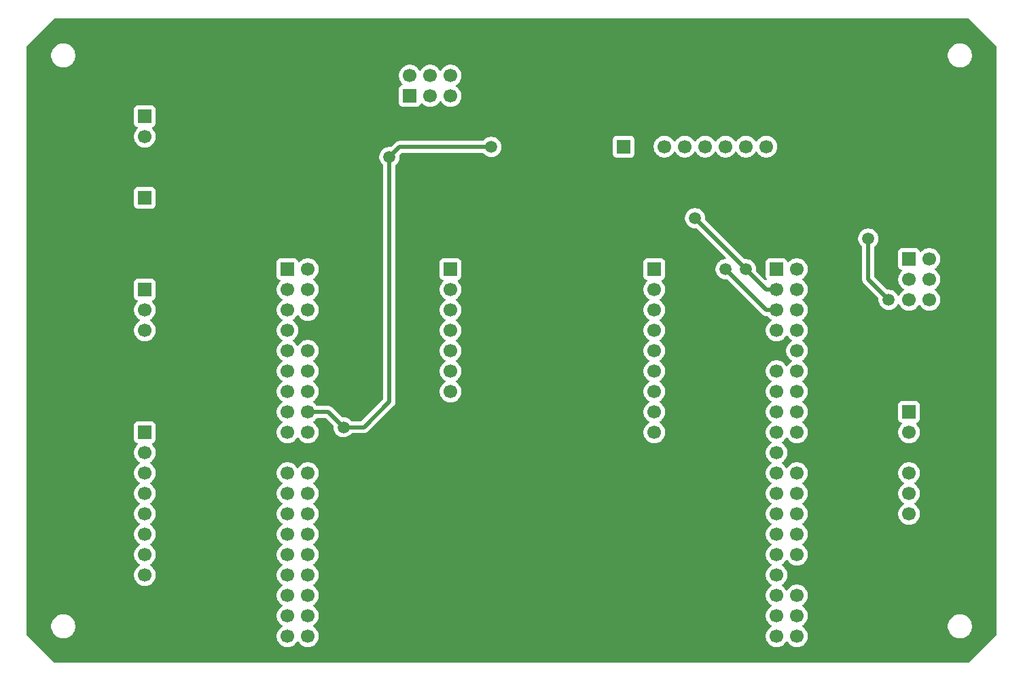
<source format=gbr>
%TF.GenerationSoftware,KiCad,Pcbnew,9.0.5*%
%TF.CreationDate,2025-10-21T12:07:39+02:00*%
%TF.ProjectId,Harvest Testing,48617276-6573-4742-9054-657374696e67,rev?*%
%TF.SameCoordinates,Original*%
%TF.FileFunction,Copper,L1,Top*%
%TF.FilePolarity,Positive*%
%FSLAX46Y46*%
G04 Gerber Fmt 4.6, Leading zero omitted, Abs format (unit mm)*
G04 Created by KiCad (PCBNEW 9.0.5) date 2025-10-21 12:07:39*
%MOMM*%
%LPD*%
G01*
G04 APERTURE LIST*
%TA.AperFunction,ComponentPad*%
%ADD10R,1.700000X1.700000*%
%TD*%
%TA.AperFunction,ComponentPad*%
%ADD11C,1.700000*%
%TD*%
%TA.AperFunction,ViaPad*%
%ADD12C,1.500000*%
%TD*%
%TA.AperFunction,Conductor*%
%ADD13C,0.500000*%
%TD*%
G04 APERTURE END LIST*
D10*
%TO.P,BAT_1,1,Pin_1*%
%TO.N,/BAT+*%
X39370000Y-55880000D03*
D11*
%TO.P,BAT_1,2,Pin_2*%
X39370000Y-58420000D03*
%TO.P,BAT_1,3,Pin_3*%
%TO.N,/BATT*%
X39370000Y-60960000D03*
%TO.P,BAT_1,4,Pin_4*%
%TO.N,/GND*%
X39370000Y-63500000D03*
%TD*%
D10*
%TO.P,PV_1,1,Pin_1*%
%TO.N,/SRC*%
X39370000Y-44450000D03*
D11*
%TO.P,PV_1,2,Pin_2*%
%TO.N,/GND*%
X39370000Y-46990000D03*
%TD*%
D10*
%TO.P,DEBUG_AEM_1,1,Pin_1*%
%TO.N,/BATT*%
X39370000Y-73660000D03*
D11*
%TO.P,DEBUG_AEM_1,2,Pin_2*%
%TO.N,/SRC*%
X39370000Y-76200000D03*
%TO.P,DEBUG_AEM_1,3,Pin_3*%
%TO.N,/S2*%
X39370000Y-78740000D03*
%TO.P,DEBUG_AEM_1,4,Pin_4*%
%TO.N,/S1*%
X39370000Y-81280000D03*
%TO.P,DEBUG_AEM_1,5,Pin_5*%
%TO.N,/S0*%
X39370000Y-83820000D03*
%TO.P,DEBUG_AEM_1,6,Pin_6*%
%TO.N,/HVOUT*%
X39370000Y-86360000D03*
%TO.P,DEBUG_AEM_1,7,Pin_7*%
%TO.N,/LVOUT*%
X39370000Y-88900000D03*
%TO.P,DEBUG_AEM_1,8,Pin_8*%
%TO.N,/VBUCK*%
X39370000Y-91440000D03*
%TD*%
D10*
%TO.P,AEM19041_2,1,Pin_1*%
%TO.N,/BATT*%
X102870000Y-53340000D03*
D11*
%TO.P,AEM19041_2,2,Pin_2*%
%TO.N,unconnected-(AEM19041_2-Pin_2-Pad2)*%
X102870000Y-55880000D03*
%TO.P,AEM19041_2,3,Pin_3*%
%TO.N,/HVOUT*%
X102870000Y-58420000D03*
%TO.P,AEM19041_2,4,Pin_4*%
%TO.N,unconnected-(AEM19041_2-Pin_4-Pad4)*%
X102870000Y-60960000D03*
%TO.P,AEM19041_2,5,Pin_5*%
%TO.N,unconnected-(AEM19041_2-Pin_5-Pad5)*%
X102870000Y-63500000D03*
%TO.P,AEM19041_2,6,Pin_6*%
%TO.N,unconnected-(AEM19041_2-Pin_6-Pad6)*%
X102870000Y-66040000D03*
%TO.P,AEM19041_2,7,Pin_7*%
%TO.N,unconnected-(AEM19041_2-Pin_7-Pad7)*%
X102870000Y-68580000D03*
%TO.P,AEM19041_2,8,Pin_8*%
%TO.N,/LVOUT*%
X102870000Y-71120000D03*
%TO.P,AEM19041_2,9,Pin_9*%
%TO.N,/VBUCK*%
X102870000Y-73660000D03*
%TD*%
D10*
%TO.P,STM32_2,1,Pin_1*%
%TO.N,unconnected-(STM32_2-Pin_1-Pad1)*%
X118110000Y-53340000D03*
D11*
%TO.P,STM32_2,2,Pin_2*%
%TO.N,unconnected-(STM32_2-Pin_2-Pad2)*%
X120650000Y-53340000D03*
%TO.P,STM32_2,3,Pin_3*%
%TO.N,/SCL*%
X118110000Y-55880000D03*
%TO.P,STM32_2,4,Pin_4*%
%TO.N,unconnected-(STM32_2-Pin_4-Pad4)*%
X120650000Y-55880000D03*
%TO.P,STM32_2,5,Pin_5*%
%TO.N,/SDA*%
X118110000Y-58420000D03*
%TO.P,STM32_2,6,Pin_6*%
%TO.N,unconnected-(STM32_2-Pin_6-Pad6)*%
X120650000Y-58420000D03*
%TO.P,STM32_2,7,Pin_7*%
%TO.N,unconnected-(STM32_2-Pin_7-Pad7)*%
X118110000Y-60960000D03*
%TO.P,STM32_2,8,Pin_8*%
%TO.N,unconnected-(STM32_2-Pin_8-Pad8)*%
X120650000Y-60960000D03*
%TO.P,STM32_2,9,Pin_9*%
%TO.N,/GND*%
X118110000Y-63500000D03*
%TO.P,STM32_2,10,Pin_10*%
%TO.N,unconnected-(STM32_2-Pin_10-Pad10)*%
X120650000Y-63500000D03*
%TO.P,STM32_2,11,Pin_11*%
%TO.N,unconnected-(STM32_2-Pin_11-Pad11)*%
X118110000Y-66040000D03*
%TO.P,STM32_2,12,Pin_12*%
%TO.N,unconnected-(STM32_2-Pin_12-Pad12)*%
X120650000Y-66040000D03*
%TO.P,STM32_2,13,Pin_13*%
%TO.N,unconnected-(STM32_2-Pin_13-Pad13)*%
X118110000Y-68580000D03*
%TO.P,STM32_2,14,Pin_14*%
%TO.N,unconnected-(STM32_2-Pin_14-Pad14)*%
X120650000Y-68580000D03*
%TO.P,STM32_2,15,Pin_15*%
%TO.N,unconnected-(STM32_2-Pin_15-Pad15)*%
X118110000Y-71120000D03*
%TO.P,STM32_2,16,Pin_16*%
%TO.N,unconnected-(STM32_2-Pin_16-Pad16)*%
X120650000Y-71120000D03*
%TO.P,STM32_2,17,Pin_17*%
%TO.N,unconnected-(STM32_2-Pin_17-Pad17)*%
X118110000Y-73660000D03*
%TO.P,STM32_2,18,Pin_18*%
%TO.N,unconnected-(STM32_2-Pin_18-Pad18)*%
X120650000Y-73660000D03*
%TO.P,STM32_2,19,Pin_19*%
%TO.N,unconnected-(STM32_2-Pin_19-Pad19)*%
X118110000Y-76200000D03*
%TO.P,STM32_2,20,Pin_20*%
%TO.N,/GND*%
X120650000Y-76200000D03*
%TO.P,STM32_2,21,Pin_21*%
%TO.N,unconnected-(STM32_2-Pin_21-Pad21)*%
X118110000Y-78740000D03*
%TO.P,STM32_2,22,Pin_22*%
%TO.N,unconnected-(STM32_2-Pin_22-Pad22)*%
X120650000Y-78740000D03*
%TO.P,STM32_2,23,Pin_23*%
%TO.N,unconnected-(STM32_2-Pin_23-Pad23)*%
X118110000Y-81280000D03*
%TO.P,STM32_2,24,Pin_24*%
%TO.N,unconnected-(STM32_2-Pin_24-Pad24)*%
X120650000Y-81280000D03*
%TO.P,STM32_2,25,Pin_25*%
%TO.N,unconnected-(STM32_2-Pin_25-Pad25)*%
X118110000Y-83820000D03*
%TO.P,STM32_2,26,Pin_26*%
%TO.N,unconnected-(STM32_2-Pin_26-Pad26)*%
X120650000Y-83820000D03*
%TO.P,STM32_2,27,Pin_27*%
%TO.N,unconnected-(STM32_2-Pin_27-Pad27)*%
X118110000Y-86360000D03*
%TO.P,STM32_2,28,Pin_28*%
%TO.N,unconnected-(STM32_2-Pin_28-Pad28)*%
X120650000Y-86360000D03*
%TO.P,STM32_2,29,Pin_29*%
%TO.N,unconnected-(STM32_2-Pin_29-Pad29)*%
X118110000Y-88900000D03*
%TO.P,STM32_2,30,Pin_30*%
%TO.N,unconnected-(STM32_2-Pin_30-Pad30)*%
X120650000Y-88900000D03*
%TO.P,STM32_2,31,Pin_31*%
%TO.N,unconnected-(STM32_2-Pin_31-Pad31)*%
X118110000Y-91440000D03*
%TO.P,STM32_2,32,Pin_32*%
%TO.N,/GND*%
X120650000Y-91440000D03*
%TO.P,STM32_2,33,Pin_33*%
%TO.N,unconnected-(STM32_2-Pin_33-Pad33)*%
X118110000Y-93980000D03*
%TO.P,STM32_2,34,Pin_34*%
%TO.N,unconnected-(STM32_2-Pin_34-Pad34)*%
X120650000Y-93980000D03*
%TO.P,STM32_2,35,Pin_35*%
%TO.N,unconnected-(STM32_2-Pin_35-Pad35)*%
X118110000Y-96520000D03*
%TO.P,STM32_2,36,Pin_36*%
%TO.N,unconnected-(STM32_2-Pin_36-Pad36)*%
X120650000Y-96520000D03*
%TO.P,STM32_2,37,Pin_37*%
%TO.N,unconnected-(STM32_2-Pin_37-Pad37)*%
X118110000Y-99060000D03*
%TO.P,STM32_2,38,Pin_38*%
%TO.N,unconnected-(STM32_2-Pin_38-Pad38)*%
X120650000Y-99060000D03*
%TD*%
D10*
%TO.P,TSL2591,1,Pin_1*%
%TO.N,unconnected-(TSL2591-Pin_1-Pad1)*%
X134620000Y-71120000D03*
D11*
%TO.P,TSL2591,2,Pin_2*%
%TO.N,/3V3_TSL*%
X134620000Y-73660000D03*
%TO.P,TSL2591,3,Pin_3*%
%TO.N,/GND*%
X134620000Y-76200000D03*
%TO.P,TSL2591,4,Pin_4*%
%TO.N,/SCL_TSL*%
X134620000Y-78740000D03*
%TO.P,TSL2591,5,Pin_5*%
%TO.N,/SDA_TSL*%
X134620000Y-81280000D03*
%TO.P,TSL2591,6,Pin_6*%
%TO.N,unconnected-(TSL2591-Pin_6-Pad6)*%
X134620000Y-83820000D03*
%TD*%
D10*
%TO.P,JUMPER_TSL_1,1,Pin_1*%
%TO.N,/SDA*%
X134620000Y-52070000D03*
D11*
%TO.P,JUMPER_TSL_1,2,Pin_2*%
%TO.N,/SDA_TSL*%
X137160000Y-52070000D03*
%TO.P,JUMPER_TSL_1,3,Pin_3*%
%TO.N,/SCL*%
X134620000Y-54610000D03*
%TO.P,JUMPER_TSL_1,4,Pin_4*%
%TO.N,/SCL_TSL*%
X137160000Y-54610000D03*
%TO.P,JUMPER_TSL_1,5,Pin_5*%
%TO.N,/3V3*%
X134620000Y-57150000D03*
%TO.P,JUMPER_TSL_1,6,Pin_6*%
%TO.N,/3V3_TSL*%
X137160000Y-57150000D03*
%TD*%
D10*
%TO.P,AEM10941_1,1,Pin_1*%
%TO.N,unconnected-(AEM10941_1-Pin_1-Pad1)*%
X77470000Y-53340000D03*
D11*
%TO.P,AEM10941_1,2,Pin_2*%
%TO.N,unconnected-(AEM10941_1-Pin_2-Pad2)*%
X77470000Y-55880000D03*
%TO.P,AEM10941_1,3,Pin_3*%
%TO.N,/S2*%
X77470000Y-58420000D03*
%TO.P,AEM10941_1,4,Pin_4*%
%TO.N,/S1*%
X77470000Y-60960000D03*
%TO.P,AEM10941_1,5,Pin_5*%
%TO.N,/S0*%
X77470000Y-63500000D03*
%TO.P,AEM10941_1,6,Pin_6*%
%TO.N,unconnected-(AEM10941_1-Pin_6-Pad6)*%
X77470000Y-66040000D03*
%TO.P,AEM10941_1,7,Pin_7*%
%TO.N,/SRC*%
X77470000Y-68580000D03*
%TO.P,AEM10941_1,8,Pin_8*%
%TO.N,/GND*%
X77470000Y-71120000D03*
%TD*%
D10*
%TO.P,STM32_1,1,Pin_1*%
%TO.N,unconnected-(STM32_1-Pin_1-Pad1)*%
X57150000Y-53340000D03*
D11*
%TO.P,STM32_1,2,Pin_2*%
%TO.N,unconnected-(STM32_1-Pin_2-Pad2)*%
X59690000Y-53340000D03*
%TO.P,STM32_1,3,Pin_3*%
%TO.N,unconnected-(STM32_1-Pin_3-Pad3)*%
X57150000Y-55880000D03*
%TO.P,STM32_1,4,Pin_4*%
%TO.N,unconnected-(STM32_1-Pin_4-Pad4)*%
X59690000Y-55880000D03*
%TO.P,STM32_1,5,Pin_5*%
%TO.N,unconnected-(STM32_1-Pin_5-Pad5)*%
X57150000Y-58420000D03*
%TO.P,STM32_1,6,Pin_6*%
%TO.N,unconnected-(STM32_1-Pin_6-Pad6)*%
X59690000Y-58420000D03*
%TO.P,STM32_1,7,Pin_7*%
%TO.N,unconnected-(STM32_1-Pin_7-Pad7)*%
X57150000Y-60960000D03*
%TO.P,STM32_1,8,Pin_8*%
%TO.N,/GND*%
X59690000Y-60960000D03*
%TO.P,STM32_1,9,Pin_9*%
%TO.N,unconnected-(STM32_1-Pin_9-Pad9)*%
X57150000Y-63500000D03*
%TO.P,STM32_1,10,Pin_10*%
%TO.N,unconnected-(STM32_1-Pin_10-Pad10)*%
X59690000Y-63500000D03*
%TO.P,STM32_1,11,Pin_11*%
%TO.N,unconnected-(STM32_1-Pin_11-Pad11)*%
X57150000Y-66040000D03*
%TO.P,STM32_1,12,Pin_12*%
%TO.N,unconnected-(STM32_1-Pin_12-Pad12)*%
X59690000Y-66040000D03*
%TO.P,STM32_1,13,Pin_13*%
%TO.N,unconnected-(STM32_1-Pin_13-Pad13)*%
X57150000Y-68580000D03*
%TO.P,STM32_1,14,Pin_14*%
%TO.N,unconnected-(STM32_1-Pin_14-Pad14)*%
X59690000Y-68580000D03*
%TO.P,STM32_1,15,Pin_15*%
%TO.N,unconnected-(STM32_1-Pin_15-Pad15)*%
X57150000Y-71120000D03*
%TO.P,STM32_1,16,Pin_16*%
%TO.N,/3V3*%
X59690000Y-71120000D03*
%TO.P,STM32_1,17,Pin_17*%
%TO.N,unconnected-(STM32_1-Pin_17-Pad17)*%
X57150000Y-73660000D03*
%TO.P,STM32_1,18,Pin_18*%
%TO.N,unconnected-(STM32_1-Pin_18-Pad18)*%
X59690000Y-73660000D03*
%TO.P,STM32_1,19,Pin_19*%
%TO.N,/GND*%
X57150000Y-76200000D03*
%TO.P,STM32_1,20,Pin_20*%
X59690000Y-76200000D03*
%TO.P,STM32_1,21,Pin_21*%
%TO.N,unconnected-(STM32_1-Pin_21-Pad21)*%
X57150000Y-78740000D03*
%TO.P,STM32_1,22,Pin_22*%
%TO.N,unconnected-(STM32_1-Pin_22-Pad22)*%
X59690000Y-78740000D03*
%TO.P,STM32_1,23,Pin_23*%
%TO.N,unconnected-(STM32_1-Pin_23-Pad23)*%
X57150000Y-81280000D03*
%TO.P,STM32_1,24,Pin_24*%
%TO.N,unconnected-(STM32_1-Pin_24-Pad24)*%
X59690000Y-81280000D03*
%TO.P,STM32_1,25,Pin_25*%
%TO.N,unconnected-(STM32_1-Pin_25-Pad25)*%
X57150000Y-83820000D03*
%TO.P,STM32_1,26,Pin_26*%
%TO.N,unconnected-(STM32_1-Pin_26-Pad26)*%
X59690000Y-83820000D03*
%TO.P,STM32_1,27,Pin_27*%
%TO.N,unconnected-(STM32_1-Pin_27-Pad27)*%
X57150000Y-86360000D03*
%TO.P,STM32_1,28,Pin_28*%
%TO.N,unconnected-(STM32_1-Pin_28-Pad28)*%
X59690000Y-86360000D03*
%TO.P,STM32_1,29,Pin_29*%
%TO.N,unconnected-(STM32_1-Pin_29-Pad29)*%
X57150000Y-88900000D03*
%TO.P,STM32_1,30,Pin_30*%
%TO.N,unconnected-(STM32_1-Pin_30-Pad30)*%
X59690000Y-88900000D03*
%TO.P,STM32_1,31,Pin_31*%
%TO.N,unconnected-(STM32_1-Pin_31-Pad31)*%
X57150000Y-91440000D03*
%TO.P,STM32_1,32,Pin_32*%
%TO.N,unconnected-(STM32_1-Pin_32-Pad32)*%
X59690000Y-91440000D03*
%TO.P,STM32_1,33,Pin_33*%
%TO.N,unconnected-(STM32_1-Pin_33-Pad33)*%
X57150000Y-93980000D03*
%TO.P,STM32_1,34,Pin_34*%
%TO.N,unconnected-(STM32_1-Pin_34-Pad34)*%
X59690000Y-93980000D03*
%TO.P,STM32_1,35,Pin_35*%
%TO.N,unconnected-(STM32_1-Pin_35-Pad35)*%
X57150000Y-96520000D03*
%TO.P,STM32_1,36,Pin_36*%
%TO.N,unconnected-(STM32_1-Pin_36-Pad36)*%
X59690000Y-96520000D03*
%TO.P,STM32_1,37,Pin_37*%
%TO.N,unconnected-(STM32_1-Pin_37-Pad37)*%
X57150000Y-99060000D03*
%TO.P,STM32_1,38,Pin_38*%
%TO.N,unconnected-(STM32_1-Pin_38-Pad38)*%
X59690000Y-99060000D03*
%TD*%
D10*
%TO.P,JUMPER_INA_1,1,Pin_1*%
%TO.N,/SDA*%
X72390000Y-31755000D03*
D11*
%TO.P,JUMPER_INA_1,2,Pin_2*%
%TO.N,/SDA_INA*%
X72390000Y-29215000D03*
%TO.P,JUMPER_INA_1,3,Pin_3*%
%TO.N,/SCL*%
X74930000Y-31755000D03*
%TO.P,JUMPER_INA_1,4,Pin_4*%
%TO.N,/SCL_INA*%
X74930000Y-29215000D03*
%TO.P,JUMPER_INA_1,5,Pin_5*%
%TO.N,/3V3*%
X77470000Y-31755000D03*
%TO.P,JUMPER_INA_1,6,Pin_6*%
%TO.N,/3V3_INA*%
X77470000Y-29215000D03*
%TD*%
D10*
%TO.P,INA3221,1,Pin_1*%
%TO.N,/3V3_INA*%
X99060000Y-38070000D03*
D11*
%TO.P,INA3221,2,Pin_2*%
%TO.N,/GND*%
X101600000Y-38070000D03*
%TO.P,INA3221,3,Pin_3*%
%TO.N,/SCL_INA*%
X104140000Y-38070000D03*
%TO.P,INA3221,4,Pin_4*%
%TO.N,/SDA_INA*%
X106680000Y-38070000D03*
%TO.P,INA3221,5,Pin_5*%
%TO.N,unconnected-(INA3221-Pin_5-Pad5)*%
X109220000Y-38070000D03*
%TO.P,INA3221,6,Pin_6*%
%TO.N,unconnected-(INA3221-Pin_6-Pad6)*%
X111760000Y-38070000D03*
%TO.P,INA3221,7,Pin_7*%
%TO.N,unconnected-(INA3221-Pin_7-Pad7)*%
X114300000Y-38070000D03*
%TO.P,INA3221,8,Pin_8*%
%TO.N,unconnected-(INA3221-Pin_8-Pad8)*%
X116840000Y-38070000D03*
%TD*%
D10*
%TO.P,LOAD_1,1,Pin_1*%
%TO.N,/HVOUT*%
X39370000Y-34290000D03*
D11*
%TO.P,LOAD_1,2,Pin_2*%
%TO.N,/3V3*%
X39370000Y-36830000D03*
%TD*%
D12*
%TO.N,/3V3*%
X82550000Y-38100000D03*
X132080000Y-57150000D03*
X69850000Y-39370000D03*
X129540000Y-49530000D03*
X64135000Y-73025000D03*
%TO.N,/SDA*%
X111760000Y-53340000D03*
%TO.N,/SCL*%
X107950000Y-46990000D03*
X114300000Y-53340000D03*
%TO.N,/GND*%
X72390000Y-48260000D03*
%TD*%
D13*
%TO.N,/3V3*%
X62230000Y-71120000D02*
X59690000Y-71120000D01*
X129540000Y-54610000D02*
X132080000Y-57150000D01*
X129540000Y-49530000D02*
X129540000Y-54610000D01*
X69850000Y-69850000D02*
X66675000Y-73025000D01*
X66675000Y-73025000D02*
X64135000Y-73025000D01*
X64135000Y-73025000D02*
X62230000Y-71120000D01*
X69850000Y-39370000D02*
X71120000Y-38100000D01*
X69850000Y-39370000D02*
X69850000Y-69850000D01*
X71120000Y-38100000D02*
X82550000Y-38100000D01*
%TO.N,/SDA*%
X111760000Y-53340000D02*
X116840000Y-58420000D01*
X116840000Y-58420000D02*
X118110000Y-58420000D01*
%TO.N,/SCL*%
X107950000Y-46990000D02*
X114300000Y-53340000D01*
X114300000Y-53340000D02*
X116840000Y-55880000D01*
X116840000Y-55880000D02*
X118110000Y-55880000D01*
%TD*%
%TA.AperFunction,Conductor*%
%TO.N,/GND*%
G36*
X142048363Y-22110185D02*
G01*
X142069005Y-22126819D01*
X145513181Y-25570995D01*
X145546666Y-25632318D01*
X145549500Y-25658676D01*
X145549500Y-98801324D01*
X145529815Y-98868363D01*
X145513181Y-98889005D01*
X142069005Y-102333181D01*
X142007682Y-102366666D01*
X141981324Y-102369500D01*
X28197480Y-102369500D01*
X28130441Y-102349815D01*
X28110086Y-102333467D01*
X24642194Y-98888181D01*
X24608509Y-98826968D01*
X24605588Y-98800176D01*
X24605961Y-97701902D01*
X27709500Y-97701902D01*
X27709500Y-97938097D01*
X27746446Y-98171368D01*
X27819433Y-98395996D01*
X27893615Y-98541585D01*
X27926657Y-98606433D01*
X28065483Y-98797510D01*
X28232490Y-98964517D01*
X28423567Y-99103343D01*
X28471035Y-99127529D01*
X28634003Y-99210566D01*
X28634005Y-99210566D01*
X28634008Y-99210568D01*
X28754412Y-99249689D01*
X28858631Y-99283553D01*
X29091903Y-99320500D01*
X29091908Y-99320500D01*
X29328097Y-99320500D01*
X29561368Y-99283553D01*
X29785992Y-99210568D01*
X29996433Y-99103343D01*
X30187510Y-98964517D01*
X30354517Y-98797510D01*
X30493343Y-98606433D01*
X30600568Y-98395992D01*
X30673553Y-98171368D01*
X30698929Y-98011150D01*
X30710500Y-97938097D01*
X30710500Y-97701902D01*
X30673553Y-97468631D01*
X30600566Y-97244003D01*
X30544002Y-97132991D01*
X30493343Y-97033567D01*
X30354517Y-96842490D01*
X30187510Y-96675483D01*
X29996433Y-96536657D01*
X29785996Y-96429433D01*
X29561368Y-96356446D01*
X29328097Y-96319500D01*
X29328092Y-96319500D01*
X29091908Y-96319500D01*
X29091903Y-96319500D01*
X28858631Y-96356446D01*
X28634003Y-96429433D01*
X28423566Y-96536657D01*
X28314550Y-96615862D01*
X28232490Y-96675483D01*
X28232488Y-96675485D01*
X28232487Y-96675485D01*
X28065485Y-96842487D01*
X28065485Y-96842488D01*
X28065483Y-96842490D01*
X28005862Y-96924550D01*
X27926657Y-97033566D01*
X27819433Y-97244003D01*
X27746446Y-97468631D01*
X27709500Y-97701902D01*
X24605961Y-97701902D01*
X24614426Y-72762135D01*
X38019500Y-72762135D01*
X38019500Y-74557870D01*
X38019501Y-74557876D01*
X38025908Y-74617483D01*
X38076202Y-74752328D01*
X38076206Y-74752335D01*
X38162452Y-74867544D01*
X38162455Y-74867547D01*
X38277664Y-74953793D01*
X38277671Y-74953797D01*
X38409082Y-75002810D01*
X38465016Y-75044681D01*
X38489433Y-75110145D01*
X38474582Y-75178418D01*
X38453431Y-75206673D01*
X38339889Y-75320215D01*
X38214951Y-75492179D01*
X38118444Y-75681585D01*
X38052753Y-75883760D01*
X38019500Y-76093713D01*
X38019500Y-76306286D01*
X38052753Y-76516239D01*
X38118444Y-76718414D01*
X38214951Y-76907820D01*
X38339890Y-77079786D01*
X38490213Y-77230109D01*
X38662182Y-77355050D01*
X38670946Y-77359516D01*
X38721742Y-77407491D01*
X38738536Y-77475312D01*
X38715998Y-77541447D01*
X38670946Y-77580484D01*
X38662182Y-77584949D01*
X38490213Y-77709890D01*
X38339890Y-77860213D01*
X38214951Y-78032179D01*
X38118444Y-78221585D01*
X38052753Y-78423760D01*
X38019500Y-78633713D01*
X38019500Y-78846286D01*
X38052753Y-79056239D01*
X38118444Y-79258414D01*
X38214951Y-79447820D01*
X38339890Y-79619786D01*
X38490213Y-79770109D01*
X38662182Y-79895050D01*
X38670946Y-79899516D01*
X38721742Y-79947491D01*
X38738536Y-80015312D01*
X38715998Y-80081447D01*
X38670946Y-80120484D01*
X38662182Y-80124949D01*
X38490213Y-80249890D01*
X38339890Y-80400213D01*
X38214951Y-80572179D01*
X38118444Y-80761585D01*
X38052753Y-80963760D01*
X38019500Y-81173713D01*
X38019500Y-81386286D01*
X38052753Y-81596239D01*
X38118444Y-81798414D01*
X38214951Y-81987820D01*
X38339890Y-82159786D01*
X38490213Y-82310109D01*
X38662182Y-82435050D01*
X38670946Y-82439516D01*
X38721742Y-82487491D01*
X38738536Y-82555312D01*
X38715998Y-82621447D01*
X38670946Y-82660484D01*
X38662182Y-82664949D01*
X38490213Y-82789890D01*
X38339890Y-82940213D01*
X38214951Y-83112179D01*
X38118444Y-83301585D01*
X38052753Y-83503760D01*
X38019500Y-83713713D01*
X38019500Y-83926286D01*
X38052753Y-84136239D01*
X38118444Y-84338414D01*
X38214951Y-84527820D01*
X38339890Y-84699786D01*
X38490213Y-84850109D01*
X38662182Y-84975050D01*
X38670946Y-84979516D01*
X38721742Y-85027491D01*
X38738536Y-85095312D01*
X38715998Y-85161447D01*
X38670946Y-85200484D01*
X38662182Y-85204949D01*
X38490213Y-85329890D01*
X38339890Y-85480213D01*
X38214951Y-85652179D01*
X38118444Y-85841585D01*
X38052753Y-86043760D01*
X38019500Y-86253713D01*
X38019500Y-86466286D01*
X38052753Y-86676239D01*
X38118444Y-86878414D01*
X38214951Y-87067820D01*
X38339890Y-87239786D01*
X38490213Y-87390109D01*
X38662182Y-87515050D01*
X38670946Y-87519516D01*
X38721742Y-87567491D01*
X38738536Y-87635312D01*
X38715998Y-87701447D01*
X38670946Y-87740484D01*
X38662182Y-87744949D01*
X38490213Y-87869890D01*
X38339890Y-88020213D01*
X38214951Y-88192179D01*
X38118444Y-88381585D01*
X38052753Y-88583760D01*
X38019500Y-88793713D01*
X38019500Y-89006286D01*
X38052753Y-89216239D01*
X38118444Y-89418414D01*
X38214951Y-89607820D01*
X38339890Y-89779786D01*
X38490213Y-89930109D01*
X38662182Y-90055050D01*
X38670946Y-90059516D01*
X38721742Y-90107491D01*
X38738536Y-90175312D01*
X38715998Y-90241447D01*
X38670946Y-90280484D01*
X38662182Y-90284949D01*
X38490213Y-90409890D01*
X38339890Y-90560213D01*
X38214951Y-90732179D01*
X38118444Y-90921585D01*
X38052753Y-91123760D01*
X38019500Y-91333713D01*
X38019500Y-91546286D01*
X38052753Y-91756239D01*
X38118444Y-91958414D01*
X38214951Y-92147820D01*
X38339890Y-92319786D01*
X38490213Y-92470109D01*
X38662179Y-92595048D01*
X38662181Y-92595049D01*
X38662184Y-92595051D01*
X38851588Y-92691557D01*
X39053757Y-92757246D01*
X39263713Y-92790500D01*
X39263714Y-92790500D01*
X39476286Y-92790500D01*
X39476287Y-92790500D01*
X39686243Y-92757246D01*
X39888412Y-92691557D01*
X40077816Y-92595051D01*
X40099789Y-92579086D01*
X40249786Y-92470109D01*
X40249788Y-92470106D01*
X40249792Y-92470104D01*
X40400104Y-92319792D01*
X40400106Y-92319788D01*
X40400109Y-92319786D01*
X40525048Y-92147820D01*
X40525047Y-92147820D01*
X40525051Y-92147816D01*
X40621557Y-91958412D01*
X40687246Y-91756243D01*
X40720500Y-91546287D01*
X40720500Y-91333713D01*
X40687246Y-91123757D01*
X40621557Y-90921588D01*
X40525051Y-90732184D01*
X40525049Y-90732181D01*
X40525048Y-90732179D01*
X40400109Y-90560213D01*
X40249786Y-90409890D01*
X40077820Y-90284951D01*
X40077115Y-90284591D01*
X40069054Y-90280485D01*
X40018259Y-90232512D01*
X40001463Y-90164692D01*
X40023999Y-90098556D01*
X40069054Y-90059515D01*
X40077816Y-90055051D01*
X40099789Y-90039086D01*
X40249786Y-89930109D01*
X40249788Y-89930106D01*
X40249792Y-89930104D01*
X40400104Y-89779792D01*
X40400106Y-89779788D01*
X40400109Y-89779786D01*
X40525048Y-89607820D01*
X40525047Y-89607820D01*
X40525051Y-89607816D01*
X40621557Y-89418412D01*
X40687246Y-89216243D01*
X40720500Y-89006287D01*
X40720500Y-88793713D01*
X40687246Y-88583757D01*
X40621557Y-88381588D01*
X40525051Y-88192184D01*
X40525049Y-88192181D01*
X40525048Y-88192179D01*
X40400109Y-88020213D01*
X40249786Y-87869890D01*
X40077820Y-87744951D01*
X40077115Y-87744591D01*
X40069054Y-87740485D01*
X40018259Y-87692512D01*
X40001463Y-87624692D01*
X40023999Y-87558556D01*
X40069054Y-87519515D01*
X40077816Y-87515051D01*
X40099789Y-87499086D01*
X40249786Y-87390109D01*
X40249788Y-87390106D01*
X40249792Y-87390104D01*
X40400104Y-87239792D01*
X40400106Y-87239788D01*
X40400109Y-87239786D01*
X40525048Y-87067820D01*
X40525047Y-87067820D01*
X40525051Y-87067816D01*
X40621557Y-86878412D01*
X40687246Y-86676243D01*
X40720500Y-86466287D01*
X40720500Y-86253713D01*
X40687246Y-86043757D01*
X40621557Y-85841588D01*
X40525051Y-85652184D01*
X40525049Y-85652181D01*
X40525048Y-85652179D01*
X40400109Y-85480213D01*
X40249786Y-85329890D01*
X40077820Y-85204951D01*
X40077115Y-85204591D01*
X40069054Y-85200485D01*
X40018259Y-85152512D01*
X40001463Y-85084692D01*
X40023999Y-85018556D01*
X40069054Y-84979515D01*
X40077816Y-84975051D01*
X40099789Y-84959086D01*
X40249786Y-84850109D01*
X40249788Y-84850106D01*
X40249792Y-84850104D01*
X40400104Y-84699792D01*
X40400106Y-84699788D01*
X40400109Y-84699786D01*
X40525048Y-84527820D01*
X40525047Y-84527820D01*
X40525051Y-84527816D01*
X40621557Y-84338412D01*
X40687246Y-84136243D01*
X40720500Y-83926287D01*
X40720500Y-83713713D01*
X40687246Y-83503757D01*
X40621557Y-83301588D01*
X40525051Y-83112184D01*
X40525049Y-83112181D01*
X40525048Y-83112179D01*
X40400109Y-82940213D01*
X40249786Y-82789890D01*
X40077820Y-82664951D01*
X40077115Y-82664591D01*
X40069054Y-82660485D01*
X40018259Y-82612512D01*
X40001463Y-82544692D01*
X40023999Y-82478556D01*
X40069054Y-82439515D01*
X40077816Y-82435051D01*
X40099789Y-82419086D01*
X40249786Y-82310109D01*
X40249788Y-82310106D01*
X40249792Y-82310104D01*
X40400104Y-82159792D01*
X40400106Y-82159788D01*
X40400109Y-82159786D01*
X40525048Y-81987820D01*
X40525047Y-81987820D01*
X40525051Y-81987816D01*
X40621557Y-81798412D01*
X40687246Y-81596243D01*
X40720500Y-81386287D01*
X40720500Y-81173713D01*
X40687246Y-80963757D01*
X40621557Y-80761588D01*
X40525051Y-80572184D01*
X40525049Y-80572181D01*
X40525048Y-80572179D01*
X40400109Y-80400213D01*
X40249786Y-80249890D01*
X40077820Y-80124951D01*
X40077115Y-80124591D01*
X40069054Y-80120485D01*
X40018259Y-80072512D01*
X40001463Y-80004692D01*
X40023999Y-79938556D01*
X40069054Y-79899515D01*
X40077816Y-79895051D01*
X40099789Y-79879086D01*
X40249786Y-79770109D01*
X40249788Y-79770106D01*
X40249792Y-79770104D01*
X40400104Y-79619792D01*
X40400106Y-79619788D01*
X40400109Y-79619786D01*
X40525048Y-79447820D01*
X40525047Y-79447820D01*
X40525051Y-79447816D01*
X40621557Y-79258412D01*
X40687246Y-79056243D01*
X40720500Y-78846287D01*
X40720500Y-78633713D01*
X55799500Y-78633713D01*
X55799500Y-78846286D01*
X55832753Y-79056239D01*
X55898444Y-79258414D01*
X55994951Y-79447820D01*
X56119890Y-79619786D01*
X56270213Y-79770109D01*
X56442182Y-79895050D01*
X56450946Y-79899516D01*
X56501742Y-79947491D01*
X56518536Y-80015312D01*
X56495998Y-80081447D01*
X56450946Y-80120484D01*
X56442182Y-80124949D01*
X56270213Y-80249890D01*
X56119890Y-80400213D01*
X55994951Y-80572179D01*
X55898444Y-80761585D01*
X55832753Y-80963760D01*
X55799500Y-81173713D01*
X55799500Y-81386286D01*
X55832753Y-81596239D01*
X55898444Y-81798414D01*
X55994951Y-81987820D01*
X56119890Y-82159786D01*
X56270213Y-82310109D01*
X56442182Y-82435050D01*
X56450946Y-82439516D01*
X56501742Y-82487491D01*
X56518536Y-82555312D01*
X56495998Y-82621447D01*
X56450946Y-82660484D01*
X56442182Y-82664949D01*
X56270213Y-82789890D01*
X56119890Y-82940213D01*
X55994951Y-83112179D01*
X55898444Y-83301585D01*
X55832753Y-83503760D01*
X55799500Y-83713713D01*
X55799500Y-83926286D01*
X55832753Y-84136239D01*
X55898444Y-84338414D01*
X55994951Y-84527820D01*
X56119890Y-84699786D01*
X56270213Y-84850109D01*
X56442182Y-84975050D01*
X56450946Y-84979516D01*
X56501742Y-85027491D01*
X56518536Y-85095312D01*
X56495998Y-85161447D01*
X56450946Y-85200484D01*
X56442182Y-85204949D01*
X56270213Y-85329890D01*
X56119890Y-85480213D01*
X55994951Y-85652179D01*
X55898444Y-85841585D01*
X55832753Y-86043760D01*
X55799500Y-86253713D01*
X55799500Y-86466286D01*
X55832753Y-86676239D01*
X55898444Y-86878414D01*
X55994951Y-87067820D01*
X56119890Y-87239786D01*
X56270213Y-87390109D01*
X56442182Y-87515050D01*
X56450946Y-87519516D01*
X56501742Y-87567491D01*
X56518536Y-87635312D01*
X56495998Y-87701447D01*
X56450946Y-87740484D01*
X56442182Y-87744949D01*
X56270213Y-87869890D01*
X56119890Y-88020213D01*
X55994951Y-88192179D01*
X55898444Y-88381585D01*
X55832753Y-88583760D01*
X55799500Y-88793713D01*
X55799500Y-89006286D01*
X55832753Y-89216239D01*
X55898444Y-89418414D01*
X55994951Y-89607820D01*
X56119890Y-89779786D01*
X56270213Y-89930109D01*
X56442182Y-90055050D01*
X56450946Y-90059516D01*
X56501742Y-90107491D01*
X56518536Y-90175312D01*
X56495998Y-90241447D01*
X56450946Y-90280484D01*
X56442182Y-90284949D01*
X56270213Y-90409890D01*
X56119890Y-90560213D01*
X55994951Y-90732179D01*
X55898444Y-90921585D01*
X55832753Y-91123760D01*
X55799500Y-91333713D01*
X55799500Y-91546286D01*
X55832753Y-91756239D01*
X55898444Y-91958414D01*
X55994951Y-92147820D01*
X56119890Y-92319786D01*
X56270213Y-92470109D01*
X56442182Y-92595050D01*
X56450946Y-92599516D01*
X56501742Y-92647491D01*
X56518536Y-92715312D01*
X56495998Y-92781447D01*
X56450946Y-92820484D01*
X56442182Y-92824949D01*
X56270213Y-92949890D01*
X56119890Y-93100213D01*
X55994951Y-93272179D01*
X55898444Y-93461585D01*
X55832753Y-93663760D01*
X55799500Y-93873713D01*
X55799500Y-94086286D01*
X55832753Y-94296239D01*
X55898444Y-94498414D01*
X55994951Y-94687820D01*
X56119890Y-94859786D01*
X56270213Y-95010109D01*
X56442182Y-95135050D01*
X56450946Y-95139516D01*
X56501742Y-95187491D01*
X56518536Y-95255312D01*
X56495998Y-95321447D01*
X56450946Y-95360484D01*
X56442182Y-95364949D01*
X56270213Y-95489890D01*
X56119890Y-95640213D01*
X55994951Y-95812179D01*
X55898444Y-96001585D01*
X55832753Y-96203760D01*
X55814422Y-96319500D01*
X55799500Y-96413713D01*
X55799500Y-96626287D01*
X55832754Y-96836243D01*
X55896868Y-97033566D01*
X55898444Y-97038414D01*
X55994951Y-97227820D01*
X56119890Y-97399786D01*
X56270213Y-97550109D01*
X56442182Y-97675050D01*
X56450946Y-97679516D01*
X56501742Y-97727491D01*
X56518536Y-97795312D01*
X56495998Y-97861447D01*
X56450946Y-97900484D01*
X56442182Y-97904949D01*
X56270213Y-98029890D01*
X56119890Y-98180213D01*
X55994951Y-98352179D01*
X55898444Y-98541585D01*
X55832753Y-98743760D01*
X55815642Y-98851797D01*
X55799500Y-98953713D01*
X55799500Y-99166287D01*
X55809534Y-99229644D01*
X55831339Y-99367314D01*
X55832754Y-99376243D01*
X55845160Y-99414426D01*
X55898444Y-99578414D01*
X55994951Y-99767820D01*
X56119890Y-99939786D01*
X56270213Y-100090109D01*
X56442179Y-100215048D01*
X56442181Y-100215049D01*
X56442184Y-100215051D01*
X56631588Y-100311557D01*
X56833757Y-100377246D01*
X57043713Y-100410500D01*
X57043714Y-100410500D01*
X57256286Y-100410500D01*
X57256287Y-100410500D01*
X57466243Y-100377246D01*
X57668412Y-100311557D01*
X57857816Y-100215051D01*
X57879789Y-100199086D01*
X58029786Y-100090109D01*
X58029788Y-100090106D01*
X58029792Y-100090104D01*
X58180104Y-99939792D01*
X58180106Y-99939788D01*
X58180109Y-99939786D01*
X58305048Y-99767820D01*
X58305047Y-99767820D01*
X58305051Y-99767816D01*
X58309514Y-99759054D01*
X58357488Y-99708259D01*
X58425308Y-99691463D01*
X58491444Y-99713999D01*
X58530486Y-99759056D01*
X58534951Y-99767820D01*
X58659890Y-99939786D01*
X58810213Y-100090109D01*
X58982179Y-100215048D01*
X58982181Y-100215049D01*
X58982184Y-100215051D01*
X59171588Y-100311557D01*
X59373757Y-100377246D01*
X59583713Y-100410500D01*
X59583714Y-100410500D01*
X59796286Y-100410500D01*
X59796287Y-100410500D01*
X60006243Y-100377246D01*
X60208412Y-100311557D01*
X60397816Y-100215051D01*
X60419789Y-100199086D01*
X60569786Y-100090109D01*
X60569788Y-100090106D01*
X60569792Y-100090104D01*
X60720104Y-99939792D01*
X60720106Y-99939788D01*
X60720109Y-99939786D01*
X60845048Y-99767820D01*
X60845047Y-99767820D01*
X60845051Y-99767816D01*
X60941557Y-99578412D01*
X61007246Y-99376243D01*
X61040500Y-99166287D01*
X61040500Y-98953713D01*
X61007246Y-98743757D01*
X60941557Y-98541588D01*
X60845051Y-98352184D01*
X60845049Y-98352181D01*
X60845048Y-98352179D01*
X60720109Y-98180213D01*
X60569786Y-98029890D01*
X60397820Y-97904951D01*
X60397115Y-97904591D01*
X60389054Y-97900485D01*
X60338259Y-97852512D01*
X60321463Y-97784692D01*
X60343999Y-97718556D01*
X60389054Y-97679515D01*
X60397816Y-97675051D01*
X60461407Y-97628850D01*
X60569786Y-97550109D01*
X60569788Y-97550106D01*
X60569792Y-97550104D01*
X60720104Y-97399792D01*
X60720106Y-97399788D01*
X60720109Y-97399786D01*
X60845048Y-97227820D01*
X60845047Y-97227820D01*
X60845051Y-97227816D01*
X60941557Y-97038412D01*
X61007246Y-96836243D01*
X61040500Y-96626287D01*
X61040500Y-96413713D01*
X61007246Y-96203757D01*
X60941557Y-96001588D01*
X60845051Y-95812184D01*
X60845049Y-95812181D01*
X60845048Y-95812179D01*
X60720109Y-95640213D01*
X60569786Y-95489890D01*
X60397820Y-95364951D01*
X60397115Y-95364591D01*
X60389054Y-95360485D01*
X60338259Y-95312512D01*
X60321463Y-95244692D01*
X60343999Y-95178556D01*
X60389054Y-95139515D01*
X60397816Y-95135051D01*
X60419789Y-95119086D01*
X60569786Y-95010109D01*
X60569788Y-95010106D01*
X60569792Y-95010104D01*
X60720104Y-94859792D01*
X60720106Y-94859788D01*
X60720109Y-94859786D01*
X60845048Y-94687820D01*
X60845047Y-94687820D01*
X60845051Y-94687816D01*
X60941557Y-94498412D01*
X61007246Y-94296243D01*
X61040500Y-94086287D01*
X61040500Y-93873713D01*
X61007246Y-93663757D01*
X60941557Y-93461588D01*
X60845051Y-93272184D01*
X60845049Y-93272181D01*
X60845048Y-93272179D01*
X60720109Y-93100213D01*
X60569786Y-92949890D01*
X60397820Y-92824951D01*
X60397115Y-92824591D01*
X60389054Y-92820485D01*
X60338259Y-92772512D01*
X60321463Y-92704692D01*
X60343999Y-92638556D01*
X60389054Y-92599515D01*
X60397816Y-92595051D01*
X60419789Y-92579086D01*
X60569786Y-92470109D01*
X60569788Y-92470106D01*
X60569792Y-92470104D01*
X60720104Y-92319792D01*
X60720106Y-92319788D01*
X60720109Y-92319786D01*
X60845048Y-92147820D01*
X60845047Y-92147820D01*
X60845051Y-92147816D01*
X60941557Y-91958412D01*
X61007246Y-91756243D01*
X61040500Y-91546287D01*
X61040500Y-91333713D01*
X61007246Y-91123757D01*
X60941557Y-90921588D01*
X60845051Y-90732184D01*
X60845049Y-90732181D01*
X60845048Y-90732179D01*
X60720109Y-90560213D01*
X60569786Y-90409890D01*
X60397820Y-90284951D01*
X60397115Y-90284591D01*
X60389054Y-90280485D01*
X60338259Y-90232512D01*
X60321463Y-90164692D01*
X60343999Y-90098556D01*
X60389054Y-90059515D01*
X60397816Y-90055051D01*
X60419789Y-90039086D01*
X60569786Y-89930109D01*
X60569788Y-89930106D01*
X60569792Y-89930104D01*
X60720104Y-89779792D01*
X60720106Y-89779788D01*
X60720109Y-89779786D01*
X60845048Y-89607820D01*
X60845047Y-89607820D01*
X60845051Y-89607816D01*
X60941557Y-89418412D01*
X61007246Y-89216243D01*
X61040500Y-89006287D01*
X61040500Y-88793713D01*
X61007246Y-88583757D01*
X60941557Y-88381588D01*
X60845051Y-88192184D01*
X60845049Y-88192181D01*
X60845048Y-88192179D01*
X60720109Y-88020213D01*
X60569786Y-87869890D01*
X60397820Y-87744951D01*
X60397115Y-87744591D01*
X60389054Y-87740485D01*
X60338259Y-87692512D01*
X60321463Y-87624692D01*
X60343999Y-87558556D01*
X60389054Y-87519515D01*
X60397816Y-87515051D01*
X60419789Y-87499086D01*
X60569786Y-87390109D01*
X60569788Y-87390106D01*
X60569792Y-87390104D01*
X60720104Y-87239792D01*
X60720106Y-87239788D01*
X60720109Y-87239786D01*
X60845048Y-87067820D01*
X60845047Y-87067820D01*
X60845051Y-87067816D01*
X60941557Y-86878412D01*
X61007246Y-86676243D01*
X61040500Y-86466287D01*
X61040500Y-86253713D01*
X61007246Y-86043757D01*
X60941557Y-85841588D01*
X60845051Y-85652184D01*
X60845049Y-85652181D01*
X60845048Y-85652179D01*
X60720109Y-85480213D01*
X60569786Y-85329890D01*
X60397820Y-85204951D01*
X60397115Y-85204591D01*
X60389054Y-85200485D01*
X60338259Y-85152512D01*
X60321463Y-85084692D01*
X60343999Y-85018556D01*
X60389054Y-84979515D01*
X60397816Y-84975051D01*
X60419789Y-84959086D01*
X60569786Y-84850109D01*
X60569788Y-84850106D01*
X60569792Y-84850104D01*
X60720104Y-84699792D01*
X60720106Y-84699788D01*
X60720109Y-84699786D01*
X60845048Y-84527820D01*
X60845047Y-84527820D01*
X60845051Y-84527816D01*
X60941557Y-84338412D01*
X61007246Y-84136243D01*
X61040500Y-83926287D01*
X61040500Y-83713713D01*
X61007246Y-83503757D01*
X60941557Y-83301588D01*
X60845051Y-83112184D01*
X60845049Y-83112181D01*
X60845048Y-83112179D01*
X60720109Y-82940213D01*
X60569786Y-82789890D01*
X60397820Y-82664951D01*
X60397115Y-82664591D01*
X60389054Y-82660485D01*
X60338259Y-82612512D01*
X60321463Y-82544692D01*
X60343999Y-82478556D01*
X60389054Y-82439515D01*
X60397816Y-82435051D01*
X60419789Y-82419086D01*
X60569786Y-82310109D01*
X60569788Y-82310106D01*
X60569792Y-82310104D01*
X60720104Y-82159792D01*
X60720106Y-82159788D01*
X60720109Y-82159786D01*
X60845048Y-81987820D01*
X60845047Y-81987820D01*
X60845051Y-81987816D01*
X60941557Y-81798412D01*
X61007246Y-81596243D01*
X61040500Y-81386287D01*
X61040500Y-81173713D01*
X61007246Y-80963757D01*
X60941557Y-80761588D01*
X60845051Y-80572184D01*
X60845049Y-80572181D01*
X60845048Y-80572179D01*
X60720109Y-80400213D01*
X60569786Y-80249890D01*
X60397820Y-80124951D01*
X60397115Y-80124591D01*
X60389054Y-80120485D01*
X60338259Y-80072512D01*
X60321463Y-80004692D01*
X60343999Y-79938556D01*
X60389054Y-79899515D01*
X60397816Y-79895051D01*
X60419789Y-79879086D01*
X60569786Y-79770109D01*
X60569788Y-79770106D01*
X60569792Y-79770104D01*
X60720104Y-79619792D01*
X60720106Y-79619788D01*
X60720109Y-79619786D01*
X60845048Y-79447820D01*
X60845047Y-79447820D01*
X60845051Y-79447816D01*
X60941557Y-79258412D01*
X61007246Y-79056243D01*
X61040500Y-78846287D01*
X61040500Y-78633713D01*
X61007246Y-78423757D01*
X60941557Y-78221588D01*
X60845051Y-78032184D01*
X60845049Y-78032181D01*
X60845048Y-78032179D01*
X60720109Y-77860213D01*
X60569786Y-77709890D01*
X60397820Y-77584951D01*
X60208414Y-77488444D01*
X60208413Y-77488443D01*
X60208412Y-77488443D01*
X60006243Y-77422754D01*
X60006241Y-77422753D01*
X60006240Y-77422753D01*
X59844957Y-77397208D01*
X59796287Y-77389500D01*
X59583713Y-77389500D01*
X59535042Y-77397208D01*
X59373760Y-77422753D01*
X59171585Y-77488444D01*
X58982179Y-77584951D01*
X58810213Y-77709890D01*
X58659890Y-77860213D01*
X58534949Y-78032182D01*
X58530484Y-78040946D01*
X58482509Y-78091742D01*
X58414688Y-78108536D01*
X58348553Y-78085998D01*
X58309516Y-78040946D01*
X58305050Y-78032182D01*
X58180109Y-77860213D01*
X58029786Y-77709890D01*
X57857820Y-77584951D01*
X57668414Y-77488444D01*
X57668413Y-77488443D01*
X57668412Y-77488443D01*
X57466243Y-77422754D01*
X57466241Y-77422753D01*
X57466240Y-77422753D01*
X57304957Y-77397208D01*
X57256287Y-77389500D01*
X57043713Y-77389500D01*
X56995042Y-77397208D01*
X56833760Y-77422753D01*
X56631585Y-77488444D01*
X56442179Y-77584951D01*
X56270213Y-77709890D01*
X56119890Y-77860213D01*
X55994951Y-78032179D01*
X55898444Y-78221585D01*
X55832753Y-78423760D01*
X55799500Y-78633713D01*
X40720500Y-78633713D01*
X40687246Y-78423757D01*
X40621557Y-78221588D01*
X40525051Y-78032184D01*
X40525049Y-78032181D01*
X40525048Y-78032179D01*
X40400109Y-77860213D01*
X40249786Y-77709890D01*
X40077820Y-77584951D01*
X40077115Y-77584591D01*
X40069054Y-77580485D01*
X40018259Y-77532512D01*
X40001463Y-77464692D01*
X40023999Y-77398556D01*
X40069054Y-77359515D01*
X40077816Y-77355051D01*
X40099789Y-77339086D01*
X40249786Y-77230109D01*
X40249788Y-77230106D01*
X40249792Y-77230104D01*
X40400104Y-77079792D01*
X40400106Y-77079788D01*
X40400109Y-77079786D01*
X40525048Y-76907820D01*
X40525047Y-76907820D01*
X40525051Y-76907816D01*
X40621557Y-76718412D01*
X40687246Y-76516243D01*
X40720500Y-76306287D01*
X40720500Y-76093713D01*
X40687246Y-75883757D01*
X40621557Y-75681588D01*
X40525051Y-75492184D01*
X40525049Y-75492181D01*
X40525048Y-75492179D01*
X40400109Y-75320213D01*
X40286569Y-75206673D01*
X40253084Y-75145350D01*
X40258068Y-75075658D01*
X40299940Y-75019725D01*
X40330915Y-75002810D01*
X40462331Y-74953796D01*
X40577546Y-74867546D01*
X40663796Y-74752331D01*
X40714091Y-74617483D01*
X40720500Y-74557873D01*
X40720499Y-72762128D01*
X40714091Y-72702517D01*
X40664719Y-72570145D01*
X40663797Y-72567671D01*
X40663793Y-72567664D01*
X40577547Y-72452455D01*
X40577544Y-72452452D01*
X40462335Y-72366206D01*
X40462328Y-72366202D01*
X40327482Y-72315908D01*
X40327483Y-72315908D01*
X40267883Y-72309501D01*
X40267881Y-72309500D01*
X40267873Y-72309500D01*
X40267864Y-72309500D01*
X38472129Y-72309500D01*
X38472123Y-72309501D01*
X38412516Y-72315908D01*
X38277671Y-72366202D01*
X38277664Y-72366206D01*
X38162455Y-72452452D01*
X38162452Y-72452455D01*
X38076206Y-72567664D01*
X38076202Y-72567671D01*
X38025908Y-72702517D01*
X38019501Y-72762116D01*
X38019501Y-72762123D01*
X38019500Y-72762135D01*
X24614426Y-72762135D01*
X24620460Y-54982135D01*
X38019500Y-54982135D01*
X38019500Y-56777870D01*
X38019501Y-56777876D01*
X38025908Y-56837483D01*
X38076202Y-56972328D01*
X38076206Y-56972335D01*
X38162452Y-57087544D01*
X38162455Y-57087547D01*
X38277664Y-57173793D01*
X38277671Y-57173797D01*
X38409082Y-57222810D01*
X38465016Y-57264681D01*
X38489433Y-57330145D01*
X38474582Y-57398418D01*
X38453431Y-57426673D01*
X38339889Y-57540215D01*
X38214951Y-57712179D01*
X38118444Y-57901585D01*
X38052753Y-58103760D01*
X38019500Y-58313713D01*
X38019500Y-58526286D01*
X38052753Y-58736239D01*
X38118444Y-58938414D01*
X38214951Y-59127820D01*
X38339890Y-59299786D01*
X38490213Y-59450109D01*
X38662182Y-59575050D01*
X38670946Y-59579516D01*
X38721742Y-59627491D01*
X38738536Y-59695312D01*
X38715998Y-59761447D01*
X38670946Y-59800484D01*
X38662182Y-59804949D01*
X38490213Y-59929890D01*
X38339890Y-60080213D01*
X38214951Y-60252179D01*
X38118444Y-60441585D01*
X38052753Y-60643760D01*
X38019500Y-60853713D01*
X38019500Y-61066286D01*
X38052753Y-61276239D01*
X38118444Y-61478414D01*
X38214951Y-61667820D01*
X38339890Y-61839786D01*
X38490213Y-61990109D01*
X38662179Y-62115048D01*
X38662181Y-62115049D01*
X38662184Y-62115051D01*
X38851588Y-62211557D01*
X39053757Y-62277246D01*
X39263713Y-62310500D01*
X39263714Y-62310500D01*
X39476286Y-62310500D01*
X39476287Y-62310500D01*
X39686243Y-62277246D01*
X39888412Y-62211557D01*
X40077816Y-62115051D01*
X40099789Y-62099086D01*
X40249786Y-61990109D01*
X40249788Y-61990106D01*
X40249792Y-61990104D01*
X40400104Y-61839792D01*
X40400106Y-61839788D01*
X40400109Y-61839786D01*
X40525048Y-61667820D01*
X40525047Y-61667820D01*
X40525051Y-61667816D01*
X40621557Y-61478412D01*
X40687246Y-61276243D01*
X40720500Y-61066287D01*
X40720500Y-60853713D01*
X40687246Y-60643757D01*
X40621557Y-60441588D01*
X40525051Y-60252184D01*
X40525049Y-60252181D01*
X40525048Y-60252179D01*
X40400109Y-60080213D01*
X40249786Y-59929890D01*
X40077820Y-59804951D01*
X40077115Y-59804591D01*
X40069054Y-59800485D01*
X40018259Y-59752512D01*
X40001463Y-59684692D01*
X40023999Y-59618556D01*
X40069054Y-59579515D01*
X40077816Y-59575051D01*
X40099789Y-59559086D01*
X40249786Y-59450109D01*
X40249788Y-59450106D01*
X40249792Y-59450104D01*
X40400104Y-59299792D01*
X40400106Y-59299788D01*
X40400109Y-59299786D01*
X40525048Y-59127820D01*
X40525047Y-59127820D01*
X40525051Y-59127816D01*
X40621557Y-58938412D01*
X40687246Y-58736243D01*
X40720500Y-58526287D01*
X40720500Y-58313713D01*
X40687246Y-58103757D01*
X40621557Y-57901588D01*
X40525051Y-57712184D01*
X40525049Y-57712181D01*
X40525048Y-57712179D01*
X40400109Y-57540213D01*
X40286569Y-57426673D01*
X40253084Y-57365350D01*
X40258068Y-57295658D01*
X40299940Y-57239725D01*
X40330915Y-57222810D01*
X40462331Y-57173796D01*
X40577546Y-57087546D01*
X40663796Y-56972331D01*
X40714091Y-56837483D01*
X40720500Y-56777873D01*
X40720499Y-54982128D01*
X40714091Y-54922517D01*
X40679180Y-54828917D01*
X40663797Y-54787671D01*
X40663793Y-54787664D01*
X40577547Y-54672455D01*
X40577544Y-54672452D01*
X40462335Y-54586206D01*
X40462328Y-54586202D01*
X40327482Y-54535908D01*
X40327483Y-54535908D01*
X40267883Y-54529501D01*
X40267881Y-54529500D01*
X40267873Y-54529500D01*
X40267864Y-54529500D01*
X38472129Y-54529500D01*
X38472123Y-54529501D01*
X38412516Y-54535908D01*
X38277671Y-54586202D01*
X38277664Y-54586206D01*
X38162455Y-54672452D01*
X38162452Y-54672455D01*
X38076206Y-54787664D01*
X38076202Y-54787671D01*
X38025908Y-54922517D01*
X38021288Y-54965495D01*
X38019501Y-54982123D01*
X38019500Y-54982135D01*
X24620460Y-54982135D01*
X24621322Y-52442135D01*
X55799500Y-52442135D01*
X55799500Y-54237870D01*
X55799501Y-54237876D01*
X55805908Y-54297483D01*
X55856202Y-54432328D01*
X55856206Y-54432335D01*
X55942452Y-54547544D01*
X55942455Y-54547547D01*
X56057664Y-54633793D01*
X56057671Y-54633797D01*
X56189082Y-54682810D01*
X56245016Y-54724681D01*
X56269433Y-54790145D01*
X56254582Y-54858418D01*
X56233431Y-54886673D01*
X56119889Y-55000215D01*
X55994951Y-55172179D01*
X55898444Y-55361585D01*
X55832753Y-55563760D01*
X55799500Y-55773713D01*
X55799500Y-55986286D01*
X55832742Y-56196172D01*
X55832754Y-56196243D01*
X55885447Y-56358416D01*
X55898444Y-56398414D01*
X55994951Y-56587820D01*
X56119890Y-56759786D01*
X56270213Y-56910109D01*
X56442182Y-57035050D01*
X56450946Y-57039516D01*
X56501742Y-57087491D01*
X56518536Y-57155312D01*
X56495998Y-57221447D01*
X56450946Y-57260484D01*
X56442182Y-57264949D01*
X56270213Y-57389890D01*
X56119890Y-57540213D01*
X55994951Y-57712179D01*
X55898444Y-57901585D01*
X55832753Y-58103760D01*
X55799500Y-58313713D01*
X55799500Y-58526286D01*
X55832753Y-58736239D01*
X55898444Y-58938414D01*
X55994951Y-59127820D01*
X56119890Y-59299786D01*
X56270213Y-59450109D01*
X56442182Y-59575050D01*
X56450946Y-59579516D01*
X56501742Y-59627491D01*
X56518536Y-59695312D01*
X56495998Y-59761447D01*
X56450946Y-59800484D01*
X56442182Y-59804949D01*
X56270213Y-59929890D01*
X56119890Y-60080213D01*
X55994951Y-60252179D01*
X55898444Y-60441585D01*
X55832753Y-60643760D01*
X55799500Y-60853713D01*
X55799500Y-61066286D01*
X55832753Y-61276239D01*
X55898444Y-61478414D01*
X55994951Y-61667820D01*
X56119890Y-61839786D01*
X56270213Y-61990109D01*
X56442182Y-62115050D01*
X56450946Y-62119516D01*
X56501742Y-62167491D01*
X56518536Y-62235312D01*
X56495998Y-62301447D01*
X56450946Y-62340484D01*
X56442182Y-62344949D01*
X56270213Y-62469890D01*
X56119890Y-62620213D01*
X55994951Y-62792179D01*
X55898444Y-62981585D01*
X55832753Y-63183760D01*
X55799500Y-63393713D01*
X55799500Y-63606286D01*
X55832753Y-63816239D01*
X55898444Y-64018414D01*
X55994951Y-64207820D01*
X56119890Y-64379786D01*
X56270213Y-64530109D01*
X56442182Y-64655050D01*
X56450946Y-64659516D01*
X56501742Y-64707491D01*
X56518536Y-64775312D01*
X56495998Y-64841447D01*
X56450946Y-64880484D01*
X56442182Y-64884949D01*
X56270213Y-65009890D01*
X56119890Y-65160213D01*
X55994951Y-65332179D01*
X55898444Y-65521585D01*
X55832753Y-65723760D01*
X55799500Y-65933713D01*
X55799500Y-66146286D01*
X55832753Y-66356239D01*
X55898444Y-66558414D01*
X55994951Y-66747820D01*
X56119890Y-66919786D01*
X56270213Y-67070109D01*
X56442182Y-67195050D01*
X56450946Y-67199516D01*
X56501742Y-67247491D01*
X56518536Y-67315312D01*
X56495998Y-67381447D01*
X56450946Y-67420484D01*
X56442182Y-67424949D01*
X56270213Y-67549890D01*
X56119890Y-67700213D01*
X55994951Y-67872179D01*
X55898444Y-68061585D01*
X55832753Y-68263760D01*
X55799500Y-68473713D01*
X55799500Y-68686286D01*
X55832753Y-68896239D01*
X55898444Y-69098414D01*
X55994951Y-69287820D01*
X56119890Y-69459786D01*
X56270213Y-69610109D01*
X56442182Y-69735050D01*
X56450946Y-69739516D01*
X56501742Y-69787491D01*
X56518536Y-69855312D01*
X56495998Y-69921447D01*
X56450946Y-69960484D01*
X56442182Y-69964949D01*
X56270213Y-70089890D01*
X56119890Y-70240213D01*
X55994951Y-70412179D01*
X55898444Y-70601585D01*
X55832753Y-70803760D01*
X55799500Y-71013713D01*
X55799500Y-71226286D01*
X55832753Y-71436239D01*
X55898444Y-71638414D01*
X55994951Y-71827820D01*
X56119890Y-71999786D01*
X56270213Y-72150109D01*
X56442182Y-72275050D01*
X56450946Y-72279516D01*
X56501742Y-72327491D01*
X56518536Y-72395312D01*
X56495998Y-72461447D01*
X56450946Y-72500484D01*
X56442182Y-72504949D01*
X56270213Y-72629890D01*
X56119890Y-72780213D01*
X55994951Y-72952179D01*
X55898444Y-73141585D01*
X55832753Y-73343760D01*
X55799500Y-73553713D01*
X55799500Y-73766286D01*
X55832753Y-73976239D01*
X55898444Y-74178414D01*
X55994951Y-74367820D01*
X56119890Y-74539786D01*
X56270213Y-74690109D01*
X56442179Y-74815048D01*
X56442181Y-74815049D01*
X56442184Y-74815051D01*
X56631588Y-74911557D01*
X56833757Y-74977246D01*
X57043713Y-75010500D01*
X57043714Y-75010500D01*
X57256286Y-75010500D01*
X57256287Y-75010500D01*
X57466243Y-74977246D01*
X57668412Y-74911557D01*
X57857816Y-74815051D01*
X57944138Y-74752335D01*
X58029786Y-74690109D01*
X58029788Y-74690106D01*
X58029792Y-74690104D01*
X58180104Y-74539792D01*
X58180106Y-74539788D01*
X58180109Y-74539786D01*
X58305048Y-74367820D01*
X58305047Y-74367820D01*
X58305051Y-74367816D01*
X58309514Y-74359054D01*
X58357488Y-74308259D01*
X58425308Y-74291463D01*
X58491444Y-74313999D01*
X58530486Y-74359056D01*
X58534951Y-74367820D01*
X58659890Y-74539786D01*
X58810213Y-74690109D01*
X58982179Y-74815048D01*
X58982181Y-74815049D01*
X58982184Y-74815051D01*
X59171588Y-74911557D01*
X59373757Y-74977246D01*
X59583713Y-75010500D01*
X59583714Y-75010500D01*
X59796286Y-75010500D01*
X59796287Y-75010500D01*
X60006243Y-74977246D01*
X60208412Y-74911557D01*
X60397816Y-74815051D01*
X60484138Y-74752335D01*
X60569786Y-74690109D01*
X60569788Y-74690106D01*
X60569792Y-74690104D01*
X60720104Y-74539792D01*
X60720106Y-74539788D01*
X60720109Y-74539786D01*
X60845048Y-74367820D01*
X60845047Y-74367820D01*
X60845051Y-74367816D01*
X60941557Y-74178412D01*
X61007246Y-73976243D01*
X61040500Y-73766287D01*
X61040500Y-73553713D01*
X61007246Y-73343757D01*
X60941557Y-73141588D01*
X60845051Y-72952184D01*
X60845049Y-72952181D01*
X60845048Y-72952179D01*
X60720109Y-72780213D01*
X60569786Y-72629890D01*
X60397820Y-72504951D01*
X60397115Y-72504591D01*
X60389054Y-72500485D01*
X60338259Y-72452512D01*
X60321463Y-72384692D01*
X60343999Y-72318556D01*
X60389054Y-72279515D01*
X60397816Y-72275051D01*
X60484138Y-72212335D01*
X60569786Y-72150109D01*
X60569788Y-72150106D01*
X60569792Y-72150104D01*
X60720104Y-71999792D01*
X60720108Y-71999786D01*
X60776903Y-71921615D01*
X60832233Y-71878949D01*
X60877221Y-71870500D01*
X61867770Y-71870500D01*
X61934809Y-71890185D01*
X61955451Y-71906819D01*
X62852227Y-72803595D01*
X62885712Y-72864918D01*
X62887019Y-72910674D01*
X62884500Y-72926578D01*
X62884500Y-73123422D01*
X62915290Y-73317826D01*
X62976117Y-73505029D01*
X63053645Y-73657186D01*
X63065476Y-73680405D01*
X63181172Y-73839646D01*
X63320354Y-73978828D01*
X63479595Y-74094524D01*
X63532833Y-74121650D01*
X63654970Y-74183882D01*
X63654972Y-74183882D01*
X63654975Y-74183884D01*
X63755317Y-74216487D01*
X63842173Y-74244709D01*
X64036578Y-74275500D01*
X64036583Y-74275500D01*
X64233422Y-74275500D01*
X64427826Y-74244709D01*
X64615025Y-74183884D01*
X64790405Y-74094524D01*
X64949646Y-73978828D01*
X65088828Y-73839646D01*
X65098297Y-73826612D01*
X65153628Y-73783948D01*
X65198614Y-73775500D01*
X66748920Y-73775500D01*
X66846462Y-73756096D01*
X66893913Y-73746658D01*
X67030495Y-73690084D01*
X67079729Y-73657186D01*
X67153416Y-73607952D01*
X70432952Y-70328416D01*
X70482186Y-70254729D01*
X70515084Y-70205495D01*
X70571658Y-70068913D01*
X70593226Y-69960486D01*
X70600500Y-69923920D01*
X70600500Y-52442135D01*
X76119500Y-52442135D01*
X76119500Y-54237870D01*
X76119501Y-54237876D01*
X76125908Y-54297483D01*
X76176202Y-54432328D01*
X76176206Y-54432335D01*
X76262452Y-54547544D01*
X76262455Y-54547547D01*
X76377664Y-54633793D01*
X76377671Y-54633797D01*
X76509082Y-54682810D01*
X76565016Y-54724681D01*
X76589433Y-54790145D01*
X76574582Y-54858418D01*
X76553431Y-54886673D01*
X76439889Y-55000215D01*
X76314951Y-55172179D01*
X76218444Y-55361585D01*
X76152753Y-55563760D01*
X76119500Y-55773713D01*
X76119500Y-55986286D01*
X76152742Y-56196172D01*
X76152754Y-56196243D01*
X76205447Y-56358416D01*
X76218444Y-56398414D01*
X76314951Y-56587820D01*
X76439890Y-56759786D01*
X76590213Y-56910109D01*
X76762182Y-57035050D01*
X76770946Y-57039516D01*
X76821742Y-57087491D01*
X76838536Y-57155312D01*
X76815998Y-57221447D01*
X76770946Y-57260484D01*
X76762182Y-57264949D01*
X76590213Y-57389890D01*
X76439890Y-57540213D01*
X76314951Y-57712179D01*
X76218444Y-57901585D01*
X76152753Y-58103760D01*
X76119500Y-58313713D01*
X76119500Y-58526286D01*
X76152753Y-58736239D01*
X76218444Y-58938414D01*
X76314951Y-59127820D01*
X76439890Y-59299786D01*
X76590213Y-59450109D01*
X76762182Y-59575050D01*
X76770946Y-59579516D01*
X76821742Y-59627491D01*
X76838536Y-59695312D01*
X76815998Y-59761447D01*
X76770946Y-59800484D01*
X76762182Y-59804949D01*
X76590213Y-59929890D01*
X76439890Y-60080213D01*
X76314951Y-60252179D01*
X76218444Y-60441585D01*
X76152753Y-60643760D01*
X76119500Y-60853713D01*
X76119500Y-61066286D01*
X76152753Y-61276239D01*
X76218444Y-61478414D01*
X76314951Y-61667820D01*
X76439890Y-61839786D01*
X76590213Y-61990109D01*
X76762182Y-62115050D01*
X76770946Y-62119516D01*
X76821742Y-62167491D01*
X76838536Y-62235312D01*
X76815998Y-62301447D01*
X76770946Y-62340484D01*
X76762182Y-62344949D01*
X76590213Y-62469890D01*
X76439890Y-62620213D01*
X76314951Y-62792179D01*
X76218444Y-62981585D01*
X76152753Y-63183760D01*
X76119500Y-63393713D01*
X76119500Y-63606286D01*
X76152753Y-63816239D01*
X76218444Y-64018414D01*
X76314951Y-64207820D01*
X76439890Y-64379786D01*
X76590213Y-64530109D01*
X76762182Y-64655050D01*
X76770946Y-64659516D01*
X76821742Y-64707491D01*
X76838536Y-64775312D01*
X76815998Y-64841447D01*
X76770946Y-64880484D01*
X76762182Y-64884949D01*
X76590213Y-65009890D01*
X76439890Y-65160213D01*
X76314951Y-65332179D01*
X76218444Y-65521585D01*
X76152753Y-65723760D01*
X76119500Y-65933713D01*
X76119500Y-66146286D01*
X76152753Y-66356239D01*
X76218444Y-66558414D01*
X76314951Y-66747820D01*
X76439890Y-66919786D01*
X76590213Y-67070109D01*
X76762182Y-67195050D01*
X76770946Y-67199516D01*
X76821742Y-67247491D01*
X76838536Y-67315312D01*
X76815998Y-67381447D01*
X76770946Y-67420484D01*
X76762182Y-67424949D01*
X76590213Y-67549890D01*
X76439890Y-67700213D01*
X76314951Y-67872179D01*
X76218444Y-68061585D01*
X76152753Y-68263760D01*
X76119500Y-68473713D01*
X76119500Y-68686286D01*
X76152753Y-68896239D01*
X76218444Y-69098414D01*
X76314951Y-69287820D01*
X76439890Y-69459786D01*
X76590213Y-69610109D01*
X76762179Y-69735048D01*
X76762181Y-69735049D01*
X76762184Y-69735051D01*
X76951588Y-69831557D01*
X77153757Y-69897246D01*
X77363713Y-69930500D01*
X77363714Y-69930500D01*
X77576286Y-69930500D01*
X77576287Y-69930500D01*
X77786243Y-69897246D01*
X77988412Y-69831557D01*
X78177816Y-69735051D01*
X78199789Y-69719086D01*
X78349786Y-69610109D01*
X78349788Y-69610106D01*
X78349792Y-69610104D01*
X78500104Y-69459792D01*
X78500106Y-69459788D01*
X78500109Y-69459786D01*
X78625048Y-69287820D01*
X78625047Y-69287820D01*
X78625051Y-69287816D01*
X78721557Y-69098412D01*
X78787246Y-68896243D01*
X78820500Y-68686287D01*
X78820500Y-68473713D01*
X78787246Y-68263757D01*
X78721557Y-68061588D01*
X78625051Y-67872184D01*
X78625049Y-67872181D01*
X78625048Y-67872179D01*
X78500109Y-67700213D01*
X78349786Y-67549890D01*
X78177820Y-67424951D01*
X78177115Y-67424591D01*
X78169054Y-67420485D01*
X78118259Y-67372512D01*
X78101463Y-67304692D01*
X78123999Y-67238556D01*
X78169054Y-67199515D01*
X78177816Y-67195051D01*
X78199789Y-67179086D01*
X78349786Y-67070109D01*
X78349788Y-67070106D01*
X78349792Y-67070104D01*
X78500104Y-66919792D01*
X78500106Y-66919788D01*
X78500109Y-66919786D01*
X78625048Y-66747820D01*
X78625047Y-66747820D01*
X78625051Y-66747816D01*
X78721557Y-66558412D01*
X78787246Y-66356243D01*
X78820500Y-66146287D01*
X78820500Y-65933713D01*
X78787246Y-65723757D01*
X78721557Y-65521588D01*
X78625051Y-65332184D01*
X78625049Y-65332181D01*
X78625048Y-65332179D01*
X78500109Y-65160213D01*
X78349786Y-65009890D01*
X78177820Y-64884951D01*
X78177115Y-64884591D01*
X78169054Y-64880485D01*
X78118259Y-64832512D01*
X78101463Y-64764692D01*
X78123999Y-64698556D01*
X78169054Y-64659515D01*
X78177816Y-64655051D01*
X78199789Y-64639086D01*
X78349786Y-64530109D01*
X78349788Y-64530106D01*
X78349792Y-64530104D01*
X78500104Y-64379792D01*
X78500106Y-64379788D01*
X78500109Y-64379786D01*
X78625048Y-64207820D01*
X78625047Y-64207820D01*
X78625051Y-64207816D01*
X78721557Y-64018412D01*
X78787246Y-63816243D01*
X78820500Y-63606287D01*
X78820500Y-63393713D01*
X78787246Y-63183757D01*
X78721557Y-62981588D01*
X78625051Y-62792184D01*
X78625049Y-62792181D01*
X78625048Y-62792179D01*
X78500109Y-62620213D01*
X78349786Y-62469890D01*
X78177820Y-62344951D01*
X78177115Y-62344591D01*
X78169054Y-62340485D01*
X78118259Y-62292512D01*
X78101463Y-62224692D01*
X78123999Y-62158556D01*
X78169054Y-62119515D01*
X78177816Y-62115051D01*
X78199789Y-62099086D01*
X78349786Y-61990109D01*
X78349788Y-61990106D01*
X78349792Y-61990104D01*
X78500104Y-61839792D01*
X78500106Y-61839788D01*
X78500109Y-61839786D01*
X78625048Y-61667820D01*
X78625047Y-61667820D01*
X78625051Y-61667816D01*
X78721557Y-61478412D01*
X78787246Y-61276243D01*
X78820500Y-61066287D01*
X78820500Y-60853713D01*
X78787246Y-60643757D01*
X78721557Y-60441588D01*
X78625051Y-60252184D01*
X78625049Y-60252181D01*
X78625048Y-60252179D01*
X78500109Y-60080213D01*
X78349786Y-59929890D01*
X78177820Y-59804951D01*
X78177115Y-59804591D01*
X78169054Y-59800485D01*
X78118259Y-59752512D01*
X78101463Y-59684692D01*
X78123999Y-59618556D01*
X78169054Y-59579515D01*
X78177816Y-59575051D01*
X78199789Y-59559086D01*
X78349786Y-59450109D01*
X78349788Y-59450106D01*
X78349792Y-59450104D01*
X78500104Y-59299792D01*
X78500106Y-59299788D01*
X78500109Y-59299786D01*
X78625048Y-59127820D01*
X78625047Y-59127820D01*
X78625051Y-59127816D01*
X78721557Y-58938412D01*
X78787246Y-58736243D01*
X78820500Y-58526287D01*
X78820500Y-58313713D01*
X78787246Y-58103757D01*
X78721557Y-57901588D01*
X78625051Y-57712184D01*
X78625049Y-57712181D01*
X78625048Y-57712179D01*
X78500109Y-57540213D01*
X78349786Y-57389890D01*
X78177820Y-57264951D01*
X78177115Y-57264591D01*
X78169054Y-57260485D01*
X78118259Y-57212512D01*
X78101463Y-57144692D01*
X78123999Y-57078556D01*
X78169054Y-57039515D01*
X78177816Y-57035051D01*
X78264138Y-56972335D01*
X78349786Y-56910109D01*
X78349788Y-56910106D01*
X78349792Y-56910104D01*
X78500104Y-56759792D01*
X78500106Y-56759788D01*
X78500109Y-56759786D01*
X78625048Y-56587820D01*
X78625047Y-56587820D01*
X78625051Y-56587816D01*
X78721557Y-56398412D01*
X78787246Y-56196243D01*
X78820500Y-55986287D01*
X78820500Y-55773713D01*
X78787246Y-55563757D01*
X78721557Y-55361588D01*
X78625051Y-55172184D01*
X78625049Y-55172181D01*
X78625048Y-55172179D01*
X78500109Y-55000213D01*
X78386569Y-54886673D01*
X78353084Y-54825350D01*
X78358068Y-54755658D01*
X78399940Y-54699725D01*
X78430915Y-54682810D01*
X78562331Y-54633796D01*
X78677546Y-54547546D01*
X78763796Y-54432331D01*
X78814091Y-54297483D01*
X78820500Y-54237873D01*
X78820499Y-52442135D01*
X101519500Y-52442135D01*
X101519500Y-54237870D01*
X101519501Y-54237876D01*
X101525908Y-54297483D01*
X101576202Y-54432328D01*
X101576206Y-54432335D01*
X101662452Y-54547544D01*
X101662455Y-54547547D01*
X101777664Y-54633793D01*
X101777671Y-54633797D01*
X101909082Y-54682810D01*
X101965016Y-54724681D01*
X101989433Y-54790145D01*
X101974582Y-54858418D01*
X101953431Y-54886673D01*
X101839889Y-55000215D01*
X101714951Y-55172179D01*
X101618444Y-55361585D01*
X101552753Y-55563760D01*
X101519500Y-55773713D01*
X101519500Y-55986286D01*
X101552742Y-56196172D01*
X101552754Y-56196243D01*
X101605447Y-56358416D01*
X101618444Y-56398414D01*
X101714951Y-56587820D01*
X101839890Y-56759786D01*
X101990213Y-56910109D01*
X102162182Y-57035050D01*
X102170946Y-57039516D01*
X102221742Y-57087491D01*
X102238536Y-57155312D01*
X102215998Y-57221447D01*
X102170946Y-57260484D01*
X102162182Y-57264949D01*
X101990213Y-57389890D01*
X101839890Y-57540213D01*
X101714951Y-57712179D01*
X101618444Y-57901585D01*
X101552753Y-58103760D01*
X101519500Y-58313713D01*
X101519500Y-58526286D01*
X101552753Y-58736239D01*
X101618444Y-58938414D01*
X101714951Y-59127820D01*
X101839890Y-59299786D01*
X101990213Y-59450109D01*
X102162182Y-59575050D01*
X102170946Y-59579516D01*
X102221742Y-59627491D01*
X102238536Y-59695312D01*
X102215998Y-59761447D01*
X102170946Y-59800484D01*
X102162182Y-59804949D01*
X101990213Y-59929890D01*
X101839890Y-60080213D01*
X101714951Y-60252179D01*
X101618444Y-60441585D01*
X101552753Y-60643760D01*
X101519500Y-60853713D01*
X101519500Y-61066286D01*
X101552753Y-61276239D01*
X101618444Y-61478414D01*
X101714951Y-61667820D01*
X101839890Y-61839786D01*
X101990213Y-61990109D01*
X102162182Y-62115050D01*
X102170946Y-62119516D01*
X102221742Y-62167491D01*
X102238536Y-62235312D01*
X102215998Y-62301447D01*
X102170946Y-62340484D01*
X102162182Y-62344949D01*
X101990213Y-62469890D01*
X101839890Y-62620213D01*
X101714951Y-62792179D01*
X101618444Y-62981585D01*
X101552753Y-63183760D01*
X101519500Y-63393713D01*
X101519500Y-63606286D01*
X101552753Y-63816239D01*
X101618444Y-64018414D01*
X101714951Y-64207820D01*
X101839890Y-64379786D01*
X101990213Y-64530109D01*
X102162182Y-64655050D01*
X102170946Y-64659516D01*
X102221742Y-64707491D01*
X102238536Y-64775312D01*
X102215998Y-64841447D01*
X102170946Y-64880484D01*
X102162182Y-64884949D01*
X101990213Y-65009890D01*
X101839890Y-65160213D01*
X101714951Y-65332179D01*
X101618444Y-65521585D01*
X101552753Y-65723760D01*
X101519500Y-65933713D01*
X101519500Y-66146286D01*
X101552753Y-66356239D01*
X101618444Y-66558414D01*
X101714951Y-66747820D01*
X101839890Y-66919786D01*
X101990213Y-67070109D01*
X102162182Y-67195050D01*
X102170946Y-67199516D01*
X102221742Y-67247491D01*
X102238536Y-67315312D01*
X102215998Y-67381447D01*
X102170946Y-67420484D01*
X102162182Y-67424949D01*
X101990213Y-67549890D01*
X101839890Y-67700213D01*
X101714951Y-67872179D01*
X101618444Y-68061585D01*
X101552753Y-68263760D01*
X101519500Y-68473713D01*
X101519500Y-68686286D01*
X101552753Y-68896239D01*
X101618444Y-69098414D01*
X101714951Y-69287820D01*
X101839890Y-69459786D01*
X101990213Y-69610109D01*
X102162182Y-69735050D01*
X102170946Y-69739516D01*
X102221742Y-69787491D01*
X102238536Y-69855312D01*
X102215998Y-69921447D01*
X102170946Y-69960484D01*
X102162182Y-69964949D01*
X101990213Y-70089890D01*
X101839890Y-70240213D01*
X101714951Y-70412179D01*
X101618444Y-70601585D01*
X101552753Y-70803760D01*
X101519500Y-71013713D01*
X101519500Y-71226286D01*
X101552753Y-71436239D01*
X101618444Y-71638414D01*
X101714951Y-71827820D01*
X101839890Y-71999786D01*
X101990213Y-72150109D01*
X102162182Y-72275050D01*
X102170946Y-72279516D01*
X102221742Y-72327491D01*
X102238536Y-72395312D01*
X102215998Y-72461447D01*
X102170946Y-72500484D01*
X102162182Y-72504949D01*
X101990213Y-72629890D01*
X101839890Y-72780213D01*
X101714951Y-72952179D01*
X101618444Y-73141585D01*
X101552753Y-73343760D01*
X101519500Y-73553713D01*
X101519500Y-73766286D01*
X101552753Y-73976239D01*
X101618444Y-74178414D01*
X101714951Y-74367820D01*
X101839890Y-74539786D01*
X101990213Y-74690109D01*
X102162179Y-74815048D01*
X102162181Y-74815049D01*
X102162184Y-74815051D01*
X102351588Y-74911557D01*
X102553757Y-74977246D01*
X102763713Y-75010500D01*
X102763714Y-75010500D01*
X102976286Y-75010500D01*
X102976287Y-75010500D01*
X103186243Y-74977246D01*
X103388412Y-74911557D01*
X103577816Y-74815051D01*
X103664138Y-74752335D01*
X103749786Y-74690109D01*
X103749788Y-74690106D01*
X103749792Y-74690104D01*
X103900104Y-74539792D01*
X103900106Y-74539788D01*
X103900109Y-74539786D01*
X104025048Y-74367820D01*
X104025047Y-74367820D01*
X104025051Y-74367816D01*
X104121557Y-74178412D01*
X104187246Y-73976243D01*
X104220500Y-73766287D01*
X104220500Y-73553713D01*
X104187246Y-73343757D01*
X104121557Y-73141588D01*
X104025051Y-72952184D01*
X104025049Y-72952181D01*
X104025048Y-72952179D01*
X103900109Y-72780213D01*
X103749786Y-72629890D01*
X103577820Y-72504951D01*
X103577115Y-72504591D01*
X103569054Y-72500485D01*
X103518259Y-72452512D01*
X103501463Y-72384692D01*
X103523999Y-72318556D01*
X103569054Y-72279515D01*
X103577816Y-72275051D01*
X103664138Y-72212335D01*
X103749786Y-72150109D01*
X103749788Y-72150106D01*
X103749792Y-72150104D01*
X103900104Y-71999792D01*
X103900106Y-71999788D01*
X103900109Y-71999786D01*
X104025048Y-71827820D01*
X104025047Y-71827820D01*
X104025051Y-71827816D01*
X104121557Y-71638412D01*
X104187246Y-71436243D01*
X104220500Y-71226287D01*
X104220500Y-71013713D01*
X104187246Y-70803757D01*
X104121557Y-70601588D01*
X104025051Y-70412184D01*
X104025049Y-70412181D01*
X104025048Y-70412179D01*
X103900109Y-70240213D01*
X103749786Y-70089890D01*
X103577820Y-69964951D01*
X103577115Y-69964591D01*
X103569054Y-69960485D01*
X103518259Y-69912512D01*
X103501463Y-69844692D01*
X103523999Y-69778556D01*
X103569054Y-69739515D01*
X103577816Y-69735051D01*
X103599789Y-69719086D01*
X103749786Y-69610109D01*
X103749788Y-69610106D01*
X103749792Y-69610104D01*
X103900104Y-69459792D01*
X103900106Y-69459788D01*
X103900109Y-69459786D01*
X104025048Y-69287820D01*
X104025047Y-69287820D01*
X104025051Y-69287816D01*
X104121557Y-69098412D01*
X104187246Y-68896243D01*
X104220500Y-68686287D01*
X104220500Y-68473713D01*
X104187246Y-68263757D01*
X104121557Y-68061588D01*
X104025051Y-67872184D01*
X104025049Y-67872181D01*
X104025048Y-67872179D01*
X103900109Y-67700213D01*
X103749786Y-67549890D01*
X103577820Y-67424951D01*
X103577115Y-67424591D01*
X103569054Y-67420485D01*
X103518259Y-67372512D01*
X103501463Y-67304692D01*
X103523999Y-67238556D01*
X103569054Y-67199515D01*
X103577816Y-67195051D01*
X103599789Y-67179086D01*
X103749786Y-67070109D01*
X103749788Y-67070106D01*
X103749792Y-67070104D01*
X103900104Y-66919792D01*
X103900106Y-66919788D01*
X103900109Y-66919786D01*
X104025048Y-66747820D01*
X104025047Y-66747820D01*
X104025051Y-66747816D01*
X104121557Y-66558412D01*
X104187246Y-66356243D01*
X104220500Y-66146287D01*
X104220500Y-65933713D01*
X104187246Y-65723757D01*
X104121557Y-65521588D01*
X104025051Y-65332184D01*
X104025049Y-65332181D01*
X104025048Y-65332179D01*
X103900109Y-65160213D01*
X103749786Y-65009890D01*
X103577820Y-64884951D01*
X103577115Y-64884591D01*
X103569054Y-64880485D01*
X103518259Y-64832512D01*
X103501463Y-64764692D01*
X103523999Y-64698556D01*
X103569054Y-64659515D01*
X103577816Y-64655051D01*
X103599789Y-64639086D01*
X103749786Y-64530109D01*
X103749788Y-64530106D01*
X103749792Y-64530104D01*
X103900104Y-64379792D01*
X103900106Y-64379788D01*
X103900109Y-64379786D01*
X104025048Y-64207820D01*
X104025047Y-64207820D01*
X104025051Y-64207816D01*
X104121557Y-64018412D01*
X104187246Y-63816243D01*
X104220500Y-63606287D01*
X104220500Y-63393713D01*
X104187246Y-63183757D01*
X104121557Y-62981588D01*
X104025051Y-62792184D01*
X104025049Y-62792181D01*
X104025048Y-62792179D01*
X103900109Y-62620213D01*
X103749786Y-62469890D01*
X103577820Y-62344951D01*
X103577115Y-62344591D01*
X103569054Y-62340485D01*
X103518259Y-62292512D01*
X103501463Y-62224692D01*
X103523999Y-62158556D01*
X103569054Y-62119515D01*
X103577816Y-62115051D01*
X103599789Y-62099086D01*
X103749786Y-61990109D01*
X103749788Y-61990106D01*
X103749792Y-61990104D01*
X103900104Y-61839792D01*
X103900106Y-61839788D01*
X103900109Y-61839786D01*
X104025048Y-61667820D01*
X104025047Y-61667820D01*
X104025051Y-61667816D01*
X104121557Y-61478412D01*
X104187246Y-61276243D01*
X104220500Y-61066287D01*
X104220500Y-60853713D01*
X104187246Y-60643757D01*
X104121557Y-60441588D01*
X104025051Y-60252184D01*
X104025049Y-60252181D01*
X104025048Y-60252179D01*
X103900109Y-60080213D01*
X103749786Y-59929890D01*
X103577820Y-59804951D01*
X103577115Y-59804591D01*
X103569054Y-59800485D01*
X103518259Y-59752512D01*
X103501463Y-59684692D01*
X103523999Y-59618556D01*
X103569054Y-59579515D01*
X103577816Y-59575051D01*
X103599789Y-59559086D01*
X103749786Y-59450109D01*
X103749788Y-59450106D01*
X103749792Y-59450104D01*
X103900104Y-59299792D01*
X103900106Y-59299788D01*
X103900109Y-59299786D01*
X104025048Y-59127820D01*
X104025047Y-59127820D01*
X104025051Y-59127816D01*
X104121557Y-58938412D01*
X104187246Y-58736243D01*
X104220500Y-58526287D01*
X104220500Y-58313713D01*
X104187246Y-58103757D01*
X104121557Y-57901588D01*
X104025051Y-57712184D01*
X104025049Y-57712181D01*
X104025048Y-57712179D01*
X103900109Y-57540213D01*
X103749786Y-57389890D01*
X103577820Y-57264951D01*
X103577115Y-57264591D01*
X103569054Y-57260485D01*
X103518259Y-57212512D01*
X103501463Y-57144692D01*
X103523999Y-57078556D01*
X103569054Y-57039515D01*
X103577816Y-57035051D01*
X103664138Y-56972335D01*
X103749786Y-56910109D01*
X103749788Y-56910106D01*
X103749792Y-56910104D01*
X103900104Y-56759792D01*
X103900106Y-56759788D01*
X103900109Y-56759786D01*
X104025048Y-56587820D01*
X104025047Y-56587820D01*
X104025051Y-56587816D01*
X104121557Y-56398412D01*
X104187246Y-56196243D01*
X104220500Y-55986287D01*
X104220500Y-55773713D01*
X104187246Y-55563757D01*
X104121557Y-55361588D01*
X104025051Y-55172184D01*
X104025049Y-55172181D01*
X104025048Y-55172179D01*
X103900109Y-55000213D01*
X103786569Y-54886673D01*
X103753084Y-54825350D01*
X103758068Y-54755658D01*
X103799940Y-54699725D01*
X103830915Y-54682810D01*
X103962331Y-54633796D01*
X104077546Y-54547546D01*
X104163796Y-54432331D01*
X104214091Y-54297483D01*
X104220500Y-54237873D01*
X104220499Y-52442128D01*
X104214091Y-52382517D01*
X104172302Y-52270476D01*
X104163797Y-52247671D01*
X104163793Y-52247664D01*
X104077547Y-52132455D01*
X104077544Y-52132452D01*
X103962335Y-52046206D01*
X103962328Y-52046202D01*
X103827482Y-51995908D01*
X103827483Y-51995908D01*
X103767883Y-51989501D01*
X103767881Y-51989500D01*
X103767873Y-51989500D01*
X103767864Y-51989500D01*
X101972129Y-51989500D01*
X101972123Y-51989501D01*
X101912516Y-51995908D01*
X101777671Y-52046202D01*
X101777664Y-52046206D01*
X101662455Y-52132452D01*
X101662452Y-52132455D01*
X101576206Y-52247664D01*
X101576202Y-52247671D01*
X101525908Y-52382517D01*
X101521510Y-52423431D01*
X101519501Y-52442123D01*
X101519500Y-52442135D01*
X78820499Y-52442135D01*
X78820499Y-52442128D01*
X78814091Y-52382517D01*
X78772302Y-52270476D01*
X78763797Y-52247671D01*
X78763793Y-52247664D01*
X78677547Y-52132455D01*
X78677544Y-52132452D01*
X78562335Y-52046206D01*
X78562328Y-52046202D01*
X78427482Y-51995908D01*
X78427483Y-51995908D01*
X78367883Y-51989501D01*
X78367881Y-51989500D01*
X78367873Y-51989500D01*
X78367864Y-51989500D01*
X76572129Y-51989500D01*
X76572123Y-51989501D01*
X76512516Y-51995908D01*
X76377671Y-52046202D01*
X76377664Y-52046206D01*
X76262455Y-52132452D01*
X76262452Y-52132455D01*
X76176206Y-52247664D01*
X76176202Y-52247671D01*
X76125908Y-52382517D01*
X76121510Y-52423431D01*
X76119501Y-52442123D01*
X76119500Y-52442135D01*
X70600500Y-52442135D01*
X70600500Y-46891577D01*
X106699500Y-46891577D01*
X106699500Y-47088422D01*
X106730290Y-47282826D01*
X106791117Y-47470029D01*
X106880476Y-47645405D01*
X106996172Y-47804646D01*
X107135354Y-47943828D01*
X107294595Y-48059524D01*
X107377455Y-48101743D01*
X107469970Y-48148882D01*
X107469972Y-48148882D01*
X107469975Y-48148884D01*
X107570317Y-48181487D01*
X107657173Y-48209709D01*
X107851578Y-48240500D01*
X107851583Y-48240500D01*
X108048414Y-48240500D01*
X108048417Y-48240500D01*
X108064325Y-48237980D01*
X108133616Y-48246934D01*
X108171404Y-48272772D01*
X111776452Y-51877819D01*
X111809937Y-51939142D01*
X111804953Y-52008834D01*
X111763081Y-52064767D01*
X111697617Y-52089184D01*
X111688771Y-52089500D01*
X111661578Y-52089500D01*
X111467173Y-52120290D01*
X111279970Y-52181117D01*
X111104594Y-52270476D01*
X111050338Y-52309896D01*
X110945354Y-52386172D01*
X110945352Y-52386174D01*
X110945351Y-52386174D01*
X110806174Y-52525351D01*
X110806174Y-52525352D01*
X110806172Y-52525354D01*
X110760357Y-52588412D01*
X110690476Y-52684594D01*
X110601117Y-52859970D01*
X110540290Y-53047173D01*
X110509500Y-53241577D01*
X110509500Y-53438422D01*
X110540290Y-53632826D01*
X110601117Y-53820029D01*
X110647442Y-53910946D01*
X110690476Y-53995405D01*
X110806172Y-54154646D01*
X110945354Y-54293828D01*
X111104595Y-54409524D01*
X111187455Y-54451743D01*
X111279970Y-54498882D01*
X111279972Y-54498882D01*
X111279975Y-54498884D01*
X111374201Y-54529500D01*
X111467173Y-54559709D01*
X111661578Y-54590500D01*
X111661583Y-54590500D01*
X111858414Y-54590500D01*
X111858417Y-54590500D01*
X111874325Y-54587980D01*
X111943616Y-54596934D01*
X111981404Y-54622772D01*
X116361586Y-59002954D01*
X116391058Y-59022645D01*
X116435270Y-59052186D01*
X116484505Y-59085084D01*
X116484506Y-59085084D01*
X116484507Y-59085085D01*
X116484509Y-59085086D01*
X116587669Y-59127816D01*
X116621087Y-59141658D01*
X116621091Y-59141658D01*
X116621092Y-59141659D01*
X116766079Y-59170500D01*
X116766082Y-59170500D01*
X116766083Y-59170500D01*
X116913917Y-59170500D01*
X116922779Y-59170500D01*
X116989818Y-59190185D01*
X117023097Y-59221615D01*
X117079892Y-59299788D01*
X117230213Y-59450109D01*
X117402182Y-59575050D01*
X117410946Y-59579516D01*
X117461742Y-59627491D01*
X117478536Y-59695312D01*
X117455998Y-59761447D01*
X117410946Y-59800484D01*
X117402182Y-59804949D01*
X117230213Y-59929890D01*
X117079890Y-60080213D01*
X116954951Y-60252179D01*
X116858444Y-60441585D01*
X116792753Y-60643760D01*
X116759500Y-60853713D01*
X116759500Y-61066286D01*
X116792753Y-61276239D01*
X116858444Y-61478414D01*
X116954951Y-61667820D01*
X117079890Y-61839786D01*
X117230213Y-61990109D01*
X117402179Y-62115048D01*
X117402181Y-62115049D01*
X117402184Y-62115051D01*
X117591588Y-62211557D01*
X117793757Y-62277246D01*
X118003713Y-62310500D01*
X118003714Y-62310500D01*
X118216286Y-62310500D01*
X118216287Y-62310500D01*
X118426243Y-62277246D01*
X118628412Y-62211557D01*
X118817816Y-62115051D01*
X118839789Y-62099086D01*
X118989786Y-61990109D01*
X118989788Y-61990106D01*
X118989792Y-61990104D01*
X119140104Y-61839792D01*
X119140106Y-61839788D01*
X119140109Y-61839786D01*
X119265048Y-61667820D01*
X119265047Y-61667820D01*
X119265051Y-61667816D01*
X119269514Y-61659054D01*
X119317488Y-61608259D01*
X119385308Y-61591463D01*
X119451444Y-61613999D01*
X119490486Y-61659056D01*
X119494951Y-61667820D01*
X119619890Y-61839786D01*
X119770213Y-61990109D01*
X119942182Y-62115050D01*
X119950946Y-62119516D01*
X120001742Y-62167491D01*
X120018536Y-62235312D01*
X119995998Y-62301447D01*
X119950946Y-62340484D01*
X119942182Y-62344949D01*
X119770213Y-62469890D01*
X119619890Y-62620213D01*
X119494951Y-62792179D01*
X119398444Y-62981585D01*
X119332753Y-63183760D01*
X119299500Y-63393713D01*
X119299500Y-63606286D01*
X119332753Y-63816239D01*
X119398444Y-64018414D01*
X119494951Y-64207820D01*
X119619890Y-64379786D01*
X119770213Y-64530109D01*
X119942182Y-64655050D01*
X119950946Y-64659516D01*
X120001742Y-64707491D01*
X120018536Y-64775312D01*
X119995998Y-64841447D01*
X119950946Y-64880484D01*
X119942182Y-64884949D01*
X119770213Y-65009890D01*
X119619890Y-65160213D01*
X119494949Y-65332182D01*
X119490484Y-65340946D01*
X119442509Y-65391742D01*
X119374688Y-65408536D01*
X119308553Y-65385998D01*
X119269516Y-65340946D01*
X119265050Y-65332182D01*
X119140109Y-65160213D01*
X118989786Y-65009890D01*
X118817820Y-64884951D01*
X118628414Y-64788444D01*
X118628413Y-64788443D01*
X118628412Y-64788443D01*
X118426243Y-64722754D01*
X118426241Y-64722753D01*
X118426240Y-64722753D01*
X118264957Y-64697208D01*
X118216287Y-64689500D01*
X118003713Y-64689500D01*
X117955042Y-64697208D01*
X117793760Y-64722753D01*
X117591585Y-64788444D01*
X117402179Y-64884951D01*
X117230213Y-65009890D01*
X117079890Y-65160213D01*
X116954951Y-65332179D01*
X116858444Y-65521585D01*
X116792753Y-65723760D01*
X116759500Y-65933713D01*
X116759500Y-66146286D01*
X116792753Y-66356239D01*
X116858444Y-66558414D01*
X116954951Y-66747820D01*
X117079890Y-66919786D01*
X117230213Y-67070109D01*
X117402182Y-67195050D01*
X117410946Y-67199516D01*
X117461742Y-67247491D01*
X117478536Y-67315312D01*
X117455998Y-67381447D01*
X117410946Y-67420484D01*
X117402182Y-67424949D01*
X117230213Y-67549890D01*
X117079890Y-67700213D01*
X116954951Y-67872179D01*
X116858444Y-68061585D01*
X116792753Y-68263760D01*
X116759500Y-68473713D01*
X116759500Y-68686286D01*
X116792753Y-68896239D01*
X116858444Y-69098414D01*
X116954951Y-69287820D01*
X117079890Y-69459786D01*
X117230213Y-69610109D01*
X117402182Y-69735050D01*
X117410946Y-69739516D01*
X117461742Y-69787491D01*
X117478536Y-69855312D01*
X117455998Y-69921447D01*
X117410946Y-69960484D01*
X117402182Y-69964949D01*
X117230213Y-70089890D01*
X117079890Y-70240213D01*
X116954951Y-70412179D01*
X116858444Y-70601585D01*
X116792753Y-70803760D01*
X116759500Y-71013713D01*
X116759500Y-71226286D01*
X116792753Y-71436239D01*
X116858444Y-71638414D01*
X116954951Y-71827820D01*
X117079890Y-71999786D01*
X117230213Y-72150109D01*
X117402182Y-72275050D01*
X117410946Y-72279516D01*
X117461742Y-72327491D01*
X117478536Y-72395312D01*
X117455998Y-72461447D01*
X117410946Y-72500484D01*
X117402182Y-72504949D01*
X117230213Y-72629890D01*
X117079890Y-72780213D01*
X116954951Y-72952179D01*
X116858444Y-73141585D01*
X116792753Y-73343760D01*
X116759500Y-73553713D01*
X116759500Y-73766286D01*
X116792753Y-73976239D01*
X116858444Y-74178414D01*
X116954951Y-74367820D01*
X117079890Y-74539786D01*
X117230213Y-74690109D01*
X117402182Y-74815050D01*
X117410946Y-74819516D01*
X117461742Y-74867491D01*
X117478536Y-74935312D01*
X117455998Y-75001447D01*
X117410946Y-75040484D01*
X117402182Y-75044949D01*
X117230213Y-75169890D01*
X117079890Y-75320213D01*
X116954951Y-75492179D01*
X116858444Y-75681585D01*
X116792753Y-75883760D01*
X116759500Y-76093713D01*
X116759500Y-76306286D01*
X116792753Y-76516239D01*
X116858444Y-76718414D01*
X116954951Y-76907820D01*
X117079890Y-77079786D01*
X117230213Y-77230109D01*
X117402182Y-77355050D01*
X117410946Y-77359516D01*
X117461742Y-77407491D01*
X117478536Y-77475312D01*
X117455998Y-77541447D01*
X117410946Y-77580484D01*
X117402182Y-77584949D01*
X117230213Y-77709890D01*
X117079890Y-77860213D01*
X116954951Y-78032179D01*
X116858444Y-78221585D01*
X116792753Y-78423760D01*
X116759500Y-78633713D01*
X116759500Y-78846286D01*
X116792753Y-79056239D01*
X116858444Y-79258414D01*
X116954951Y-79447820D01*
X117079890Y-79619786D01*
X117230213Y-79770109D01*
X117402182Y-79895050D01*
X117410946Y-79899516D01*
X117461742Y-79947491D01*
X117478536Y-80015312D01*
X117455998Y-80081447D01*
X117410946Y-80120484D01*
X117402182Y-80124949D01*
X117230213Y-80249890D01*
X117079890Y-80400213D01*
X116954951Y-80572179D01*
X116858444Y-80761585D01*
X116792753Y-80963760D01*
X116759500Y-81173713D01*
X116759500Y-81386286D01*
X116792753Y-81596239D01*
X116858444Y-81798414D01*
X116954951Y-81987820D01*
X117079890Y-82159786D01*
X117230213Y-82310109D01*
X117402182Y-82435050D01*
X117410946Y-82439516D01*
X117461742Y-82487491D01*
X117478536Y-82555312D01*
X117455998Y-82621447D01*
X117410946Y-82660484D01*
X117402182Y-82664949D01*
X117230213Y-82789890D01*
X117079890Y-82940213D01*
X116954951Y-83112179D01*
X116858444Y-83301585D01*
X116792753Y-83503760D01*
X116759500Y-83713713D01*
X116759500Y-83926286D01*
X116792753Y-84136239D01*
X116858444Y-84338414D01*
X116954951Y-84527820D01*
X117079890Y-84699786D01*
X117230213Y-84850109D01*
X117402182Y-84975050D01*
X117410946Y-84979516D01*
X117461742Y-85027491D01*
X117478536Y-85095312D01*
X117455998Y-85161447D01*
X117410946Y-85200484D01*
X117402182Y-85204949D01*
X117230213Y-85329890D01*
X117079890Y-85480213D01*
X116954951Y-85652179D01*
X116858444Y-85841585D01*
X116792753Y-86043760D01*
X116759500Y-86253713D01*
X116759500Y-86466286D01*
X116792753Y-86676239D01*
X116858444Y-86878414D01*
X116954951Y-87067820D01*
X117079890Y-87239786D01*
X117230213Y-87390109D01*
X117402182Y-87515050D01*
X117410946Y-87519516D01*
X117461742Y-87567491D01*
X117478536Y-87635312D01*
X117455998Y-87701447D01*
X117410946Y-87740484D01*
X117402182Y-87744949D01*
X117230213Y-87869890D01*
X117079890Y-88020213D01*
X116954951Y-88192179D01*
X116858444Y-88381585D01*
X116792753Y-88583760D01*
X116759500Y-88793713D01*
X116759500Y-89006286D01*
X116792753Y-89216239D01*
X116858444Y-89418414D01*
X116954951Y-89607820D01*
X117079890Y-89779786D01*
X117230213Y-89930109D01*
X117402182Y-90055050D01*
X117410946Y-90059516D01*
X117461742Y-90107491D01*
X117478536Y-90175312D01*
X117455998Y-90241447D01*
X117410946Y-90280484D01*
X117402182Y-90284949D01*
X117230213Y-90409890D01*
X117079890Y-90560213D01*
X116954951Y-90732179D01*
X116858444Y-90921585D01*
X116792753Y-91123760D01*
X116759500Y-91333713D01*
X116759500Y-91546286D01*
X116792753Y-91756239D01*
X116858444Y-91958414D01*
X116954951Y-92147820D01*
X117079890Y-92319786D01*
X117230213Y-92470109D01*
X117402182Y-92595050D01*
X117410946Y-92599516D01*
X117461742Y-92647491D01*
X117478536Y-92715312D01*
X117455998Y-92781447D01*
X117410946Y-92820484D01*
X117402182Y-92824949D01*
X117230213Y-92949890D01*
X117079890Y-93100213D01*
X116954951Y-93272179D01*
X116858444Y-93461585D01*
X116792753Y-93663760D01*
X116759500Y-93873713D01*
X116759500Y-94086286D01*
X116792753Y-94296239D01*
X116858444Y-94498414D01*
X116954951Y-94687820D01*
X117079890Y-94859786D01*
X117230213Y-95010109D01*
X117402182Y-95135050D01*
X117410946Y-95139516D01*
X117461742Y-95187491D01*
X117478536Y-95255312D01*
X117455998Y-95321447D01*
X117410946Y-95360484D01*
X117402182Y-95364949D01*
X117230213Y-95489890D01*
X117079890Y-95640213D01*
X116954951Y-95812179D01*
X116858444Y-96001585D01*
X116792753Y-96203760D01*
X116774422Y-96319500D01*
X116759500Y-96413713D01*
X116759500Y-96626287D01*
X116792754Y-96836243D01*
X116856868Y-97033566D01*
X116858444Y-97038414D01*
X116954951Y-97227820D01*
X117079890Y-97399786D01*
X117230213Y-97550109D01*
X117402182Y-97675050D01*
X117410946Y-97679516D01*
X117461742Y-97727491D01*
X117478536Y-97795312D01*
X117455998Y-97861447D01*
X117410946Y-97900484D01*
X117402182Y-97904949D01*
X117230213Y-98029890D01*
X117079890Y-98180213D01*
X116954951Y-98352179D01*
X116858444Y-98541585D01*
X116792753Y-98743760D01*
X116775642Y-98851797D01*
X116759500Y-98953713D01*
X116759500Y-99166287D01*
X116769534Y-99229644D01*
X116791339Y-99367314D01*
X116792754Y-99376243D01*
X116805160Y-99414426D01*
X116858444Y-99578414D01*
X116954951Y-99767820D01*
X117079890Y-99939786D01*
X117230213Y-100090109D01*
X117402179Y-100215048D01*
X117402181Y-100215049D01*
X117402184Y-100215051D01*
X117591588Y-100311557D01*
X117793757Y-100377246D01*
X118003713Y-100410500D01*
X118003714Y-100410500D01*
X118216286Y-100410500D01*
X118216287Y-100410500D01*
X118426243Y-100377246D01*
X118628412Y-100311557D01*
X118817816Y-100215051D01*
X118839789Y-100199086D01*
X118989786Y-100090109D01*
X118989788Y-100090106D01*
X118989792Y-100090104D01*
X119140104Y-99939792D01*
X119140106Y-99939788D01*
X119140109Y-99939786D01*
X119265048Y-99767820D01*
X119265047Y-99767820D01*
X119265051Y-99767816D01*
X119269514Y-99759054D01*
X119317488Y-99708259D01*
X119385308Y-99691463D01*
X119451444Y-99713999D01*
X119490486Y-99759056D01*
X119494951Y-99767820D01*
X119619890Y-99939786D01*
X119770213Y-100090109D01*
X119942179Y-100215048D01*
X119942181Y-100215049D01*
X119942184Y-100215051D01*
X120131588Y-100311557D01*
X120333757Y-100377246D01*
X120543713Y-100410500D01*
X120543714Y-100410500D01*
X120756286Y-100410500D01*
X120756287Y-100410500D01*
X120966243Y-100377246D01*
X121168412Y-100311557D01*
X121357816Y-100215051D01*
X121379789Y-100199086D01*
X121529786Y-100090109D01*
X121529788Y-100090106D01*
X121529792Y-100090104D01*
X121680104Y-99939792D01*
X121680106Y-99939788D01*
X121680109Y-99939786D01*
X121805048Y-99767820D01*
X121805047Y-99767820D01*
X121805051Y-99767816D01*
X121901557Y-99578412D01*
X121967246Y-99376243D01*
X122000500Y-99166287D01*
X122000500Y-98953713D01*
X121967246Y-98743757D01*
X121901557Y-98541588D01*
X121805051Y-98352184D01*
X121805049Y-98352181D01*
X121805048Y-98352179D01*
X121680109Y-98180213D01*
X121529786Y-98029890D01*
X121357820Y-97904951D01*
X121357115Y-97904591D01*
X121349054Y-97900485D01*
X121346180Y-97897769D01*
X121342347Y-97896802D01*
X121320988Y-97873978D01*
X121298259Y-97852512D01*
X121297308Y-97848673D01*
X121294606Y-97845786D01*
X121288976Y-97815030D01*
X121281463Y-97784692D01*
X121282738Y-97780949D01*
X121282026Y-97777058D01*
X121293917Y-97748141D01*
X121303999Y-97718556D01*
X121307529Y-97715041D01*
X121308600Y-97712439D01*
X121317065Y-97705549D01*
X121320729Y-97701902D01*
X139469500Y-97701902D01*
X139469500Y-97938097D01*
X139506446Y-98171368D01*
X139579433Y-98395996D01*
X139653615Y-98541585D01*
X139686657Y-98606433D01*
X139825483Y-98797510D01*
X139992490Y-98964517D01*
X140183567Y-99103343D01*
X140231035Y-99127529D01*
X140394003Y-99210566D01*
X140394005Y-99210566D01*
X140394008Y-99210568D01*
X140514412Y-99249689D01*
X140618631Y-99283553D01*
X140851903Y-99320500D01*
X140851908Y-99320500D01*
X141088097Y-99320500D01*
X141321368Y-99283553D01*
X141545992Y-99210568D01*
X141756433Y-99103343D01*
X141947510Y-98964517D01*
X142114517Y-98797510D01*
X142253343Y-98606433D01*
X142360568Y-98395992D01*
X142433553Y-98171368D01*
X142458929Y-98011150D01*
X142470500Y-97938097D01*
X142470500Y-97701902D01*
X142433553Y-97468631D01*
X142360566Y-97244003D01*
X142304002Y-97132991D01*
X142253343Y-97033567D01*
X142114517Y-96842490D01*
X141947510Y-96675483D01*
X141756433Y-96536657D01*
X141545996Y-96429433D01*
X141321368Y-96356446D01*
X141088097Y-96319500D01*
X141088092Y-96319500D01*
X140851908Y-96319500D01*
X140851903Y-96319500D01*
X140618631Y-96356446D01*
X140394003Y-96429433D01*
X140183566Y-96536657D01*
X140074550Y-96615862D01*
X139992490Y-96675483D01*
X139992488Y-96675485D01*
X139992487Y-96675485D01*
X139825485Y-96842487D01*
X139825485Y-96842488D01*
X139825483Y-96842490D01*
X139765862Y-96924550D01*
X139686657Y-97033566D01*
X139579433Y-97244003D01*
X139506446Y-97468631D01*
X139469500Y-97701902D01*
X121320729Y-97701902D01*
X121334370Y-97688324D01*
X121341405Y-97683412D01*
X121357816Y-97675051D01*
X121501799Y-97570441D01*
X121529786Y-97550109D01*
X121529788Y-97550106D01*
X121529792Y-97550104D01*
X121680104Y-97399792D01*
X121680106Y-97399788D01*
X121680109Y-97399786D01*
X121805048Y-97227820D01*
X121805047Y-97227820D01*
X121805051Y-97227816D01*
X121901557Y-97038412D01*
X121967246Y-96836243D01*
X122000500Y-96626287D01*
X122000500Y-96413713D01*
X121967246Y-96203757D01*
X121901557Y-96001588D01*
X121805051Y-95812184D01*
X121805049Y-95812181D01*
X121805048Y-95812179D01*
X121680109Y-95640213D01*
X121529786Y-95489890D01*
X121357820Y-95364951D01*
X121357115Y-95364591D01*
X121349054Y-95360485D01*
X121298259Y-95312512D01*
X121281463Y-95244692D01*
X121303999Y-95178556D01*
X121349054Y-95139515D01*
X121357816Y-95135051D01*
X121379789Y-95119086D01*
X121529786Y-95010109D01*
X121529788Y-95010106D01*
X121529792Y-95010104D01*
X121680104Y-94859792D01*
X121680106Y-94859788D01*
X121680109Y-94859786D01*
X121805048Y-94687820D01*
X121805047Y-94687820D01*
X121805051Y-94687816D01*
X121901557Y-94498412D01*
X121967246Y-94296243D01*
X122000500Y-94086287D01*
X122000500Y-93873713D01*
X121967246Y-93663757D01*
X121901557Y-93461588D01*
X121805051Y-93272184D01*
X121805049Y-93272181D01*
X121805048Y-93272179D01*
X121680109Y-93100213D01*
X121529786Y-92949890D01*
X121357820Y-92824951D01*
X121168414Y-92728444D01*
X121168413Y-92728443D01*
X121168412Y-92728443D01*
X120966243Y-92662754D01*
X120966241Y-92662753D01*
X120966240Y-92662753D01*
X120804957Y-92637208D01*
X120756287Y-92629500D01*
X120543713Y-92629500D01*
X120495042Y-92637208D01*
X120333760Y-92662753D01*
X120131585Y-92728444D01*
X119942179Y-92824951D01*
X119770213Y-92949890D01*
X119619890Y-93100213D01*
X119494949Y-93272182D01*
X119490484Y-93280946D01*
X119442509Y-93331742D01*
X119374688Y-93348536D01*
X119308553Y-93325998D01*
X119269516Y-93280946D01*
X119265050Y-93272182D01*
X119140109Y-93100213D01*
X118989786Y-92949890D01*
X118817820Y-92824951D01*
X118817115Y-92824591D01*
X118809054Y-92820485D01*
X118758259Y-92772512D01*
X118741463Y-92704692D01*
X118763999Y-92638556D01*
X118809054Y-92599515D01*
X118817816Y-92595051D01*
X118839789Y-92579086D01*
X118989786Y-92470109D01*
X118989788Y-92470106D01*
X118989792Y-92470104D01*
X119140104Y-92319792D01*
X119140106Y-92319788D01*
X119140109Y-92319786D01*
X119265048Y-92147820D01*
X119265047Y-92147820D01*
X119265051Y-92147816D01*
X119361557Y-91958412D01*
X119427246Y-91756243D01*
X119460500Y-91546287D01*
X119460500Y-91333713D01*
X119427246Y-91123757D01*
X119361557Y-90921588D01*
X119265051Y-90732184D01*
X119265049Y-90732181D01*
X119265048Y-90732179D01*
X119140109Y-90560213D01*
X118989786Y-90409890D01*
X118817820Y-90284951D01*
X118817115Y-90284591D01*
X118809054Y-90280485D01*
X118758259Y-90232512D01*
X118741463Y-90164692D01*
X118763999Y-90098556D01*
X118809054Y-90059515D01*
X118817816Y-90055051D01*
X118839789Y-90039086D01*
X118989786Y-89930109D01*
X118989788Y-89930106D01*
X118989792Y-89930104D01*
X119140104Y-89779792D01*
X119140106Y-89779788D01*
X119140109Y-89779786D01*
X119265048Y-89607820D01*
X119265047Y-89607820D01*
X119265051Y-89607816D01*
X119269514Y-89599054D01*
X119317488Y-89548259D01*
X119385308Y-89531463D01*
X119451444Y-89553999D01*
X119490486Y-89599056D01*
X119494951Y-89607820D01*
X119619890Y-89779786D01*
X119770213Y-89930109D01*
X119942179Y-90055048D01*
X119942181Y-90055049D01*
X119942184Y-90055051D01*
X120131588Y-90151557D01*
X120333757Y-90217246D01*
X120543713Y-90250500D01*
X120543714Y-90250500D01*
X120756286Y-90250500D01*
X120756287Y-90250500D01*
X120966243Y-90217246D01*
X121168412Y-90151557D01*
X121357816Y-90055051D01*
X121379789Y-90039086D01*
X121529786Y-89930109D01*
X121529788Y-89930106D01*
X121529792Y-89930104D01*
X121680104Y-89779792D01*
X121680106Y-89779788D01*
X121680109Y-89779786D01*
X121805048Y-89607820D01*
X121805047Y-89607820D01*
X121805051Y-89607816D01*
X121901557Y-89418412D01*
X121967246Y-89216243D01*
X122000500Y-89006287D01*
X122000500Y-88793713D01*
X121967246Y-88583757D01*
X121901557Y-88381588D01*
X121805051Y-88192184D01*
X121805049Y-88192181D01*
X121805048Y-88192179D01*
X121680109Y-88020213D01*
X121529786Y-87869890D01*
X121357820Y-87744951D01*
X121357115Y-87744591D01*
X121349054Y-87740485D01*
X121298259Y-87692512D01*
X121281463Y-87624692D01*
X121303999Y-87558556D01*
X121349054Y-87519515D01*
X121357816Y-87515051D01*
X121379789Y-87499086D01*
X121529786Y-87390109D01*
X121529788Y-87390106D01*
X121529792Y-87390104D01*
X121680104Y-87239792D01*
X121680106Y-87239788D01*
X121680109Y-87239786D01*
X121805048Y-87067820D01*
X121805047Y-87067820D01*
X121805051Y-87067816D01*
X121901557Y-86878412D01*
X121967246Y-86676243D01*
X122000500Y-86466287D01*
X122000500Y-86253713D01*
X121967246Y-86043757D01*
X121901557Y-85841588D01*
X121805051Y-85652184D01*
X121805049Y-85652181D01*
X121805048Y-85652179D01*
X121680109Y-85480213D01*
X121529786Y-85329890D01*
X121357820Y-85204951D01*
X121357115Y-85204591D01*
X121349054Y-85200485D01*
X121298259Y-85152512D01*
X121281463Y-85084692D01*
X121303999Y-85018556D01*
X121349054Y-84979515D01*
X121357816Y-84975051D01*
X121379789Y-84959086D01*
X121529786Y-84850109D01*
X121529788Y-84850106D01*
X121529792Y-84850104D01*
X121680104Y-84699792D01*
X121680106Y-84699788D01*
X121680109Y-84699786D01*
X121805048Y-84527820D01*
X121805047Y-84527820D01*
X121805051Y-84527816D01*
X121901557Y-84338412D01*
X121967246Y-84136243D01*
X122000500Y-83926287D01*
X122000500Y-83713713D01*
X121967246Y-83503757D01*
X121901557Y-83301588D01*
X121805051Y-83112184D01*
X121805049Y-83112181D01*
X121805048Y-83112179D01*
X121680109Y-82940213D01*
X121529786Y-82789890D01*
X121357820Y-82664951D01*
X121357115Y-82664591D01*
X121349054Y-82660485D01*
X121298259Y-82612512D01*
X121281463Y-82544692D01*
X121303999Y-82478556D01*
X121349054Y-82439515D01*
X121357816Y-82435051D01*
X121379789Y-82419086D01*
X121529786Y-82310109D01*
X121529788Y-82310106D01*
X121529792Y-82310104D01*
X121680104Y-82159792D01*
X121680106Y-82159788D01*
X121680109Y-82159786D01*
X121805048Y-81987820D01*
X121805047Y-81987820D01*
X121805051Y-81987816D01*
X121901557Y-81798412D01*
X121967246Y-81596243D01*
X122000500Y-81386287D01*
X122000500Y-81173713D01*
X121967246Y-80963757D01*
X121901557Y-80761588D01*
X121805051Y-80572184D01*
X121805049Y-80572181D01*
X121805048Y-80572179D01*
X121680109Y-80400213D01*
X121529786Y-80249890D01*
X121357820Y-80124951D01*
X121357115Y-80124591D01*
X121349054Y-80120485D01*
X121298259Y-80072512D01*
X121281463Y-80004692D01*
X121303999Y-79938556D01*
X121349054Y-79899515D01*
X121357816Y-79895051D01*
X121379789Y-79879086D01*
X121529786Y-79770109D01*
X121529788Y-79770106D01*
X121529792Y-79770104D01*
X121680104Y-79619792D01*
X121680106Y-79619788D01*
X121680109Y-79619786D01*
X121805048Y-79447820D01*
X121805047Y-79447820D01*
X121805051Y-79447816D01*
X121901557Y-79258412D01*
X121967246Y-79056243D01*
X122000500Y-78846287D01*
X122000500Y-78633713D01*
X133269500Y-78633713D01*
X133269500Y-78846286D01*
X133302753Y-79056239D01*
X133368444Y-79258414D01*
X133464951Y-79447820D01*
X133589890Y-79619786D01*
X133740213Y-79770109D01*
X133912182Y-79895050D01*
X133920946Y-79899516D01*
X133971742Y-79947491D01*
X133988536Y-80015312D01*
X133965998Y-80081447D01*
X133920946Y-80120484D01*
X133912182Y-80124949D01*
X133740213Y-80249890D01*
X133589890Y-80400213D01*
X133464951Y-80572179D01*
X133368444Y-80761585D01*
X133302753Y-80963760D01*
X133269500Y-81173713D01*
X133269500Y-81386286D01*
X133302753Y-81596239D01*
X133368444Y-81798414D01*
X133464951Y-81987820D01*
X133589890Y-82159786D01*
X133740213Y-82310109D01*
X133912182Y-82435050D01*
X133920946Y-82439516D01*
X133971742Y-82487491D01*
X133988536Y-82555312D01*
X133965998Y-82621447D01*
X133920946Y-82660484D01*
X133912182Y-82664949D01*
X133740213Y-82789890D01*
X133589890Y-82940213D01*
X133464951Y-83112179D01*
X133368444Y-83301585D01*
X133302753Y-83503760D01*
X133269500Y-83713713D01*
X133269500Y-83926286D01*
X133302753Y-84136239D01*
X133368444Y-84338414D01*
X133464951Y-84527820D01*
X133589890Y-84699786D01*
X133740213Y-84850109D01*
X133912179Y-84975048D01*
X133912181Y-84975049D01*
X133912184Y-84975051D01*
X134101588Y-85071557D01*
X134303757Y-85137246D01*
X134513713Y-85170500D01*
X134513714Y-85170500D01*
X134726286Y-85170500D01*
X134726287Y-85170500D01*
X134936243Y-85137246D01*
X135138412Y-85071557D01*
X135327816Y-84975051D01*
X135349789Y-84959086D01*
X135499786Y-84850109D01*
X135499788Y-84850106D01*
X135499792Y-84850104D01*
X135650104Y-84699792D01*
X135650106Y-84699788D01*
X135650109Y-84699786D01*
X135775048Y-84527820D01*
X135775047Y-84527820D01*
X135775051Y-84527816D01*
X135871557Y-84338412D01*
X135937246Y-84136243D01*
X135970500Y-83926287D01*
X135970500Y-83713713D01*
X135937246Y-83503757D01*
X135871557Y-83301588D01*
X135775051Y-83112184D01*
X135775049Y-83112181D01*
X135775048Y-83112179D01*
X135650109Y-82940213D01*
X135499786Y-82789890D01*
X135327820Y-82664951D01*
X135327115Y-82664591D01*
X135319054Y-82660485D01*
X135268259Y-82612512D01*
X135251463Y-82544692D01*
X135273999Y-82478556D01*
X135319054Y-82439515D01*
X135327816Y-82435051D01*
X135349789Y-82419086D01*
X135499786Y-82310109D01*
X135499788Y-82310106D01*
X135499792Y-82310104D01*
X135650104Y-82159792D01*
X135650106Y-82159788D01*
X135650109Y-82159786D01*
X135775048Y-81987820D01*
X135775047Y-81987820D01*
X135775051Y-81987816D01*
X135871557Y-81798412D01*
X135937246Y-81596243D01*
X135970500Y-81386287D01*
X135970500Y-81173713D01*
X135937246Y-80963757D01*
X135871557Y-80761588D01*
X135775051Y-80572184D01*
X135775049Y-80572181D01*
X135775048Y-80572179D01*
X135650109Y-80400213D01*
X135499786Y-80249890D01*
X135327820Y-80124951D01*
X135327115Y-80124591D01*
X135319054Y-80120485D01*
X135268259Y-80072512D01*
X135251463Y-80004692D01*
X135273999Y-79938556D01*
X135319054Y-79899515D01*
X135327816Y-79895051D01*
X135349789Y-79879086D01*
X135499786Y-79770109D01*
X135499788Y-79770106D01*
X135499792Y-79770104D01*
X135650104Y-79619792D01*
X135650106Y-79619788D01*
X135650109Y-79619786D01*
X135775048Y-79447820D01*
X135775047Y-79447820D01*
X135775051Y-79447816D01*
X135871557Y-79258412D01*
X135937246Y-79056243D01*
X135970500Y-78846287D01*
X135970500Y-78633713D01*
X135937246Y-78423757D01*
X135871557Y-78221588D01*
X135775051Y-78032184D01*
X135775049Y-78032181D01*
X135775048Y-78032179D01*
X135650109Y-77860213D01*
X135499786Y-77709890D01*
X135327820Y-77584951D01*
X135138414Y-77488444D01*
X135138413Y-77488443D01*
X135138412Y-77488443D01*
X134936243Y-77422754D01*
X134936241Y-77422753D01*
X134936240Y-77422753D01*
X134774957Y-77397208D01*
X134726287Y-77389500D01*
X134513713Y-77389500D01*
X134465042Y-77397208D01*
X134303760Y-77422753D01*
X134101585Y-77488444D01*
X133912179Y-77584951D01*
X133740213Y-77709890D01*
X133589890Y-77860213D01*
X133464951Y-78032179D01*
X133368444Y-78221585D01*
X133302753Y-78423760D01*
X133269500Y-78633713D01*
X122000500Y-78633713D01*
X121967246Y-78423757D01*
X121901557Y-78221588D01*
X121805051Y-78032184D01*
X121805049Y-78032181D01*
X121805048Y-78032179D01*
X121680109Y-77860213D01*
X121529786Y-77709890D01*
X121357820Y-77584951D01*
X121168414Y-77488444D01*
X121168413Y-77488443D01*
X121168412Y-77488443D01*
X120966243Y-77422754D01*
X120966241Y-77422753D01*
X120966240Y-77422753D01*
X120804957Y-77397208D01*
X120756287Y-77389500D01*
X120543713Y-77389500D01*
X120495042Y-77397208D01*
X120333760Y-77422753D01*
X120131585Y-77488444D01*
X119942179Y-77584951D01*
X119770213Y-77709890D01*
X119619890Y-77860213D01*
X119494949Y-78032182D01*
X119490484Y-78040946D01*
X119442509Y-78091742D01*
X119374688Y-78108536D01*
X119308553Y-78085998D01*
X119269516Y-78040946D01*
X119265050Y-78032182D01*
X119140109Y-77860213D01*
X118989786Y-77709890D01*
X118817820Y-77584951D01*
X118817115Y-77584591D01*
X118809054Y-77580485D01*
X118758259Y-77532512D01*
X118741463Y-77464692D01*
X118763999Y-77398556D01*
X118809054Y-77359515D01*
X118817816Y-77355051D01*
X118839789Y-77339086D01*
X118989786Y-77230109D01*
X118989788Y-77230106D01*
X118989792Y-77230104D01*
X119140104Y-77079792D01*
X119140106Y-77079788D01*
X119140109Y-77079786D01*
X119265048Y-76907820D01*
X119265047Y-76907820D01*
X119265051Y-76907816D01*
X119361557Y-76718412D01*
X119427246Y-76516243D01*
X119460500Y-76306287D01*
X119460500Y-76093713D01*
X119427246Y-75883757D01*
X119361557Y-75681588D01*
X119265051Y-75492184D01*
X119265049Y-75492181D01*
X119265048Y-75492179D01*
X119140109Y-75320213D01*
X118989786Y-75169890D01*
X118817820Y-75044951D01*
X118817115Y-75044591D01*
X118809054Y-75040485D01*
X118758259Y-74992512D01*
X118741463Y-74924692D01*
X118763999Y-74858556D01*
X118809054Y-74819515D01*
X118817816Y-74815051D01*
X118904138Y-74752335D01*
X118989786Y-74690109D01*
X118989788Y-74690106D01*
X118989792Y-74690104D01*
X119140104Y-74539792D01*
X119140106Y-74539788D01*
X119140109Y-74539786D01*
X119265048Y-74367820D01*
X119265047Y-74367820D01*
X119265051Y-74367816D01*
X119269514Y-74359054D01*
X119317488Y-74308259D01*
X119385308Y-74291463D01*
X119451444Y-74313999D01*
X119490486Y-74359056D01*
X119494951Y-74367820D01*
X119619890Y-74539786D01*
X119770213Y-74690109D01*
X119942179Y-74815048D01*
X119942181Y-74815049D01*
X119942184Y-74815051D01*
X120131588Y-74911557D01*
X120333757Y-74977246D01*
X120543713Y-75010500D01*
X120543714Y-75010500D01*
X120756286Y-75010500D01*
X120756287Y-75010500D01*
X120966243Y-74977246D01*
X121168412Y-74911557D01*
X121357816Y-74815051D01*
X121444138Y-74752335D01*
X121529786Y-74690109D01*
X121529788Y-74690106D01*
X121529792Y-74690104D01*
X121680104Y-74539792D01*
X121680106Y-74539788D01*
X121680109Y-74539786D01*
X121805048Y-74367820D01*
X121805047Y-74367820D01*
X121805051Y-74367816D01*
X121901557Y-74178412D01*
X121967246Y-73976243D01*
X122000500Y-73766287D01*
X122000500Y-73553713D01*
X121967246Y-73343757D01*
X121901557Y-73141588D01*
X121805051Y-72952184D01*
X121805049Y-72952181D01*
X121805048Y-72952179D01*
X121680109Y-72780213D01*
X121529786Y-72629890D01*
X121357820Y-72504951D01*
X121357115Y-72504591D01*
X121349054Y-72500485D01*
X121298259Y-72452512D01*
X121281463Y-72384692D01*
X121303999Y-72318556D01*
X121349054Y-72279515D01*
X121357816Y-72275051D01*
X121444138Y-72212335D01*
X121529786Y-72150109D01*
X121529788Y-72150106D01*
X121529792Y-72150104D01*
X121680104Y-71999792D01*
X121680106Y-71999788D01*
X121680109Y-71999786D01*
X121805048Y-71827820D01*
X121805047Y-71827820D01*
X121805051Y-71827816D01*
X121901557Y-71638412D01*
X121967246Y-71436243D01*
X122000500Y-71226287D01*
X122000500Y-71013713D01*
X121967246Y-70803757D01*
X121901557Y-70601588D01*
X121805051Y-70412184D01*
X121791077Y-70392950D01*
X121717511Y-70291694D01*
X121717508Y-70291691D01*
X121690649Y-70254723D01*
X121680104Y-70240208D01*
X121662031Y-70222135D01*
X133269500Y-70222135D01*
X133269500Y-72017870D01*
X133269501Y-72017876D01*
X133275908Y-72077483D01*
X133326202Y-72212328D01*
X133326206Y-72212335D01*
X133412452Y-72327544D01*
X133412455Y-72327547D01*
X133527664Y-72413793D01*
X133527671Y-72413797D01*
X133659082Y-72462810D01*
X133715016Y-72504681D01*
X133739433Y-72570145D01*
X133724582Y-72638418D01*
X133703431Y-72666673D01*
X133589889Y-72780215D01*
X133464951Y-72952179D01*
X133368444Y-73141585D01*
X133302753Y-73343760D01*
X133269500Y-73553713D01*
X133269500Y-73766286D01*
X133302753Y-73976239D01*
X133368444Y-74178414D01*
X133464951Y-74367820D01*
X133589890Y-74539786D01*
X133740213Y-74690109D01*
X133912179Y-74815048D01*
X133912181Y-74815049D01*
X133912184Y-74815051D01*
X134101588Y-74911557D01*
X134303757Y-74977246D01*
X134513713Y-75010500D01*
X134513714Y-75010500D01*
X134726286Y-75010500D01*
X134726287Y-75010500D01*
X134936243Y-74977246D01*
X135138412Y-74911557D01*
X135327816Y-74815051D01*
X135414138Y-74752335D01*
X135499786Y-74690109D01*
X135499788Y-74690106D01*
X135499792Y-74690104D01*
X135650104Y-74539792D01*
X135650106Y-74539788D01*
X135650109Y-74539786D01*
X135775048Y-74367820D01*
X135775047Y-74367820D01*
X135775051Y-74367816D01*
X135871557Y-74178412D01*
X135937246Y-73976243D01*
X135970500Y-73766287D01*
X135970500Y-73553713D01*
X135937246Y-73343757D01*
X135871557Y-73141588D01*
X135775051Y-72952184D01*
X135775049Y-72952181D01*
X135775048Y-72952179D01*
X135650109Y-72780213D01*
X135536569Y-72666673D01*
X135503084Y-72605350D01*
X135508068Y-72535658D01*
X135549940Y-72479725D01*
X135580915Y-72462810D01*
X135712331Y-72413796D01*
X135827546Y-72327546D01*
X135913796Y-72212331D01*
X135964091Y-72077483D01*
X135970500Y-72017873D01*
X135970499Y-70222128D01*
X135964091Y-70162517D01*
X135929180Y-70068917D01*
X135913797Y-70027671D01*
X135913793Y-70027664D01*
X135827547Y-69912455D01*
X135827544Y-69912452D01*
X135712335Y-69826206D01*
X135712328Y-69826202D01*
X135577482Y-69775908D01*
X135577483Y-69775908D01*
X135517883Y-69769501D01*
X135517881Y-69769500D01*
X135517873Y-69769500D01*
X135517864Y-69769500D01*
X133722129Y-69769500D01*
X133722123Y-69769501D01*
X133662516Y-69775908D01*
X133527671Y-69826202D01*
X133527664Y-69826206D01*
X133412455Y-69912452D01*
X133412452Y-69912455D01*
X133326206Y-70027664D01*
X133326202Y-70027671D01*
X133275908Y-70162517D01*
X133271288Y-70205495D01*
X133269501Y-70222123D01*
X133269500Y-70222135D01*
X121662031Y-70222135D01*
X121529792Y-70089896D01*
X121529786Y-70089890D01*
X121357820Y-69964951D01*
X121357115Y-69964591D01*
X121349054Y-69960485D01*
X121298259Y-69912512D01*
X121281463Y-69844692D01*
X121303999Y-69778556D01*
X121349054Y-69739515D01*
X121357816Y-69735051D01*
X121379789Y-69719086D01*
X121529786Y-69610109D01*
X121529788Y-69610106D01*
X121529792Y-69610104D01*
X121680104Y-69459792D01*
X121680106Y-69459788D01*
X121680109Y-69459786D01*
X121805048Y-69287820D01*
X121805047Y-69287820D01*
X121805051Y-69287816D01*
X121901557Y-69098412D01*
X121967246Y-68896243D01*
X122000500Y-68686287D01*
X122000500Y-68473713D01*
X121967246Y-68263757D01*
X121901557Y-68061588D01*
X121805051Y-67872184D01*
X121805049Y-67872181D01*
X121805048Y-67872179D01*
X121680109Y-67700213D01*
X121529786Y-67549890D01*
X121357820Y-67424951D01*
X121357115Y-67424591D01*
X121349054Y-67420485D01*
X121298259Y-67372512D01*
X121281463Y-67304692D01*
X121303999Y-67238556D01*
X121349054Y-67199515D01*
X121357816Y-67195051D01*
X121379789Y-67179086D01*
X121529786Y-67070109D01*
X121529788Y-67070106D01*
X121529792Y-67070104D01*
X121680104Y-66919792D01*
X121680106Y-66919788D01*
X121680109Y-66919786D01*
X121805048Y-66747820D01*
X121805047Y-66747820D01*
X121805051Y-66747816D01*
X121901557Y-66558412D01*
X121967246Y-66356243D01*
X122000500Y-66146287D01*
X122000500Y-65933713D01*
X121967246Y-65723757D01*
X121901557Y-65521588D01*
X121805051Y-65332184D01*
X121805049Y-65332181D01*
X121805048Y-65332179D01*
X121680109Y-65160213D01*
X121529786Y-65009890D01*
X121357820Y-64884951D01*
X121357115Y-64884591D01*
X121349054Y-64880485D01*
X121298259Y-64832512D01*
X121281463Y-64764692D01*
X121303999Y-64698556D01*
X121349054Y-64659515D01*
X121357816Y-64655051D01*
X121379789Y-64639086D01*
X121529786Y-64530109D01*
X121529788Y-64530106D01*
X121529792Y-64530104D01*
X121680104Y-64379792D01*
X121680106Y-64379788D01*
X121680109Y-64379786D01*
X121805048Y-64207820D01*
X121805047Y-64207820D01*
X121805051Y-64207816D01*
X121901557Y-64018412D01*
X121967246Y-63816243D01*
X122000500Y-63606287D01*
X122000500Y-63393713D01*
X121967246Y-63183757D01*
X121901557Y-62981588D01*
X121805051Y-62792184D01*
X121805049Y-62792181D01*
X121805048Y-62792179D01*
X121680109Y-62620213D01*
X121529786Y-62469890D01*
X121357820Y-62344951D01*
X121357115Y-62344591D01*
X121349054Y-62340485D01*
X121298259Y-62292512D01*
X121281463Y-62224692D01*
X121303999Y-62158556D01*
X121349054Y-62119515D01*
X121357816Y-62115051D01*
X121379789Y-62099086D01*
X121529786Y-61990109D01*
X121529788Y-61990106D01*
X121529792Y-61990104D01*
X121680104Y-61839792D01*
X121680106Y-61839788D01*
X121680109Y-61839786D01*
X121805048Y-61667820D01*
X121805047Y-61667820D01*
X121805051Y-61667816D01*
X121901557Y-61478412D01*
X121967246Y-61276243D01*
X122000500Y-61066287D01*
X122000500Y-60853713D01*
X121967246Y-60643757D01*
X121901557Y-60441588D01*
X121805051Y-60252184D01*
X121805049Y-60252181D01*
X121805048Y-60252179D01*
X121680109Y-60080213D01*
X121529786Y-59929890D01*
X121357820Y-59804951D01*
X121357115Y-59804591D01*
X121349054Y-59800485D01*
X121298259Y-59752512D01*
X121281463Y-59684692D01*
X121303999Y-59618556D01*
X121349054Y-59579515D01*
X121357816Y-59575051D01*
X121379789Y-59559086D01*
X121529786Y-59450109D01*
X121529788Y-59450106D01*
X121529792Y-59450104D01*
X121680104Y-59299792D01*
X121680106Y-59299788D01*
X121680109Y-59299786D01*
X121805048Y-59127820D01*
X121805047Y-59127820D01*
X121805051Y-59127816D01*
X121901557Y-58938412D01*
X121967246Y-58736243D01*
X122000500Y-58526287D01*
X122000500Y-58313713D01*
X121967246Y-58103757D01*
X121901557Y-57901588D01*
X121805051Y-57712184D01*
X121805049Y-57712181D01*
X121805048Y-57712179D01*
X121680109Y-57540213D01*
X121529786Y-57389890D01*
X121357820Y-57264951D01*
X121357115Y-57264591D01*
X121349054Y-57260485D01*
X121298259Y-57212512D01*
X121281463Y-57144692D01*
X121303999Y-57078556D01*
X121349054Y-57039515D01*
X121357816Y-57035051D01*
X121444138Y-56972335D01*
X121529786Y-56910109D01*
X121529788Y-56910106D01*
X121529792Y-56910104D01*
X121680104Y-56759792D01*
X121680106Y-56759788D01*
X121680109Y-56759786D01*
X121805048Y-56587820D01*
X121805047Y-56587820D01*
X121805051Y-56587816D01*
X121901557Y-56398412D01*
X121967246Y-56196243D01*
X122000500Y-55986287D01*
X122000500Y-55773713D01*
X121967246Y-55563757D01*
X121901557Y-55361588D01*
X121805051Y-55172184D01*
X121805049Y-55172181D01*
X121805048Y-55172179D01*
X121680109Y-55000213D01*
X121529786Y-54849890D01*
X121357820Y-54724951D01*
X121353341Y-54722669D01*
X121349054Y-54720485D01*
X121298259Y-54672512D01*
X121281463Y-54604692D01*
X121303999Y-54538556D01*
X121349054Y-54499515D01*
X121357816Y-54495051D01*
X121444138Y-54432335D01*
X121529786Y-54370109D01*
X121529788Y-54370106D01*
X121529792Y-54370104D01*
X121680104Y-54219792D01*
X121680106Y-54219788D01*
X121680109Y-54219786D01*
X121805048Y-54047820D01*
X121805047Y-54047820D01*
X121805051Y-54047816D01*
X121901557Y-53858412D01*
X121967246Y-53656243D01*
X122000500Y-53446287D01*
X122000500Y-53233713D01*
X121967246Y-53023757D01*
X121901557Y-52821588D01*
X121805051Y-52632184D01*
X121805049Y-52632181D01*
X121805048Y-52632179D01*
X121680109Y-52460213D01*
X121529786Y-52309890D01*
X121357820Y-52184951D01*
X121168414Y-52088444D01*
X121168413Y-52088443D01*
X121168412Y-52088443D01*
X120966243Y-52022754D01*
X120966241Y-52022753D01*
X120966240Y-52022753D01*
X120804957Y-51997208D01*
X120756287Y-51989500D01*
X120543713Y-51989500D01*
X120495042Y-51997208D01*
X120333760Y-52022753D01*
X120131585Y-52088444D01*
X119942179Y-52184951D01*
X119770215Y-52309889D01*
X119656673Y-52423431D01*
X119595350Y-52456915D01*
X119525658Y-52451931D01*
X119469725Y-52410059D01*
X119452810Y-52379082D01*
X119403797Y-52247671D01*
X119403793Y-52247664D01*
X119317547Y-52132455D01*
X119317544Y-52132452D01*
X119202335Y-52046206D01*
X119202328Y-52046202D01*
X119067482Y-51995908D01*
X119067483Y-51995908D01*
X119007883Y-51989501D01*
X119007881Y-51989500D01*
X119007873Y-51989500D01*
X119007864Y-51989500D01*
X117212129Y-51989500D01*
X117212123Y-51989501D01*
X117152516Y-51995908D01*
X117017671Y-52046202D01*
X117017664Y-52046206D01*
X116902455Y-52132452D01*
X116902452Y-52132455D01*
X116816206Y-52247664D01*
X116816202Y-52247671D01*
X116765908Y-52382517D01*
X116761510Y-52423431D01*
X116759501Y-52442123D01*
X116759500Y-52442135D01*
X116759500Y-54237870D01*
X116759501Y-54237876D01*
X116765908Y-54297483D01*
X116816202Y-54432328D01*
X116816206Y-54432335D01*
X116856600Y-54486294D01*
X116881018Y-54551758D01*
X116866167Y-54620031D01*
X116816762Y-54669437D01*
X116748489Y-54684289D01*
X116683024Y-54659873D01*
X116669653Y-54648286D01*
X115582772Y-53561405D01*
X115549287Y-53500082D01*
X115547980Y-53454325D01*
X115548588Y-53450486D01*
X115550500Y-53438417D01*
X115550500Y-53241583D01*
X115550500Y-53241577D01*
X115519709Y-53047173D01*
X115488067Y-52949792D01*
X115458884Y-52859975D01*
X115458882Y-52859972D01*
X115458882Y-52859970D01*
X115382573Y-52710205D01*
X115369524Y-52684595D01*
X115253828Y-52525354D01*
X115114646Y-52386172D01*
X114955405Y-52270476D01*
X114780029Y-52181117D01*
X114592826Y-52120290D01*
X114398422Y-52089500D01*
X114398417Y-52089500D01*
X114201583Y-52089500D01*
X114185672Y-52092020D01*
X114116378Y-52083064D01*
X114078594Y-52057227D01*
X111535760Y-49514392D01*
X111452945Y-49431577D01*
X128289500Y-49431577D01*
X128289500Y-49628422D01*
X128320290Y-49822826D01*
X128381117Y-50010029D01*
X128470476Y-50185405D01*
X128586172Y-50344646D01*
X128725354Y-50483828D01*
X128738385Y-50493295D01*
X128781050Y-50548622D01*
X128789500Y-50593613D01*
X128789500Y-54683918D01*
X128789500Y-54683920D01*
X128789499Y-54683920D01*
X128818340Y-54828907D01*
X128818343Y-54828917D01*
X128874914Y-54965492D01*
X128874915Y-54965494D01*
X128874916Y-54965495D01*
X128898110Y-55000208D01*
X128907812Y-55014727D01*
X128907813Y-55014730D01*
X128957046Y-55088414D01*
X128957052Y-55088421D01*
X130797227Y-56928594D01*
X130830712Y-56989917D01*
X130832019Y-57035671D01*
X130831411Y-57039516D01*
X130829500Y-57051583D01*
X130829500Y-57248422D01*
X130860290Y-57442826D01*
X130921117Y-57630029D01*
X130967442Y-57720946D01*
X131010476Y-57805405D01*
X131126172Y-57964646D01*
X131265354Y-58103828D01*
X131424595Y-58219524D01*
X131507455Y-58261743D01*
X131599970Y-58308882D01*
X131599972Y-58308882D01*
X131599975Y-58308884D01*
X131700317Y-58341487D01*
X131787173Y-58369709D01*
X131981578Y-58400500D01*
X131981583Y-58400500D01*
X132178422Y-58400500D01*
X132372826Y-58369709D01*
X132560025Y-58308884D01*
X132735405Y-58219524D01*
X132894646Y-58103828D01*
X133033828Y-57964646D01*
X133149524Y-57805405D01*
X133183399Y-57738920D01*
X133231373Y-57688125D01*
X133299194Y-57671330D01*
X133365329Y-57693867D01*
X133404369Y-57738921D01*
X133464951Y-57857820D01*
X133589890Y-58029786D01*
X133740213Y-58180109D01*
X133912179Y-58305048D01*
X133912181Y-58305049D01*
X133912184Y-58305051D01*
X134101588Y-58401557D01*
X134303757Y-58467246D01*
X134513713Y-58500500D01*
X134513714Y-58500500D01*
X134726286Y-58500500D01*
X134726287Y-58500500D01*
X134936243Y-58467246D01*
X135138412Y-58401557D01*
X135327816Y-58305051D01*
X135445535Y-58219524D01*
X135499786Y-58180109D01*
X135499788Y-58180106D01*
X135499792Y-58180104D01*
X135650104Y-58029792D01*
X135650106Y-58029788D01*
X135650109Y-58029786D01*
X135775048Y-57857820D01*
X135775047Y-57857820D01*
X135775051Y-57857816D01*
X135779514Y-57849054D01*
X135827488Y-57798259D01*
X135895308Y-57781463D01*
X135961444Y-57803999D01*
X136000486Y-57849056D01*
X136004951Y-57857820D01*
X136129890Y-58029786D01*
X136280213Y-58180109D01*
X136452179Y-58305048D01*
X136452181Y-58305049D01*
X136452184Y-58305051D01*
X136641588Y-58401557D01*
X136843757Y-58467246D01*
X137053713Y-58500500D01*
X137053714Y-58500500D01*
X137266286Y-58500500D01*
X137266287Y-58500500D01*
X137476243Y-58467246D01*
X137678412Y-58401557D01*
X137867816Y-58305051D01*
X137985535Y-58219524D01*
X138039786Y-58180109D01*
X138039788Y-58180106D01*
X138039792Y-58180104D01*
X138190104Y-58029792D01*
X138190106Y-58029788D01*
X138190109Y-58029786D01*
X138315048Y-57857820D01*
X138315047Y-57857820D01*
X138315051Y-57857816D01*
X138411557Y-57668412D01*
X138477246Y-57466243D01*
X138510500Y-57256287D01*
X138510500Y-57043713D01*
X138477246Y-56833757D01*
X138411557Y-56631588D01*
X138315051Y-56442184D01*
X138315049Y-56442181D01*
X138315048Y-56442179D01*
X138190109Y-56270213D01*
X138039786Y-56119890D01*
X137867820Y-55994951D01*
X137860293Y-55991116D01*
X137859054Y-55990485D01*
X137808259Y-55942512D01*
X137791463Y-55874692D01*
X137813999Y-55808556D01*
X137859054Y-55769515D01*
X137867816Y-55765051D01*
X137889789Y-55749086D01*
X138039786Y-55640109D01*
X138039788Y-55640106D01*
X138039792Y-55640104D01*
X138190104Y-55489792D01*
X138190106Y-55489788D01*
X138190109Y-55489786D01*
X138315048Y-55317820D01*
X138315047Y-55317820D01*
X138315051Y-55317816D01*
X138411557Y-55128412D01*
X138477246Y-54926243D01*
X138510500Y-54716287D01*
X138510500Y-54503713D01*
X138477246Y-54293757D01*
X138411557Y-54091588D01*
X138315051Y-53902184D01*
X138315049Y-53902181D01*
X138315048Y-53902179D01*
X138190109Y-53730213D01*
X138039786Y-53579890D01*
X137867820Y-53454951D01*
X137866591Y-53454325D01*
X137859054Y-53450485D01*
X137808259Y-53402512D01*
X137791463Y-53334692D01*
X137813999Y-53268556D01*
X137859054Y-53229515D01*
X137867816Y-53225051D01*
X137954138Y-53162335D01*
X138039786Y-53100109D01*
X138039788Y-53100106D01*
X138039792Y-53100104D01*
X138190104Y-52949792D01*
X138190106Y-52949788D01*
X138190109Y-52949786D01*
X138315048Y-52777820D01*
X138315047Y-52777820D01*
X138315051Y-52777816D01*
X138411557Y-52588412D01*
X138477246Y-52386243D01*
X138510500Y-52176287D01*
X138510500Y-51963713D01*
X138477246Y-51753757D01*
X138411557Y-51551588D01*
X138315051Y-51362184D01*
X138315049Y-51362181D01*
X138315048Y-51362179D01*
X138190109Y-51190213D01*
X138039786Y-51039890D01*
X137867820Y-50914951D01*
X137678414Y-50818444D01*
X137678413Y-50818443D01*
X137678412Y-50818443D01*
X137476243Y-50752754D01*
X137476241Y-50752753D01*
X137476240Y-50752753D01*
X137314957Y-50727208D01*
X137266287Y-50719500D01*
X137053713Y-50719500D01*
X137005042Y-50727208D01*
X136843760Y-50752753D01*
X136641585Y-50818444D01*
X136452179Y-50914951D01*
X136280215Y-51039889D01*
X136166673Y-51153431D01*
X136105350Y-51186915D01*
X136035658Y-51181931D01*
X135979725Y-51140059D01*
X135962810Y-51109082D01*
X135913797Y-50977671D01*
X135913793Y-50977664D01*
X135827547Y-50862455D01*
X135827544Y-50862452D01*
X135712335Y-50776206D01*
X135712328Y-50776202D01*
X135577482Y-50725908D01*
X135577483Y-50725908D01*
X135517883Y-50719501D01*
X135517881Y-50719500D01*
X135517873Y-50719500D01*
X135517864Y-50719500D01*
X133722129Y-50719500D01*
X133722123Y-50719501D01*
X133662516Y-50725908D01*
X133527671Y-50776202D01*
X133527664Y-50776206D01*
X133412455Y-50862452D01*
X133412452Y-50862455D01*
X133326206Y-50977664D01*
X133326202Y-50977671D01*
X133275908Y-51112517D01*
X133269501Y-51172116D01*
X133269500Y-51172135D01*
X133269500Y-52967870D01*
X133269501Y-52967876D01*
X133275908Y-53027483D01*
X133326202Y-53162328D01*
X133326206Y-53162335D01*
X133412452Y-53277544D01*
X133412455Y-53277547D01*
X133527664Y-53363793D01*
X133527671Y-53363797D01*
X133659082Y-53412810D01*
X133715016Y-53454681D01*
X133739433Y-53520145D01*
X133724582Y-53588418D01*
X133703431Y-53616673D01*
X133589889Y-53730215D01*
X133464951Y-53902179D01*
X133368444Y-54091585D01*
X133302753Y-54293760D01*
X133290661Y-54370109D01*
X133269500Y-54503713D01*
X133269500Y-54716287D01*
X133270872Y-54724949D01*
X133302163Y-54922517D01*
X133302754Y-54926243D01*
X133355447Y-55088416D01*
X133368444Y-55128414D01*
X133464951Y-55317820D01*
X133589890Y-55489786D01*
X133740213Y-55640109D01*
X133912182Y-55765050D01*
X133920946Y-55769516D01*
X133971742Y-55817491D01*
X133988536Y-55885312D01*
X133965998Y-55951447D01*
X133920946Y-55990484D01*
X133912182Y-55994949D01*
X133740213Y-56119890D01*
X133589890Y-56270213D01*
X133464951Y-56442180D01*
X133404369Y-56561078D01*
X133356394Y-56611874D01*
X133288573Y-56628669D01*
X133222438Y-56606131D01*
X133183399Y-56561078D01*
X133161722Y-56518536D01*
X133149524Y-56494595D01*
X133033828Y-56335354D01*
X132894646Y-56196172D01*
X132735405Y-56080476D01*
X132560029Y-55991117D01*
X132372826Y-55930290D01*
X132178422Y-55899500D01*
X132178417Y-55899500D01*
X131981583Y-55899500D01*
X131965672Y-55902020D01*
X131896378Y-55893064D01*
X131858594Y-55867227D01*
X130326819Y-54335451D01*
X130293334Y-54274128D01*
X130290500Y-54247770D01*
X130290500Y-50593613D01*
X130310185Y-50526574D01*
X130341613Y-50493296D01*
X130354646Y-50483828D01*
X130493828Y-50344646D01*
X130609524Y-50185405D01*
X130698884Y-50010025D01*
X130759709Y-49822826D01*
X130790500Y-49628422D01*
X130790500Y-49431577D01*
X130759709Y-49237173D01*
X130698882Y-49049970D01*
X130609523Y-48874594D01*
X130493828Y-48715354D01*
X130354646Y-48576172D01*
X130195405Y-48460476D01*
X130020029Y-48371117D01*
X129832826Y-48310290D01*
X129638422Y-48279500D01*
X129638417Y-48279500D01*
X129441583Y-48279500D01*
X129441578Y-48279500D01*
X129247173Y-48310290D01*
X129059970Y-48371117D01*
X128884594Y-48460476D01*
X128793741Y-48526485D01*
X128725354Y-48576172D01*
X128725352Y-48576174D01*
X128725351Y-48576174D01*
X128586174Y-48715351D01*
X128586174Y-48715352D01*
X128586172Y-48715354D01*
X128536485Y-48783741D01*
X128470476Y-48874594D01*
X128381117Y-49049970D01*
X128320290Y-49237173D01*
X128289500Y-49431577D01*
X111452945Y-49431577D01*
X109232772Y-47211404D01*
X109199287Y-47150081D01*
X109197980Y-47104326D01*
X109200500Y-47088417D01*
X109200500Y-46891583D01*
X109200500Y-46891577D01*
X109169709Y-46697173D01*
X109108882Y-46509970D01*
X109019523Y-46334594D01*
X108903828Y-46175354D01*
X108764646Y-46036172D01*
X108605405Y-45920476D01*
X108430029Y-45831117D01*
X108242826Y-45770290D01*
X108048422Y-45739500D01*
X108048417Y-45739500D01*
X107851583Y-45739500D01*
X107851578Y-45739500D01*
X107657173Y-45770290D01*
X107469970Y-45831117D01*
X107294594Y-45920476D01*
X107203741Y-45986485D01*
X107135354Y-46036172D01*
X107135352Y-46036174D01*
X107135351Y-46036174D01*
X106996174Y-46175351D01*
X106996174Y-46175352D01*
X106996172Y-46175354D01*
X106946485Y-46243741D01*
X106880476Y-46334594D01*
X106791117Y-46509970D01*
X106730290Y-46697173D01*
X106699500Y-46891577D01*
X70600500Y-46891577D01*
X70600500Y-40433613D01*
X70620185Y-40366574D01*
X70651613Y-40333296D01*
X70664646Y-40323828D01*
X70803828Y-40184646D01*
X70919524Y-40025405D01*
X71008884Y-39850025D01*
X71069709Y-39662826D01*
X71100500Y-39468422D01*
X71100500Y-39271584D01*
X71100499Y-39271577D01*
X71097980Y-39255675D01*
X71106931Y-39186385D01*
X71132766Y-39148599D01*
X71394549Y-38886816D01*
X71455871Y-38853334D01*
X71482229Y-38850500D01*
X81486386Y-38850500D01*
X81553425Y-38870185D01*
X81586702Y-38901612D01*
X81596172Y-38914646D01*
X81735354Y-39053828D01*
X81894595Y-39169524D01*
X81977455Y-39211743D01*
X82069970Y-39258882D01*
X82069972Y-39258882D01*
X82069975Y-39258884D01*
X82170317Y-39291487D01*
X82257173Y-39319709D01*
X82451578Y-39350500D01*
X82451583Y-39350500D01*
X82648422Y-39350500D01*
X82842826Y-39319709D01*
X83030025Y-39258884D01*
X83205405Y-39169524D01*
X83364646Y-39053828D01*
X83503828Y-38914646D01*
X83619524Y-38755405D01*
X83708884Y-38580025D01*
X83769709Y-38392826D01*
X83798489Y-38211116D01*
X83800500Y-38198422D01*
X83800500Y-38001577D01*
X83769709Y-37807173D01*
X83738067Y-37709792D01*
X83708884Y-37619975D01*
X83708882Y-37619972D01*
X83708882Y-37619970D01*
X83619523Y-37444594D01*
X83612494Y-37434919D01*
X83503828Y-37285354D01*
X83390609Y-37172135D01*
X97709500Y-37172135D01*
X97709500Y-38967870D01*
X97709501Y-38967876D01*
X97715908Y-39027483D01*
X97766202Y-39162328D01*
X97766206Y-39162335D01*
X97852452Y-39277544D01*
X97852455Y-39277547D01*
X97967664Y-39363793D01*
X97967671Y-39363797D01*
X98102517Y-39414091D01*
X98102516Y-39414091D01*
X98109444Y-39414835D01*
X98162127Y-39420500D01*
X99957872Y-39420499D01*
X100017483Y-39414091D01*
X100152331Y-39363796D01*
X100267546Y-39277546D01*
X100353796Y-39162331D01*
X100404091Y-39027483D01*
X100410500Y-38967873D01*
X100410499Y-37963713D01*
X102789500Y-37963713D01*
X102789500Y-38176287D01*
X102822754Y-38386243D01*
X102885719Y-38580029D01*
X102888444Y-38588414D01*
X102984951Y-38777820D01*
X103109890Y-38949786D01*
X103260213Y-39100109D01*
X103432179Y-39225048D01*
X103432181Y-39225049D01*
X103432184Y-39225051D01*
X103621588Y-39321557D01*
X103823757Y-39387246D01*
X104033713Y-39420500D01*
X104033714Y-39420500D01*
X104246286Y-39420500D01*
X104246287Y-39420500D01*
X104456243Y-39387246D01*
X104658412Y-39321557D01*
X104847816Y-39225051D01*
X104924243Y-39169524D01*
X105019786Y-39100109D01*
X105019788Y-39100106D01*
X105019792Y-39100104D01*
X105170104Y-38949792D01*
X105170106Y-38949788D01*
X105170109Y-38949786D01*
X105295048Y-38777820D01*
X105295047Y-38777820D01*
X105295051Y-38777816D01*
X105299514Y-38769054D01*
X105347488Y-38718259D01*
X105415308Y-38701463D01*
X105481444Y-38723999D01*
X105520486Y-38769056D01*
X105524951Y-38777820D01*
X105649890Y-38949786D01*
X105800213Y-39100109D01*
X105972179Y-39225048D01*
X105972181Y-39225049D01*
X105972184Y-39225051D01*
X106161588Y-39321557D01*
X106363757Y-39387246D01*
X106573713Y-39420500D01*
X106573714Y-39420500D01*
X106786286Y-39420500D01*
X106786287Y-39420500D01*
X106996243Y-39387246D01*
X107198412Y-39321557D01*
X107387816Y-39225051D01*
X107464243Y-39169524D01*
X107559786Y-39100109D01*
X107559788Y-39100106D01*
X107559792Y-39100104D01*
X107710104Y-38949792D01*
X107710106Y-38949788D01*
X107710109Y-38949786D01*
X107835048Y-38777820D01*
X107835047Y-38777820D01*
X107835051Y-38777816D01*
X107839514Y-38769054D01*
X107887488Y-38718259D01*
X107955308Y-38701463D01*
X108021444Y-38723999D01*
X108060486Y-38769056D01*
X108064951Y-38777820D01*
X108189890Y-38949786D01*
X108340213Y-39100109D01*
X108512179Y-39225048D01*
X108512181Y-39225049D01*
X108512184Y-39225051D01*
X108701588Y-39321557D01*
X108903757Y-39387246D01*
X109113713Y-39420500D01*
X109113714Y-39420500D01*
X109326286Y-39420500D01*
X109326287Y-39420500D01*
X109536243Y-39387246D01*
X109738412Y-39321557D01*
X109927816Y-39225051D01*
X110004243Y-39169524D01*
X110099786Y-39100109D01*
X110099788Y-39100106D01*
X110099792Y-39100104D01*
X110250104Y-38949792D01*
X110250106Y-38949788D01*
X110250109Y-38949786D01*
X110375048Y-38777820D01*
X110375047Y-38777820D01*
X110375051Y-38777816D01*
X110379514Y-38769054D01*
X110427488Y-38718259D01*
X110495308Y-38701463D01*
X110561444Y-38723999D01*
X110600486Y-38769056D01*
X110604951Y-38777820D01*
X110729890Y-38949786D01*
X110880213Y-39100109D01*
X111052179Y-39225048D01*
X111052181Y-39225049D01*
X111052184Y-39225051D01*
X111241588Y-39321557D01*
X111443757Y-39387246D01*
X111653713Y-39420500D01*
X111653714Y-39420500D01*
X111866286Y-39420500D01*
X111866287Y-39420500D01*
X112076243Y-39387246D01*
X112278412Y-39321557D01*
X112467816Y-39225051D01*
X112544243Y-39169524D01*
X112639786Y-39100109D01*
X112639788Y-39100106D01*
X112639792Y-39100104D01*
X112790104Y-38949792D01*
X112790106Y-38949788D01*
X112790109Y-38949786D01*
X112915048Y-38777820D01*
X112915047Y-38777820D01*
X112915051Y-38777816D01*
X112919514Y-38769054D01*
X112967488Y-38718259D01*
X113035308Y-38701463D01*
X113101444Y-38723999D01*
X113140486Y-38769056D01*
X113144951Y-38777820D01*
X113269890Y-38949786D01*
X113420213Y-39100109D01*
X113592179Y-39225048D01*
X113592181Y-39225049D01*
X113592184Y-39225051D01*
X113781588Y-39321557D01*
X113983757Y-39387246D01*
X114193713Y-39420500D01*
X114193714Y-39420500D01*
X114406286Y-39420500D01*
X114406287Y-39420500D01*
X114616243Y-39387246D01*
X114818412Y-39321557D01*
X115007816Y-39225051D01*
X115084243Y-39169524D01*
X115179786Y-39100109D01*
X115179788Y-39100106D01*
X115179792Y-39100104D01*
X115330104Y-38949792D01*
X115330106Y-38949788D01*
X115330109Y-38949786D01*
X115455048Y-38777820D01*
X115455047Y-38777820D01*
X115455051Y-38777816D01*
X115459514Y-38769054D01*
X115507488Y-38718259D01*
X115575308Y-38701463D01*
X115641444Y-38723999D01*
X115680486Y-38769056D01*
X115684951Y-38777820D01*
X115809890Y-38949786D01*
X115960213Y-39100109D01*
X116132179Y-39225048D01*
X116132181Y-39225049D01*
X116132184Y-39225051D01*
X116321588Y-39321557D01*
X116523757Y-39387246D01*
X116733713Y-39420500D01*
X116733714Y-39420500D01*
X116946286Y-39420500D01*
X116946287Y-39420500D01*
X117156243Y-39387246D01*
X117358412Y-39321557D01*
X117547816Y-39225051D01*
X117624243Y-39169524D01*
X117719786Y-39100109D01*
X117719788Y-39100106D01*
X117719792Y-39100104D01*
X117870104Y-38949792D01*
X117870106Y-38949788D01*
X117870109Y-38949786D01*
X117995048Y-38777820D01*
X117995047Y-38777820D01*
X117995051Y-38777816D01*
X118091557Y-38588412D01*
X118157246Y-38386243D01*
X118190500Y-38176287D01*
X118190500Y-37963713D01*
X118157246Y-37753757D01*
X118091557Y-37551588D01*
X117995051Y-37362184D01*
X117995049Y-37362181D01*
X117995048Y-37362179D01*
X117870109Y-37190213D01*
X117719786Y-37039890D01*
X117547820Y-36914951D01*
X117358414Y-36818444D01*
X117358413Y-36818443D01*
X117358412Y-36818443D01*
X117156243Y-36752754D01*
X117156241Y-36752753D01*
X117156240Y-36752753D01*
X116994957Y-36727208D01*
X116946287Y-36719500D01*
X116733713Y-36719500D01*
X116685042Y-36727208D01*
X116523760Y-36752753D01*
X116321585Y-36818444D01*
X116132179Y-36914951D01*
X115960213Y-37039890D01*
X115809890Y-37190213D01*
X115684949Y-37362182D01*
X115680484Y-37370946D01*
X115632509Y-37421742D01*
X115564688Y-37438536D01*
X115498553Y-37415998D01*
X115459516Y-37370946D01*
X115455050Y-37362182D01*
X115330109Y-37190213D01*
X115179786Y-37039890D01*
X115007820Y-36914951D01*
X114818414Y-36818444D01*
X114818413Y-36818443D01*
X114818412Y-36818443D01*
X114616243Y-36752754D01*
X114616241Y-36752753D01*
X114616240Y-36752753D01*
X114454957Y-36727208D01*
X114406287Y-36719500D01*
X114193713Y-36719500D01*
X114145042Y-36727208D01*
X113983760Y-36752753D01*
X113781585Y-36818444D01*
X113592179Y-36914951D01*
X113420213Y-37039890D01*
X113269890Y-37190213D01*
X113144949Y-37362182D01*
X113140484Y-37370946D01*
X113092509Y-37421742D01*
X113024688Y-37438536D01*
X112958553Y-37415998D01*
X112919516Y-37370946D01*
X112915050Y-37362182D01*
X112790109Y-37190213D01*
X112639786Y-37039890D01*
X112467820Y-36914951D01*
X112278414Y-36818444D01*
X112278413Y-36818443D01*
X112278412Y-36818443D01*
X112076243Y-36752754D01*
X112076241Y-36752753D01*
X112076240Y-36752753D01*
X111914957Y-36727208D01*
X111866287Y-36719500D01*
X111653713Y-36719500D01*
X111605042Y-36727208D01*
X111443760Y-36752753D01*
X111241585Y-36818444D01*
X111052179Y-36914951D01*
X110880213Y-37039890D01*
X110729890Y-37190213D01*
X110604949Y-37362182D01*
X110600484Y-37370946D01*
X110552509Y-37421742D01*
X110484688Y-37438536D01*
X110418553Y-37415998D01*
X110379516Y-37370946D01*
X110375050Y-37362182D01*
X110250109Y-37190213D01*
X110099786Y-37039890D01*
X109927820Y-36914951D01*
X109738414Y-36818444D01*
X109738413Y-36818443D01*
X109738412Y-36818443D01*
X109536243Y-36752754D01*
X109536241Y-36752753D01*
X109536240Y-36752753D01*
X109374957Y-36727208D01*
X109326287Y-36719500D01*
X109113713Y-36719500D01*
X109065042Y-36727208D01*
X108903760Y-36752753D01*
X108701585Y-36818444D01*
X108512179Y-36914951D01*
X108340213Y-37039890D01*
X108189890Y-37190213D01*
X108064949Y-37362182D01*
X108060484Y-37370946D01*
X108012509Y-37421742D01*
X107944688Y-37438536D01*
X107878553Y-37415998D01*
X107839516Y-37370946D01*
X107835050Y-37362182D01*
X107710109Y-37190213D01*
X107559786Y-37039890D01*
X107387820Y-36914951D01*
X107198414Y-36818444D01*
X107198413Y-36818443D01*
X107198412Y-36818443D01*
X106996243Y-36752754D01*
X106996241Y-36752753D01*
X106996240Y-36752753D01*
X106834957Y-36727208D01*
X106786287Y-36719500D01*
X106573713Y-36719500D01*
X106525042Y-36727208D01*
X106363760Y-36752753D01*
X106161585Y-36818444D01*
X105972179Y-36914951D01*
X105800213Y-37039890D01*
X105649890Y-37190213D01*
X105524949Y-37362182D01*
X105520484Y-37370946D01*
X105472509Y-37421742D01*
X105404688Y-37438536D01*
X105338553Y-37415998D01*
X105299516Y-37370946D01*
X105295050Y-37362182D01*
X105170109Y-37190213D01*
X105019786Y-37039890D01*
X104847820Y-36914951D01*
X104658414Y-36818444D01*
X104658413Y-36818443D01*
X104658412Y-36818443D01*
X104456243Y-36752754D01*
X104456241Y-36752753D01*
X104456240Y-36752753D01*
X104294957Y-36727208D01*
X104246287Y-36719500D01*
X104033713Y-36719500D01*
X103985042Y-36727208D01*
X103823760Y-36752753D01*
X103621585Y-36818444D01*
X103432179Y-36914951D01*
X103260213Y-37039890D01*
X103109890Y-37190213D01*
X102984951Y-37362179D01*
X102888444Y-37551585D01*
X102822753Y-37753760D01*
X102805910Y-37860104D01*
X102789500Y-37963713D01*
X100410499Y-37963713D01*
X100410499Y-37172128D01*
X100404091Y-37112517D01*
X100353796Y-36977669D01*
X100353795Y-36977668D01*
X100353793Y-36977664D01*
X100267547Y-36862455D01*
X100267544Y-36862452D01*
X100152335Y-36776206D01*
X100152328Y-36776202D01*
X100017482Y-36725908D01*
X100017483Y-36725908D01*
X99957883Y-36719501D01*
X99957881Y-36719500D01*
X99957873Y-36719500D01*
X99957864Y-36719500D01*
X98162129Y-36719500D01*
X98162123Y-36719501D01*
X98102516Y-36725908D01*
X97967671Y-36776202D01*
X97967664Y-36776206D01*
X97852455Y-36862452D01*
X97852452Y-36862455D01*
X97766206Y-36977664D01*
X97766202Y-36977671D01*
X97715908Y-37112517D01*
X97709501Y-37172116D01*
X97709501Y-37172123D01*
X97709500Y-37172135D01*
X83390609Y-37172135D01*
X83364646Y-37146172D01*
X83205405Y-37030476D01*
X83030029Y-36941117D01*
X82842826Y-36880290D01*
X82648422Y-36849500D01*
X82648417Y-36849500D01*
X82451583Y-36849500D01*
X82451578Y-36849500D01*
X82257173Y-36880290D01*
X82069970Y-36941117D01*
X81894594Y-37030476D01*
X81803741Y-37096485D01*
X81735354Y-37146172D01*
X81735352Y-37146174D01*
X81735351Y-37146174D01*
X81596171Y-37285354D01*
X81586703Y-37298387D01*
X81531372Y-37341052D01*
X81486386Y-37349500D01*
X71046080Y-37349500D01*
X70901092Y-37378340D01*
X70901082Y-37378343D01*
X70764511Y-37434912D01*
X70764498Y-37434919D01*
X70641584Y-37517048D01*
X70641580Y-37517051D01*
X70071404Y-38087227D01*
X70010081Y-38120712D01*
X69964324Y-38122019D01*
X69948420Y-38119500D01*
X69948417Y-38119500D01*
X69751583Y-38119500D01*
X69751578Y-38119500D01*
X69557173Y-38150290D01*
X69369970Y-38211117D01*
X69194594Y-38300476D01*
X69103741Y-38366485D01*
X69035354Y-38416172D01*
X69035352Y-38416174D01*
X69035351Y-38416174D01*
X68896174Y-38555351D01*
X68896174Y-38555352D01*
X68896172Y-38555354D01*
X68846485Y-38623741D01*
X68780476Y-38714594D01*
X68691117Y-38889970D01*
X68630290Y-39077173D01*
X68599500Y-39271577D01*
X68599500Y-39468422D01*
X68630290Y-39662826D01*
X68691117Y-39850029D01*
X68780476Y-40025405D01*
X68896172Y-40184646D01*
X69035354Y-40323828D01*
X69048385Y-40333295D01*
X69091050Y-40388622D01*
X69099500Y-40433613D01*
X69099500Y-69487770D01*
X69079815Y-69554809D01*
X69063181Y-69575451D01*
X66400451Y-72238181D01*
X66339128Y-72271666D01*
X66312770Y-72274500D01*
X65198614Y-72274500D01*
X65131575Y-72254815D01*
X65098297Y-72223387D01*
X65088828Y-72210354D01*
X64949648Y-72071174D01*
X64949646Y-72071172D01*
X64790405Y-71955476D01*
X64723949Y-71921615D01*
X64615029Y-71866117D01*
X64427826Y-71805290D01*
X64233422Y-71774500D01*
X64233417Y-71774500D01*
X64036583Y-71774500D01*
X64036579Y-71774500D01*
X64020674Y-71777019D01*
X63951380Y-71768064D01*
X63913595Y-71742227D01*
X62708413Y-70537045D01*
X62659179Y-70504150D01*
X62626355Y-70482218D01*
X62585495Y-70454916D01*
X62585494Y-70454915D01*
X62585492Y-70454914D01*
X62585490Y-70454913D01*
X62448917Y-70398343D01*
X62448907Y-70398340D01*
X62303920Y-70369500D01*
X62303918Y-70369500D01*
X60877221Y-70369500D01*
X60810182Y-70349815D01*
X60776903Y-70318385D01*
X60720107Y-70240211D01*
X60569786Y-70089890D01*
X60397820Y-69964951D01*
X60397115Y-69964591D01*
X60389054Y-69960485D01*
X60338259Y-69912512D01*
X60321463Y-69844692D01*
X60343999Y-69778556D01*
X60389054Y-69739515D01*
X60397816Y-69735051D01*
X60419789Y-69719086D01*
X60569786Y-69610109D01*
X60569788Y-69610106D01*
X60569792Y-69610104D01*
X60720104Y-69459792D01*
X60720106Y-69459788D01*
X60720109Y-69459786D01*
X60845048Y-69287820D01*
X60845047Y-69287820D01*
X60845051Y-69287816D01*
X60941557Y-69098412D01*
X61007246Y-68896243D01*
X61040500Y-68686287D01*
X61040500Y-68473713D01*
X61007246Y-68263757D01*
X60941557Y-68061588D01*
X60845051Y-67872184D01*
X60845049Y-67872181D01*
X60845048Y-67872179D01*
X60720109Y-67700213D01*
X60569786Y-67549890D01*
X60397820Y-67424951D01*
X60397115Y-67424591D01*
X60389054Y-67420485D01*
X60338259Y-67372512D01*
X60321463Y-67304692D01*
X60343999Y-67238556D01*
X60389054Y-67199515D01*
X60397816Y-67195051D01*
X60419789Y-67179086D01*
X60569786Y-67070109D01*
X60569788Y-67070106D01*
X60569792Y-67070104D01*
X60720104Y-66919792D01*
X60720106Y-66919788D01*
X60720109Y-66919786D01*
X60845048Y-66747820D01*
X60845047Y-66747820D01*
X60845051Y-66747816D01*
X60941557Y-66558412D01*
X61007246Y-66356243D01*
X61040500Y-66146287D01*
X61040500Y-65933713D01*
X61007246Y-65723757D01*
X60941557Y-65521588D01*
X60845051Y-65332184D01*
X60845049Y-65332181D01*
X60845048Y-65332179D01*
X60720109Y-65160213D01*
X60569786Y-65009890D01*
X60397820Y-64884951D01*
X60397115Y-64884591D01*
X60389054Y-64880485D01*
X60338259Y-64832512D01*
X60321463Y-64764692D01*
X60343999Y-64698556D01*
X60389054Y-64659515D01*
X60397816Y-64655051D01*
X60419789Y-64639086D01*
X60569786Y-64530109D01*
X60569788Y-64530106D01*
X60569792Y-64530104D01*
X60720104Y-64379792D01*
X60720106Y-64379788D01*
X60720109Y-64379786D01*
X60845048Y-64207820D01*
X60845047Y-64207820D01*
X60845051Y-64207816D01*
X60941557Y-64018412D01*
X61007246Y-63816243D01*
X61040500Y-63606287D01*
X61040500Y-63393713D01*
X61007246Y-63183757D01*
X60941557Y-62981588D01*
X60845051Y-62792184D01*
X60845049Y-62792181D01*
X60845048Y-62792179D01*
X60720109Y-62620213D01*
X60569786Y-62469890D01*
X60397820Y-62344951D01*
X60208414Y-62248444D01*
X60208413Y-62248443D01*
X60208412Y-62248443D01*
X60006243Y-62182754D01*
X60006241Y-62182753D01*
X60006240Y-62182753D01*
X59844957Y-62157208D01*
X59796287Y-62149500D01*
X59583713Y-62149500D01*
X59535042Y-62157208D01*
X59373760Y-62182753D01*
X59171585Y-62248444D01*
X58982179Y-62344951D01*
X58810213Y-62469890D01*
X58659890Y-62620213D01*
X58534949Y-62792182D01*
X58530484Y-62800946D01*
X58482509Y-62851742D01*
X58414688Y-62868536D01*
X58348553Y-62845998D01*
X58309516Y-62800946D01*
X58305050Y-62792182D01*
X58180109Y-62620213D01*
X58029786Y-62469890D01*
X57857820Y-62344951D01*
X57857115Y-62344591D01*
X57849054Y-62340485D01*
X57798259Y-62292512D01*
X57781463Y-62224692D01*
X57803999Y-62158556D01*
X57849054Y-62119515D01*
X57857816Y-62115051D01*
X57879789Y-62099086D01*
X58029786Y-61990109D01*
X58029788Y-61990106D01*
X58029792Y-61990104D01*
X58180104Y-61839792D01*
X58180106Y-61839788D01*
X58180109Y-61839786D01*
X58305048Y-61667820D01*
X58305047Y-61667820D01*
X58305051Y-61667816D01*
X58401557Y-61478412D01*
X58467246Y-61276243D01*
X58500500Y-61066287D01*
X58500500Y-60853713D01*
X58467246Y-60643757D01*
X58401557Y-60441588D01*
X58305051Y-60252184D01*
X58305049Y-60252181D01*
X58305048Y-60252179D01*
X58180109Y-60080213D01*
X58029786Y-59929890D01*
X57857820Y-59804951D01*
X57857115Y-59804591D01*
X57849054Y-59800485D01*
X57798259Y-59752512D01*
X57781463Y-59684692D01*
X57803999Y-59618556D01*
X57849054Y-59579515D01*
X57857816Y-59575051D01*
X57879789Y-59559086D01*
X58029786Y-59450109D01*
X58029788Y-59450106D01*
X58029792Y-59450104D01*
X58180104Y-59299792D01*
X58180106Y-59299788D01*
X58180109Y-59299786D01*
X58305048Y-59127820D01*
X58305047Y-59127820D01*
X58305051Y-59127816D01*
X58309514Y-59119054D01*
X58357488Y-59068259D01*
X58425308Y-59051463D01*
X58491444Y-59073999D01*
X58530486Y-59119056D01*
X58534951Y-59127820D01*
X58659890Y-59299786D01*
X58810213Y-59450109D01*
X58982179Y-59575048D01*
X58982181Y-59575049D01*
X58982184Y-59575051D01*
X59171588Y-59671557D01*
X59373757Y-59737246D01*
X59583713Y-59770500D01*
X59583714Y-59770500D01*
X59796286Y-59770500D01*
X59796287Y-59770500D01*
X60006243Y-59737246D01*
X60208412Y-59671557D01*
X60397816Y-59575051D01*
X60419789Y-59559086D01*
X60569786Y-59450109D01*
X60569788Y-59450106D01*
X60569792Y-59450104D01*
X60720104Y-59299792D01*
X60720106Y-59299788D01*
X60720109Y-59299786D01*
X60845048Y-59127820D01*
X60845047Y-59127820D01*
X60845051Y-59127816D01*
X60941557Y-58938412D01*
X61007246Y-58736243D01*
X61040500Y-58526287D01*
X61040500Y-58313713D01*
X61007246Y-58103757D01*
X60941557Y-57901588D01*
X60845051Y-57712184D01*
X60845049Y-57712181D01*
X60845048Y-57712179D01*
X60720109Y-57540213D01*
X60569786Y-57389890D01*
X60397820Y-57264951D01*
X60397115Y-57264591D01*
X60389054Y-57260485D01*
X60338259Y-57212512D01*
X60321463Y-57144692D01*
X60343999Y-57078556D01*
X60389054Y-57039515D01*
X60397816Y-57035051D01*
X60484138Y-56972335D01*
X60569786Y-56910109D01*
X60569788Y-56910106D01*
X60569792Y-56910104D01*
X60720104Y-56759792D01*
X60720106Y-56759788D01*
X60720109Y-56759786D01*
X60845048Y-56587820D01*
X60845047Y-56587820D01*
X60845051Y-56587816D01*
X60941557Y-56398412D01*
X61007246Y-56196243D01*
X61040500Y-55986287D01*
X61040500Y-55773713D01*
X61007246Y-55563757D01*
X60941557Y-55361588D01*
X60845051Y-55172184D01*
X60845049Y-55172181D01*
X60845048Y-55172179D01*
X60720109Y-55000213D01*
X60569786Y-54849890D01*
X60397820Y-54724951D01*
X60393341Y-54722669D01*
X60389054Y-54720485D01*
X60338259Y-54672512D01*
X60321463Y-54604692D01*
X60343999Y-54538556D01*
X60389054Y-54499515D01*
X60397816Y-54495051D01*
X60484138Y-54432335D01*
X60569786Y-54370109D01*
X60569788Y-54370106D01*
X60569792Y-54370104D01*
X60720104Y-54219792D01*
X60720106Y-54219788D01*
X60720109Y-54219786D01*
X60845048Y-54047820D01*
X60845047Y-54047820D01*
X60845051Y-54047816D01*
X60941557Y-53858412D01*
X61007246Y-53656243D01*
X61040500Y-53446287D01*
X61040500Y-53233713D01*
X61007246Y-53023757D01*
X60941557Y-52821588D01*
X60845051Y-52632184D01*
X60845049Y-52632181D01*
X60845048Y-52632179D01*
X60720109Y-52460213D01*
X60569786Y-52309890D01*
X60397820Y-52184951D01*
X60208414Y-52088444D01*
X60208413Y-52088443D01*
X60208412Y-52088443D01*
X60006243Y-52022754D01*
X60006241Y-52022753D01*
X60006240Y-52022753D01*
X59844957Y-51997208D01*
X59796287Y-51989500D01*
X59583713Y-51989500D01*
X59535042Y-51997208D01*
X59373760Y-52022753D01*
X59171585Y-52088444D01*
X58982179Y-52184951D01*
X58810215Y-52309889D01*
X58696673Y-52423431D01*
X58635350Y-52456915D01*
X58565658Y-52451931D01*
X58509725Y-52410059D01*
X58492810Y-52379082D01*
X58443797Y-52247671D01*
X58443793Y-52247664D01*
X58357547Y-52132455D01*
X58357544Y-52132452D01*
X58242335Y-52046206D01*
X58242328Y-52046202D01*
X58107482Y-51995908D01*
X58107483Y-51995908D01*
X58047883Y-51989501D01*
X58047881Y-51989500D01*
X58047873Y-51989500D01*
X58047864Y-51989500D01*
X56252129Y-51989500D01*
X56252123Y-51989501D01*
X56192516Y-51995908D01*
X56057671Y-52046202D01*
X56057664Y-52046206D01*
X55942455Y-52132452D01*
X55942452Y-52132455D01*
X55856206Y-52247664D01*
X55856202Y-52247671D01*
X55805908Y-52382517D01*
X55801510Y-52423431D01*
X55799501Y-52442123D01*
X55799500Y-52442135D01*
X24621322Y-52442135D01*
X24624339Y-43552135D01*
X38019500Y-43552135D01*
X38019500Y-45347870D01*
X38019501Y-45347876D01*
X38025908Y-45407483D01*
X38076202Y-45542328D01*
X38076206Y-45542335D01*
X38162452Y-45657544D01*
X38162455Y-45657547D01*
X38277664Y-45743793D01*
X38277671Y-45743797D01*
X38412517Y-45794091D01*
X38412516Y-45794091D01*
X38419444Y-45794835D01*
X38472127Y-45800500D01*
X40267872Y-45800499D01*
X40327483Y-45794091D01*
X40462331Y-45743796D01*
X40577546Y-45657546D01*
X40663796Y-45542331D01*
X40714091Y-45407483D01*
X40720500Y-45347873D01*
X40720499Y-43552128D01*
X40714091Y-43492517D01*
X40663796Y-43357669D01*
X40663795Y-43357668D01*
X40663793Y-43357664D01*
X40577547Y-43242455D01*
X40577544Y-43242452D01*
X40462335Y-43156206D01*
X40462328Y-43156202D01*
X40327482Y-43105908D01*
X40327483Y-43105908D01*
X40267883Y-43099501D01*
X40267881Y-43099500D01*
X40267873Y-43099500D01*
X40267864Y-43099500D01*
X38472129Y-43099500D01*
X38472123Y-43099501D01*
X38412516Y-43105908D01*
X38277671Y-43156202D01*
X38277664Y-43156206D01*
X38162455Y-43242452D01*
X38162452Y-43242455D01*
X38076206Y-43357664D01*
X38076202Y-43357671D01*
X38025908Y-43492517D01*
X38019501Y-43552116D01*
X38019501Y-43552123D01*
X38019500Y-43552135D01*
X24624339Y-43552135D01*
X24627787Y-33392135D01*
X38019500Y-33392135D01*
X38019500Y-35187870D01*
X38019501Y-35187876D01*
X38025908Y-35247483D01*
X38076202Y-35382328D01*
X38076206Y-35382335D01*
X38162452Y-35497544D01*
X38162455Y-35497547D01*
X38277664Y-35583793D01*
X38277671Y-35583797D01*
X38409082Y-35632810D01*
X38465016Y-35674681D01*
X38489433Y-35740145D01*
X38474582Y-35808418D01*
X38453431Y-35836673D01*
X38339889Y-35950215D01*
X38214951Y-36122179D01*
X38118444Y-36311585D01*
X38052753Y-36513760D01*
X38019500Y-36723713D01*
X38019500Y-36936286D01*
X38052742Y-37146172D01*
X38052754Y-37146243D01*
X38097953Y-37285352D01*
X38118444Y-37348414D01*
X38214951Y-37537820D01*
X38339890Y-37709786D01*
X38490213Y-37860109D01*
X38662179Y-37985048D01*
X38662181Y-37985049D01*
X38662184Y-37985051D01*
X38851588Y-38081557D01*
X39053757Y-38147246D01*
X39263713Y-38180500D01*
X39263714Y-38180500D01*
X39476286Y-38180500D01*
X39476287Y-38180500D01*
X39686243Y-38147246D01*
X39888412Y-38081557D01*
X40077816Y-37985051D01*
X40107185Y-37963713D01*
X40249786Y-37860109D01*
X40249788Y-37860106D01*
X40249792Y-37860104D01*
X40400104Y-37709792D01*
X40400106Y-37709788D01*
X40400109Y-37709786D01*
X40525048Y-37537820D01*
X40525047Y-37537820D01*
X40525051Y-37537816D01*
X40621557Y-37348412D01*
X40687246Y-37146243D01*
X40720500Y-36936287D01*
X40720500Y-36723713D01*
X40687246Y-36513757D01*
X40621557Y-36311588D01*
X40525051Y-36122184D01*
X40525049Y-36122181D01*
X40525048Y-36122179D01*
X40400109Y-35950213D01*
X40286569Y-35836673D01*
X40253084Y-35775350D01*
X40258068Y-35705658D01*
X40299940Y-35649725D01*
X40330915Y-35632810D01*
X40462331Y-35583796D01*
X40577546Y-35497546D01*
X40663796Y-35382331D01*
X40714091Y-35247483D01*
X40720500Y-35187873D01*
X40720499Y-33392128D01*
X40714091Y-33332517D01*
X40663796Y-33197669D01*
X40663795Y-33197668D01*
X40663793Y-33197664D01*
X40577547Y-33082455D01*
X40577544Y-33082452D01*
X40462335Y-32996206D01*
X40462328Y-32996202D01*
X40327482Y-32945908D01*
X40327483Y-32945908D01*
X40267883Y-32939501D01*
X40267881Y-32939500D01*
X40267873Y-32939500D01*
X40267864Y-32939500D01*
X38472129Y-32939500D01*
X38472123Y-32939501D01*
X38412516Y-32945908D01*
X38277671Y-32996202D01*
X38277664Y-32996206D01*
X38162455Y-33082452D01*
X38162452Y-33082455D01*
X38076206Y-33197664D01*
X38076202Y-33197671D01*
X38025908Y-33332517D01*
X38019501Y-33392116D01*
X38019501Y-33392123D01*
X38019500Y-33392135D01*
X24627787Y-33392135D01*
X24629241Y-29108713D01*
X71039500Y-29108713D01*
X71039500Y-29321286D01*
X71072753Y-29531239D01*
X71138444Y-29733414D01*
X71234951Y-29922820D01*
X71359890Y-30094786D01*
X71473430Y-30208326D01*
X71506915Y-30269649D01*
X71501931Y-30339341D01*
X71460059Y-30395274D01*
X71429083Y-30412189D01*
X71297669Y-30461203D01*
X71297664Y-30461206D01*
X71182455Y-30547452D01*
X71182452Y-30547455D01*
X71096206Y-30662664D01*
X71096202Y-30662671D01*
X71045908Y-30797517D01*
X71039501Y-30857116D01*
X71039500Y-30857135D01*
X71039500Y-32652870D01*
X71039501Y-32652876D01*
X71045908Y-32712483D01*
X71096202Y-32847328D01*
X71096206Y-32847335D01*
X71182452Y-32962544D01*
X71182455Y-32962547D01*
X71297664Y-33048793D01*
X71297671Y-33048797D01*
X71432517Y-33099091D01*
X71432516Y-33099091D01*
X71439444Y-33099835D01*
X71492127Y-33105500D01*
X73287872Y-33105499D01*
X73347483Y-33099091D01*
X73482331Y-33048796D01*
X73597546Y-32962546D01*
X73683796Y-32847331D01*
X73732810Y-32715916D01*
X73774681Y-32659984D01*
X73840145Y-32635566D01*
X73908418Y-32650417D01*
X73936673Y-32671569D01*
X74050213Y-32785109D01*
X74222179Y-32910048D01*
X74222181Y-32910049D01*
X74222184Y-32910051D01*
X74411588Y-33006557D01*
X74613757Y-33072246D01*
X74823713Y-33105500D01*
X74823714Y-33105500D01*
X75036286Y-33105500D01*
X75036287Y-33105500D01*
X75246243Y-33072246D01*
X75448412Y-33006557D01*
X75637816Y-32910051D01*
X75724138Y-32847335D01*
X75809786Y-32785109D01*
X75809788Y-32785106D01*
X75809792Y-32785104D01*
X75960104Y-32634792D01*
X75960106Y-32634788D01*
X75960109Y-32634786D01*
X76085048Y-32462820D01*
X76085047Y-32462820D01*
X76085051Y-32462816D01*
X76089514Y-32454054D01*
X76137488Y-32403259D01*
X76205308Y-32386463D01*
X76271444Y-32408999D01*
X76310486Y-32454056D01*
X76314951Y-32462820D01*
X76439890Y-32634786D01*
X76590213Y-32785109D01*
X76762179Y-32910048D01*
X76762181Y-32910049D01*
X76762184Y-32910051D01*
X76951588Y-33006557D01*
X77153757Y-33072246D01*
X77363713Y-33105500D01*
X77363714Y-33105500D01*
X77576286Y-33105500D01*
X77576287Y-33105500D01*
X77786243Y-33072246D01*
X77988412Y-33006557D01*
X78177816Y-32910051D01*
X78264138Y-32847335D01*
X78349786Y-32785109D01*
X78349788Y-32785106D01*
X78349792Y-32785104D01*
X78500104Y-32634792D01*
X78500106Y-32634788D01*
X78500109Y-32634786D01*
X78625048Y-32462820D01*
X78625047Y-32462820D01*
X78625051Y-32462816D01*
X78721557Y-32273412D01*
X78787246Y-32071243D01*
X78820500Y-31861287D01*
X78820500Y-31648713D01*
X78787246Y-31438757D01*
X78721557Y-31236588D01*
X78625051Y-31047184D01*
X78625049Y-31047181D01*
X78625048Y-31047179D01*
X78500109Y-30875213D01*
X78349786Y-30724890D01*
X78177820Y-30599951D01*
X78177115Y-30599591D01*
X78169054Y-30595485D01*
X78118259Y-30547512D01*
X78101463Y-30479692D01*
X78123999Y-30413556D01*
X78169054Y-30374515D01*
X78177816Y-30370051D01*
X78267554Y-30304853D01*
X78349786Y-30245109D01*
X78349788Y-30245106D01*
X78349792Y-30245104D01*
X78500104Y-30094792D01*
X78500106Y-30094788D01*
X78500109Y-30094786D01*
X78625048Y-29922820D01*
X78625047Y-29922820D01*
X78625051Y-29922816D01*
X78721557Y-29733412D01*
X78787246Y-29531243D01*
X78820500Y-29321287D01*
X78820500Y-29108713D01*
X78787246Y-28898757D01*
X78721557Y-28696588D01*
X78625051Y-28507184D01*
X78625049Y-28507181D01*
X78625048Y-28507179D01*
X78500109Y-28335213D01*
X78349786Y-28184890D01*
X78177820Y-28059951D01*
X77988414Y-27963444D01*
X77988413Y-27963443D01*
X77988412Y-27963443D01*
X77786243Y-27897754D01*
X77786241Y-27897753D01*
X77786240Y-27897753D01*
X77624957Y-27872208D01*
X77576287Y-27864500D01*
X77363713Y-27864500D01*
X77315042Y-27872208D01*
X77153760Y-27897753D01*
X76951585Y-27963444D01*
X76762179Y-28059951D01*
X76590213Y-28184890D01*
X76439890Y-28335213D01*
X76314949Y-28507182D01*
X76310484Y-28515946D01*
X76262509Y-28566742D01*
X76194688Y-28583536D01*
X76128553Y-28560998D01*
X76089516Y-28515946D01*
X76085050Y-28507182D01*
X75960109Y-28335213D01*
X75809786Y-28184890D01*
X75637820Y-28059951D01*
X75448414Y-27963444D01*
X75448413Y-27963443D01*
X75448412Y-27963443D01*
X75246243Y-27897754D01*
X75246241Y-27897753D01*
X75246240Y-27897753D01*
X75084957Y-27872208D01*
X75036287Y-27864500D01*
X74823713Y-27864500D01*
X74775042Y-27872208D01*
X74613760Y-27897753D01*
X74411585Y-27963444D01*
X74222179Y-28059951D01*
X74050213Y-28184890D01*
X73899890Y-28335213D01*
X73774949Y-28507182D01*
X73770484Y-28515946D01*
X73722509Y-28566742D01*
X73654688Y-28583536D01*
X73588553Y-28560998D01*
X73549516Y-28515946D01*
X73545050Y-28507182D01*
X73420109Y-28335213D01*
X73269786Y-28184890D01*
X73097820Y-28059951D01*
X72908414Y-27963444D01*
X72908413Y-27963443D01*
X72908412Y-27963443D01*
X72706243Y-27897754D01*
X72706241Y-27897753D01*
X72706240Y-27897753D01*
X72544957Y-27872208D01*
X72496287Y-27864500D01*
X72283713Y-27864500D01*
X72235042Y-27872208D01*
X72073760Y-27897753D01*
X71871585Y-27963444D01*
X71682179Y-28059951D01*
X71510213Y-28184890D01*
X71359890Y-28335213D01*
X71234951Y-28507179D01*
X71138444Y-28696585D01*
X71072753Y-28898760D01*
X71039500Y-29108713D01*
X24629241Y-29108713D01*
X24630098Y-26581902D01*
X27709500Y-26581902D01*
X27709500Y-26818097D01*
X27746446Y-27051368D01*
X27819433Y-27275996D01*
X27926657Y-27486433D01*
X28065483Y-27677510D01*
X28232490Y-27844517D01*
X28423567Y-27983343D01*
X28522991Y-28034002D01*
X28634003Y-28090566D01*
X28634005Y-28090566D01*
X28634008Y-28090568D01*
X28754412Y-28129689D01*
X28858631Y-28163553D01*
X29091903Y-28200500D01*
X29091908Y-28200500D01*
X29328097Y-28200500D01*
X29561368Y-28163553D01*
X29785992Y-28090568D01*
X29996433Y-27983343D01*
X30187510Y-27844517D01*
X30354517Y-27677510D01*
X30493343Y-27486433D01*
X30600568Y-27275992D01*
X30673553Y-27051368D01*
X30698929Y-26891150D01*
X30710500Y-26818097D01*
X30710500Y-26581902D01*
X139469500Y-26581902D01*
X139469500Y-26818097D01*
X139506446Y-27051368D01*
X139579433Y-27275996D01*
X139686657Y-27486433D01*
X139825483Y-27677510D01*
X139992490Y-27844517D01*
X140183567Y-27983343D01*
X140282991Y-28034002D01*
X140394003Y-28090566D01*
X140394005Y-28090566D01*
X140394008Y-28090568D01*
X140514412Y-28129689D01*
X140618631Y-28163553D01*
X140851903Y-28200500D01*
X140851908Y-28200500D01*
X141088097Y-28200500D01*
X141321368Y-28163553D01*
X141545992Y-28090568D01*
X141756433Y-27983343D01*
X141947510Y-27844517D01*
X142114517Y-27677510D01*
X142253343Y-27486433D01*
X142360568Y-27275992D01*
X142433553Y-27051368D01*
X142458929Y-26891150D01*
X142470500Y-26818097D01*
X142470500Y-26581902D01*
X142433553Y-26348631D01*
X142360566Y-26124003D01*
X142253342Y-25913566D01*
X142114517Y-25722490D01*
X141947510Y-25555483D01*
X141756433Y-25416657D01*
X141721308Y-25398760D01*
X141545996Y-25309433D01*
X141321368Y-25236446D01*
X141088097Y-25199500D01*
X141088092Y-25199500D01*
X140851908Y-25199500D01*
X140851903Y-25199500D01*
X140618631Y-25236446D01*
X140394003Y-25309433D01*
X140183566Y-25416657D01*
X140074550Y-25495862D01*
X139992490Y-25555483D01*
X139992488Y-25555485D01*
X139992487Y-25555485D01*
X139825485Y-25722487D01*
X139825485Y-25722488D01*
X139825483Y-25722490D01*
X139765862Y-25804550D01*
X139686657Y-25913566D01*
X139579433Y-26124003D01*
X139506446Y-26348631D01*
X139469500Y-26581902D01*
X30710500Y-26581902D01*
X30673553Y-26348631D01*
X30600566Y-26124003D01*
X30493342Y-25913566D01*
X30354517Y-25722490D01*
X30187510Y-25555483D01*
X29996433Y-25416657D01*
X29961308Y-25398760D01*
X29785996Y-25309433D01*
X29561368Y-25236446D01*
X29328097Y-25199500D01*
X29328092Y-25199500D01*
X29091908Y-25199500D01*
X29091903Y-25199500D01*
X28858631Y-25236446D01*
X28634003Y-25309433D01*
X28423566Y-25416657D01*
X28314550Y-25495862D01*
X28232490Y-25555483D01*
X28232488Y-25555485D01*
X28232487Y-25555485D01*
X28065485Y-25722487D01*
X28065485Y-25722488D01*
X28065483Y-25722490D01*
X28005862Y-25804550D01*
X27926657Y-25913566D01*
X27819433Y-26124003D01*
X27746446Y-26348631D01*
X27709500Y-26581902D01*
X24630098Y-26581902D01*
X24630411Y-25658719D01*
X24650118Y-25591688D01*
X24666725Y-25571087D01*
X28110995Y-22126819D01*
X28172318Y-22093334D01*
X28198676Y-22090500D01*
X141981324Y-22090500D01*
X142048363Y-22110185D01*
G37*
%TD.AperFunction*%
%TD*%
M02*

</source>
